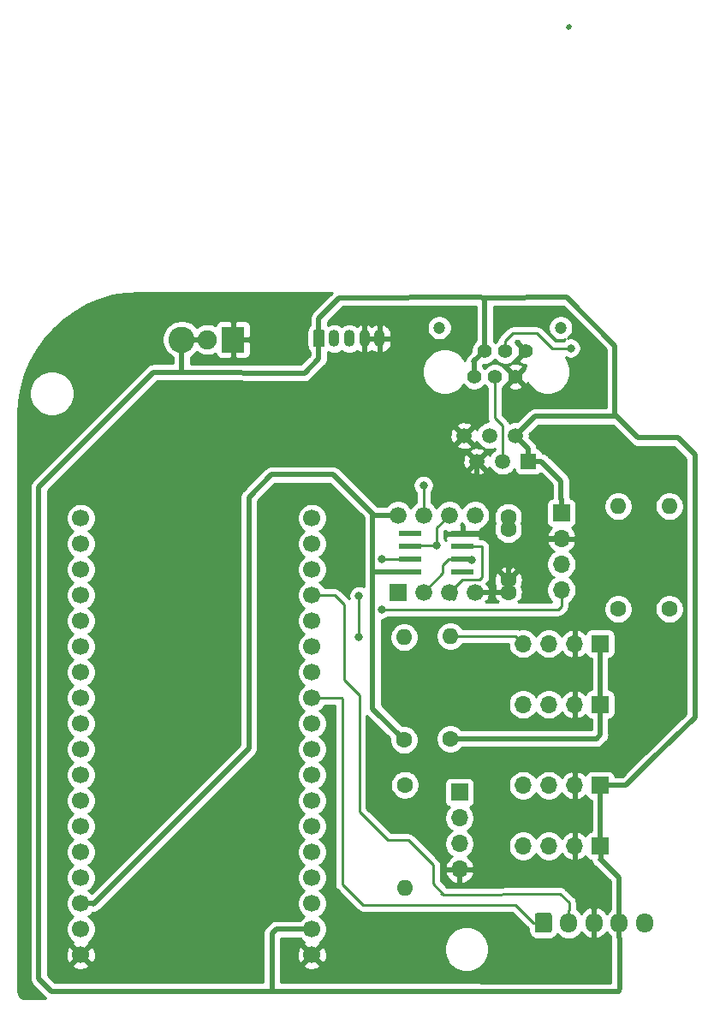
<source format=gbr>
G04 #@! TF.GenerationSoftware,KiCad,Pcbnew,5.1.5+dfsg1-2build2*
G04 #@! TF.CreationDate,2021-08-05T17:40:44+02:00*
G04 #@! TF.ProjectId,Airrohr_pcb,41697272-6f68-4725-9f70-63622e6b6963,rev?*
G04 #@! TF.SameCoordinates,Original*
G04 #@! TF.FileFunction,Copper,L1,Top*
G04 #@! TF.FilePolarity,Positive*
%FSLAX46Y46*%
G04 Gerber Fmt 4.6, Leading zero omitted, Abs format (unit mm)*
G04 Created by KiCad (PCBNEW 5.1.5+dfsg1-2build2) date 2021-08-05 17:40:44*
%MOMM*%
%LPD*%
G04 APERTURE LIST*
%ADD10C,1.700000*%
%ADD11C,1.400000*%
%ADD12C,1.200000*%
%ADD13R,1.520000X1.520000*%
%ADD14C,1.520000*%
%ADD15O,1.600000X1.600000*%
%ADD16C,1.600000*%
%ADD17R,1.000000X0.500000*%
%ADD18C,1.900000*%
%ADD19R,2.200000X2.600000*%
%ADD20C,2.600000*%
%ADD21O,1.700000X1.700000*%
%ADD22R,1.700000X1.700000*%
%ADD23R,1.676400X1.676400*%
%ADD24C,1.676400*%
%ADD25R,2.200000X0.600000*%
%ADD26O,1.700000X1.950000*%
%ADD27C,0.100000*%
%ADD28O,1.100000X1.700000*%
%ADD29C,0.800000*%
%ADD30C,0.500000*%
%ADD31C,0.250000*%
%ADD32C,0.254000*%
G04 APERTURE END LIST*
D10*
X146540220Y-48376840D03*
X146540220Y-45836840D03*
X146540220Y-43296840D03*
X146540220Y-40756840D03*
X169400220Y-40756840D03*
X169400220Y-43296840D03*
X146540220Y-81396840D03*
X146540220Y-76316840D03*
X146540220Y-78856840D03*
X146540220Y-58536840D03*
X146540220Y-61076840D03*
X146540220Y-66156840D03*
X146540220Y-63616840D03*
X169400220Y-45836840D03*
X146540220Y-68696840D03*
X146540220Y-73776840D03*
X146540220Y-71236840D03*
X146540220Y-55996840D03*
X146540220Y-50916840D03*
X146540220Y-53456840D03*
X146540220Y-83936840D03*
X169400220Y-48376840D03*
X169400220Y-50916840D03*
X169400220Y-53456840D03*
X169400220Y-55996840D03*
X169400220Y-58536840D03*
X169400220Y-61076840D03*
X169400220Y-63616840D03*
X169400220Y-66156840D03*
X169400220Y-68696840D03*
X169400220Y-71236840D03*
X169400220Y-73776840D03*
X169400220Y-76316840D03*
X169400220Y-78856840D03*
X169400220Y-81396840D03*
X169400220Y-83936840D03*
D11*
X185448100Y-26757760D03*
X186468100Y-24217760D03*
X187488100Y-26757760D03*
X188508100Y-24217760D03*
X189528100Y-26757760D03*
X190548100Y-24217760D03*
D12*
X193998100Y-21917760D03*
X181998100Y-21917760D03*
D13*
X190792100Y-35144720D03*
D14*
X189522100Y-32604720D03*
X188252100Y-35144720D03*
X186982100Y-32604720D03*
X185712100Y-35144720D03*
X184442100Y-32604720D03*
D15*
X204741020Y-39583360D03*
D16*
X204741020Y-49743360D03*
D17*
X157834800Y-23088600D03*
D18*
X159054800Y-23088600D03*
D19*
X161594800Y-23088600D03*
D20*
X156514800Y-23088600D03*
D21*
X194061080Y-47857260D03*
X194061080Y-45317260D03*
X194061080Y-42777260D03*
D22*
X194061080Y-40237260D03*
D23*
X177906680Y-48084740D03*
D24*
X180446680Y-48084740D03*
X182986680Y-48084740D03*
X185526680Y-48084740D03*
X185526680Y-40464740D03*
X182986680Y-40464740D03*
X180446680Y-40464740D03*
X177906680Y-40464740D03*
D21*
X190285000Y-59168400D03*
X192825000Y-59168400D03*
X195365000Y-59168400D03*
D22*
X197905000Y-59168400D03*
D21*
X190285000Y-53168400D03*
X192825000Y-53168400D03*
X195365000Y-53168400D03*
D22*
X197905000Y-53168400D03*
D25*
X179091280Y-42293540D03*
X179091280Y-43563540D03*
X179091280Y-46103540D03*
X184291280Y-42293540D03*
X184291280Y-43563540D03*
X184291280Y-46103540D03*
X179091280Y-44833540D03*
X184291280Y-44833540D03*
D16*
X188803280Y-46867140D03*
X188803280Y-41867140D03*
X188803280Y-40617140D03*
X188803280Y-48117140D03*
D26*
X202278000Y-80772000D03*
X199778000Y-80772000D03*
X197278000Y-80772000D03*
X194778000Y-80772000D03*
G04 #@! TA.AperFunction,ComponentPad*
D27*
G36*
X192902504Y-79798204D02*
G01*
X192926773Y-79801804D01*
X192950571Y-79807765D01*
X192973671Y-79816030D01*
X192995849Y-79826520D01*
X193016893Y-79839133D01*
X193036598Y-79853747D01*
X193054777Y-79870223D01*
X193071253Y-79888402D01*
X193085867Y-79908107D01*
X193098480Y-79929151D01*
X193108970Y-79951329D01*
X193117235Y-79974429D01*
X193123196Y-79998227D01*
X193126796Y-80022496D01*
X193128000Y-80047000D01*
X193128000Y-81497000D01*
X193126796Y-81521504D01*
X193123196Y-81545773D01*
X193117235Y-81569571D01*
X193108970Y-81592671D01*
X193098480Y-81614849D01*
X193085867Y-81635893D01*
X193071253Y-81655598D01*
X193054777Y-81673777D01*
X193036598Y-81690253D01*
X193016893Y-81704867D01*
X192995849Y-81717480D01*
X192973671Y-81727970D01*
X192950571Y-81736235D01*
X192926773Y-81742196D01*
X192902504Y-81745796D01*
X192878000Y-81747000D01*
X191678000Y-81747000D01*
X191653496Y-81745796D01*
X191629227Y-81742196D01*
X191605429Y-81736235D01*
X191582329Y-81727970D01*
X191560151Y-81717480D01*
X191539107Y-81704867D01*
X191519402Y-81690253D01*
X191501223Y-81673777D01*
X191484747Y-81655598D01*
X191470133Y-81635893D01*
X191457520Y-81614849D01*
X191447030Y-81592671D01*
X191438765Y-81569571D01*
X191432804Y-81545773D01*
X191429204Y-81521504D01*
X191428000Y-81497000D01*
X191428000Y-80047000D01*
X191429204Y-80022496D01*
X191432804Y-79998227D01*
X191438765Y-79974429D01*
X191447030Y-79951329D01*
X191457520Y-79929151D01*
X191470133Y-79908107D01*
X191484747Y-79888402D01*
X191501223Y-79870223D01*
X191519402Y-79853747D01*
X191539107Y-79839133D01*
X191560151Y-79826520D01*
X191582329Y-79816030D01*
X191605429Y-79807765D01*
X191629227Y-79801804D01*
X191653496Y-79798204D01*
X191678000Y-79797000D01*
X192878000Y-79797000D01*
X192902504Y-79798204D01*
G37*
G04 #@! TD.AperFunction*
D21*
X190285000Y-73168400D03*
X192825000Y-73168400D03*
X195365000Y-73168400D03*
D22*
X197905000Y-73168400D03*
D21*
X190285000Y-67168400D03*
X192825000Y-67168400D03*
X195365000Y-67168400D03*
D22*
X197905000Y-67168400D03*
D28*
X176085000Y-22987000D03*
X174585000Y-22987000D03*
X173085000Y-22987000D03*
X171585000Y-22987000D03*
G04 #@! TA.AperFunction,ComponentPad*
D27*
G36*
X170489149Y-22137779D02*
G01*
X170504846Y-22140107D01*
X170520239Y-22143963D01*
X170535180Y-22149309D01*
X170549525Y-22156093D01*
X170563136Y-22164251D01*
X170575881Y-22173704D01*
X170587639Y-22184361D01*
X170598296Y-22196119D01*
X170607749Y-22208864D01*
X170615907Y-22222475D01*
X170622691Y-22236820D01*
X170628037Y-22251761D01*
X170631893Y-22267154D01*
X170634221Y-22282851D01*
X170635000Y-22298700D01*
X170635000Y-23675300D01*
X170634221Y-23691149D01*
X170631893Y-23706846D01*
X170628037Y-23722239D01*
X170622691Y-23737180D01*
X170615907Y-23751525D01*
X170607749Y-23765136D01*
X170598296Y-23777881D01*
X170587639Y-23789639D01*
X170575881Y-23800296D01*
X170563136Y-23809749D01*
X170549525Y-23817907D01*
X170535180Y-23824691D01*
X170520239Y-23830037D01*
X170504846Y-23833893D01*
X170489149Y-23836221D01*
X170473300Y-23837000D01*
X169696700Y-23837000D01*
X169680851Y-23836221D01*
X169665154Y-23833893D01*
X169649761Y-23830037D01*
X169634820Y-23824691D01*
X169620475Y-23817907D01*
X169606864Y-23809749D01*
X169594119Y-23800296D01*
X169582361Y-23789639D01*
X169571704Y-23777881D01*
X169562251Y-23765136D01*
X169554093Y-23751525D01*
X169547309Y-23737180D01*
X169541963Y-23722239D01*
X169538107Y-23706846D01*
X169535779Y-23691149D01*
X169535000Y-23675300D01*
X169535000Y-22298700D01*
X169535779Y-22282851D01*
X169538107Y-22267154D01*
X169541963Y-22251761D01*
X169547309Y-22236820D01*
X169554093Y-22222475D01*
X169562251Y-22208864D01*
X169571704Y-22196119D01*
X169582361Y-22184361D01*
X169594119Y-22173704D01*
X169606864Y-22164251D01*
X169620475Y-22156093D01*
X169634820Y-22149309D01*
X169649761Y-22143963D01*
X169665154Y-22140107D01*
X169680851Y-22137779D01*
X169696700Y-22137000D01*
X170473300Y-22137000D01*
X170489149Y-22137779D01*
G37*
G04 #@! TD.AperFunction*
D15*
X199677020Y-39583360D03*
D16*
X199677020Y-49743360D03*
D15*
X178516280Y-52537360D03*
D16*
X178516280Y-62697360D03*
D15*
X183088280Y-52410360D03*
D16*
X183088280Y-62570360D03*
D15*
X178574700Y-77287120D03*
D16*
X178574700Y-67127120D03*
D21*
X183984900Y-75483720D03*
X183984900Y-72943720D03*
X183984900Y-70403720D03*
D22*
X183984900Y-67863720D03*
D29*
X181742080Y-43487340D03*
X174056040Y-48430180D03*
X174056040Y-52509420D03*
X176273460Y-44833540D03*
X176273460Y-49771300D03*
X180431440Y-37510720D03*
X194980560Y-23944580D03*
X185173620Y-44866560D03*
D30*
X194828160Y7861300D02*
X194726560Y7759700D01*
D31*
X185526680Y-48084740D02*
X186712073Y-48084740D01*
D30*
X188770880Y-48084740D02*
X188803280Y-48117140D01*
X185526680Y-48084740D02*
X188770880Y-48084740D01*
X188803280Y-46867140D02*
X188803280Y-48117140D01*
X192858999Y-42777260D02*
X194061080Y-42777260D01*
X191761790Y-42777260D02*
X192858999Y-42777260D01*
X188803280Y-45735770D02*
X191761790Y-42777260D01*
X188803280Y-46867140D02*
X188803280Y-45735770D01*
X185712100Y-35144720D02*
X185712100Y-37355780D01*
X185712100Y-37355780D02*
X187225940Y-38869620D01*
X187225940Y-45289800D02*
X188803280Y-46867140D01*
X184291280Y-42293540D02*
X185891280Y-42293540D01*
X185896360Y-42298620D02*
X187185300Y-42298620D01*
X185891280Y-42293540D02*
X185896360Y-42298620D01*
X187225940Y-38869620D02*
X187185300Y-42298620D01*
X187185300Y-42298620D02*
X187225940Y-45289800D01*
X197905000Y-54518400D02*
X197905000Y-59168400D01*
X197905000Y-53168400D02*
X197905000Y-54518400D01*
X188803280Y-40617140D02*
X188803280Y-41867140D01*
X175536860Y-40464740D02*
X177906680Y-40464740D01*
X175400599Y-40601001D02*
X175536860Y-40464740D01*
X175445420Y-46103540D02*
X175409860Y-46067980D01*
X179091280Y-46103540D02*
X175445420Y-46103540D01*
X175400599Y-40601001D02*
X175409860Y-46067980D01*
X175409860Y-46067980D02*
X175400599Y-54258581D01*
X197905000Y-62173760D02*
X197905000Y-59168400D01*
X197912980Y-62181740D02*
X197905000Y-62173760D01*
X183088280Y-62570360D02*
X197524360Y-62570360D01*
X197524360Y-62570360D02*
X197912980Y-62181740D01*
X175400599Y-59581679D02*
X178516280Y-62697360D01*
X175400599Y-54258581D02*
X175400599Y-59581679D01*
X147742301Y-78856840D02*
X147777861Y-78892400D01*
X146540220Y-78856840D02*
X147742301Y-78856840D01*
X147777861Y-78892400D02*
X163156900Y-63513361D01*
X163156900Y-63513361D02*
X163156900Y-38684200D01*
X163156900Y-38684200D02*
X165389560Y-36451540D01*
X171523660Y-36451540D02*
X175536860Y-40464740D01*
X165389560Y-36451540D02*
X171523660Y-36451540D01*
D31*
X191328000Y-80772000D02*
X192278000Y-80772000D01*
X190068160Y-79512160D02*
X190192660Y-79667100D01*
X190192660Y-79667100D02*
X191328000Y-80772000D01*
X172293280Y-58531760D02*
X171683680Y-58531760D01*
X172392340Y-58630820D02*
X172293280Y-58531760D01*
X172392340Y-76954380D02*
X172392340Y-58630820D01*
X190192660Y-79667100D02*
X189532260Y-79006700D01*
X171683680Y-58531760D02*
X169400220Y-58536840D01*
X172044360Y-58536840D02*
X171683680Y-58531760D01*
X189532260Y-79006700D02*
X174444660Y-79006700D01*
X174444660Y-79006700D02*
X172392340Y-76954380D01*
X194818000Y-79507000D02*
X194818000Y-78740000D01*
X194778000Y-80772000D02*
X194778000Y-79547000D01*
X194818000Y-78740000D02*
X193888360Y-77889100D01*
X194778000Y-79547000D02*
X194818000Y-79507000D01*
X169400220Y-48376840D02*
X171655740Y-48376840D01*
X171655740Y-48376840D02*
X172544740Y-49265840D01*
X172544740Y-49265840D02*
X172544740Y-56728360D01*
X172544740Y-56728360D02*
X174068740Y-58252360D01*
X174068740Y-58252360D02*
X174068740Y-69771260D01*
X174068740Y-69771260D02*
X176911000Y-72613520D01*
X176911000Y-72613520D02*
X178940460Y-72613520D01*
X178940460Y-72613520D02*
X181376320Y-75049380D01*
X181376320Y-76906120D02*
X182443120Y-77972920D01*
X181376320Y-75049380D02*
X181376320Y-76906120D01*
X193888360Y-77889100D02*
X182443120Y-77972920D01*
X182443120Y-77972920D02*
X182112920Y-77889100D01*
D30*
X197905000Y-71818400D02*
X197905000Y-67168400D01*
X197905000Y-73168400D02*
X197905000Y-71818400D01*
X170085000Y-23837000D02*
X170070780Y-23851220D01*
X170085000Y-22987000D02*
X170085000Y-23837000D01*
X170070780Y-25001220D02*
X168656000Y-26416000D01*
X170070780Y-23851220D02*
X170070780Y-25001220D01*
X192052100Y-35144720D02*
X192057260Y-35139560D01*
X199821800Y-82290800D02*
X199821800Y-87292180D01*
X199778000Y-80772000D02*
X199778000Y-82247000D01*
X199778000Y-82247000D02*
X199821800Y-82290800D01*
X199778000Y-79297000D02*
X199788780Y-79286220D01*
X199778000Y-80772000D02*
X199778000Y-79297000D01*
X199788780Y-76306680D02*
X197975220Y-74493120D01*
X199788780Y-79286220D02*
X199788780Y-76306680D01*
X197905000Y-73168400D02*
X197975220Y-74493120D01*
X197975220Y-74493120D02*
X197905000Y-74518400D01*
X191427180Y-30699640D02*
X189522100Y-32604720D01*
X199531040Y-30699640D02*
X191427180Y-30699640D01*
X194061080Y-38887260D02*
X194048380Y-38874560D01*
X194061080Y-40237260D02*
X194061080Y-38887260D01*
X194048380Y-37101780D02*
X192100200Y-35153600D01*
X194048380Y-38874560D02*
X194048380Y-37101780D01*
X190792100Y-35144720D02*
X192100200Y-35153600D01*
X192100200Y-35153600D02*
X192052100Y-35144720D01*
X190792100Y-33874720D02*
X189522100Y-32604720D01*
X190792100Y-35144720D02*
X190792100Y-33874720D01*
X201640580Y-32809180D02*
X199531040Y-30699640D01*
X205590140Y-32809180D02*
X201640580Y-32809180D01*
X202955800Y-64650000D02*
X207276700Y-60467240D01*
X207276700Y-34495740D02*
X205590140Y-32809180D01*
X207276700Y-60467240D02*
X207276700Y-34495740D01*
X199364600Y-30533200D02*
X199531040Y-30699640D01*
X170085000Y-20989800D02*
X172110400Y-18964400D01*
X172110400Y-18964400D02*
X185851800Y-18939000D01*
X199364600Y-23698200D02*
X199364600Y-30533200D01*
X170085000Y-22987000D02*
X170085000Y-20989800D01*
X194605400Y-18939000D02*
X199364600Y-23698200D01*
X200437400Y-67168400D02*
X197905000Y-67168400D01*
X202955800Y-64650000D02*
X200437400Y-67168400D01*
X186468100Y-24217760D02*
X185399680Y-25286180D01*
X185448100Y-25334600D02*
X185448100Y-26757760D01*
X185399680Y-25286180D02*
X185448100Y-25334600D01*
X186494420Y-23201491D02*
X186494420Y-18983960D01*
X186468100Y-23227811D02*
X186494420Y-23201491D01*
X186468100Y-24217760D02*
X186468100Y-23227811D01*
X185851800Y-18939000D02*
X186494420Y-18983960D01*
X186494420Y-18983960D02*
X194605400Y-18939000D01*
X156514800Y-23088600D02*
X156514800Y-26032460D01*
X156514800Y-24927077D02*
X156509720Y-24932157D01*
X156509720Y-24932157D02*
X156509720Y-26342340D01*
X156514800Y-23088600D02*
X156514800Y-24927077D01*
X156509720Y-26342340D02*
X168656000Y-26416000D01*
X156814520Y-22788880D02*
X156514800Y-23088600D01*
X156814520Y-22548878D02*
X156814520Y-22788880D01*
X167571420Y-87520780D02*
X185841640Y-87520780D01*
X185841640Y-87520780D02*
X185892440Y-87571580D01*
X185892440Y-87571580D02*
X199748140Y-87571580D01*
X199748140Y-87365840D02*
X199821800Y-87292180D01*
X199748140Y-87571580D02*
X199748140Y-87365840D01*
X156509720Y-26342340D02*
X153720800Y-26342340D01*
X153720800Y-26342340D02*
X142400020Y-37663120D01*
X142400020Y-37663120D02*
X142400020Y-86329520D01*
X142400020Y-86329520D02*
X143591280Y-87520780D01*
X165440360Y-87447120D02*
X165541960Y-87548720D01*
X165541960Y-87548720D02*
X167571420Y-87520780D01*
X165869620Y-81396840D02*
X165440360Y-81826100D01*
X143591280Y-87520780D02*
X165541960Y-87548720D01*
X169400220Y-81396840D02*
X165869620Y-81396840D01*
X165440360Y-81826100D02*
X165440360Y-87447120D01*
D31*
X181742080Y-41709340D02*
X182986680Y-40464740D01*
X181742080Y-43487340D02*
X181742080Y-43487340D01*
X183113680Y-52410360D02*
X183088280Y-52410360D01*
X189526960Y-52410360D02*
X190285000Y-53168400D01*
X183088280Y-52410360D02*
X189526960Y-52410360D01*
X181742080Y-43487340D02*
X181742080Y-41709340D01*
X179167480Y-43487340D02*
X179091280Y-43563540D01*
X181742080Y-43487340D02*
X179167480Y-43487340D01*
D30*
X183388000Y-48717200D02*
X182626000Y-47980600D01*
D31*
X192542400Y-66819119D02*
X192567800Y-66793719D01*
X186187080Y-43563540D02*
X186237880Y-43614340D01*
X184291280Y-43563540D02*
X186187080Y-43563540D01*
X186237880Y-43614340D02*
X186237880Y-46560740D01*
X185958480Y-46840140D02*
X184231280Y-46840140D01*
X184231280Y-46840140D02*
X182986680Y-48084740D01*
X186237880Y-46560740D02*
X185958480Y-46840140D01*
X174056040Y-48534320D02*
X174056040Y-48430180D01*
X174056040Y-52694840D02*
X174056040Y-52509420D01*
X174056040Y-48430180D02*
X174056040Y-52509420D01*
X174056040Y-52509420D02*
X174056040Y-52509420D01*
X194645280Y-47908060D02*
X193443199Y-47908060D01*
X204690220Y-39583360D02*
X204741020Y-39583360D01*
X179091280Y-44833540D02*
X176273460Y-44833540D01*
X176273460Y-44833540D02*
X176273460Y-44833540D01*
X176273460Y-49771300D02*
X193779140Y-49771300D01*
X194061080Y-49489360D02*
X194061080Y-47857260D01*
X193779140Y-49771300D02*
X194061080Y-49489360D01*
X180431440Y-40449500D02*
X180446680Y-40464740D01*
X180431440Y-37510720D02*
X180431440Y-40449500D01*
X188508100Y-23227811D02*
X189251831Y-22484080D01*
X188508100Y-24217760D02*
X188508100Y-23227811D01*
X189251831Y-22484080D02*
X190840360Y-22484080D01*
X190840360Y-22484080D02*
X191670940Y-22484080D01*
X191670940Y-22484080D02*
X192747900Y-23561040D01*
X192747900Y-23561040D02*
X193131440Y-23944580D01*
X193131440Y-23944580D02*
X194980560Y-23944580D01*
X194980560Y-23944580D02*
X194980560Y-23944580D01*
X182941280Y-44833540D02*
X184291280Y-44833540D01*
X182351680Y-46179740D02*
X182351680Y-45423140D01*
X182351680Y-45423140D02*
X182941280Y-44833540D01*
X180446680Y-48084740D02*
X182351680Y-46179740D01*
X187490100Y-30850840D02*
X188252100Y-31612840D01*
X187490100Y-27749709D02*
X187490100Y-30850840D01*
X188252100Y-31612840D02*
X188252100Y-35144720D01*
X187488100Y-26757760D02*
X187488100Y-27747709D01*
X187488100Y-27747709D02*
X187490100Y-27749709D01*
X202949200Y-80799400D02*
X202949200Y-80924400D01*
D32*
G36*
X169489951Y-20333271D02*
G01*
X169456184Y-20360983D01*
X169428471Y-20394751D01*
X169428468Y-20394754D01*
X169345590Y-20495741D01*
X169263412Y-20649487D01*
X169212805Y-20816310D01*
X169195719Y-20989800D01*
X169200001Y-21033279D01*
X169200001Y-21676693D01*
X169131176Y-21733176D01*
X169031714Y-21854370D01*
X168957807Y-21992641D01*
X168912295Y-22142672D01*
X168896928Y-22298700D01*
X168896928Y-23675300D01*
X168912295Y-23831328D01*
X168957807Y-23981359D01*
X169031714Y-24119630D01*
X169131176Y-24240824D01*
X169185780Y-24285637D01*
X169185781Y-24634641D01*
X168291648Y-25528774D01*
X157399800Y-25462722D01*
X157399800Y-24970544D01*
X157404081Y-24927078D01*
X157399800Y-24883612D01*
X157399800Y-24816450D01*
X157431366Y-24803375D01*
X157748291Y-24591613D01*
X158017813Y-24322091D01*
X158029408Y-24304737D01*
X158044421Y-24319750D01*
X158304021Y-24493209D01*
X158592473Y-24612689D01*
X158898691Y-24673600D01*
X159210909Y-24673600D01*
X159517127Y-24612689D01*
X159805579Y-24493209D01*
X159863236Y-24454684D01*
X159868988Y-24513082D01*
X159905298Y-24632780D01*
X159964263Y-24743094D01*
X160043615Y-24839785D01*
X160140306Y-24919137D01*
X160250620Y-24978102D01*
X160370318Y-25014412D01*
X160494800Y-25026672D01*
X161309050Y-25023600D01*
X161467800Y-24864850D01*
X161467800Y-23215600D01*
X161721800Y-23215600D01*
X161721800Y-24864850D01*
X161880550Y-25023600D01*
X162694800Y-25026672D01*
X162819282Y-25014412D01*
X162938980Y-24978102D01*
X163049294Y-24919137D01*
X163145985Y-24839785D01*
X163225337Y-24743094D01*
X163284302Y-24632780D01*
X163320612Y-24513082D01*
X163332872Y-24388600D01*
X163329800Y-23374350D01*
X163171050Y-23215600D01*
X161721800Y-23215600D01*
X161467800Y-23215600D01*
X161447800Y-23215600D01*
X161447800Y-22961600D01*
X161467800Y-22961600D01*
X161467800Y-21312350D01*
X161721800Y-21312350D01*
X161721800Y-22961600D01*
X163171050Y-22961600D01*
X163329800Y-22802850D01*
X163332872Y-21788600D01*
X163320612Y-21664118D01*
X163284302Y-21544420D01*
X163225337Y-21434106D01*
X163145985Y-21337415D01*
X163049294Y-21258063D01*
X162938980Y-21199098D01*
X162819282Y-21162788D01*
X162694800Y-21150528D01*
X161880550Y-21153600D01*
X161721800Y-21312350D01*
X161467800Y-21312350D01*
X161309050Y-21153600D01*
X160494800Y-21150528D01*
X160370318Y-21162788D01*
X160250620Y-21199098D01*
X160140306Y-21258063D01*
X160043615Y-21337415D01*
X159964263Y-21434106D01*
X159905298Y-21544420D01*
X159868988Y-21664118D01*
X159863236Y-21722516D01*
X159805579Y-21683991D01*
X159517127Y-21564511D01*
X159210909Y-21503600D01*
X158898691Y-21503600D01*
X158592473Y-21564511D01*
X158304021Y-21683991D01*
X158044421Y-21857450D01*
X158029408Y-21872463D01*
X158017813Y-21855109D01*
X157748291Y-21585587D01*
X157431366Y-21373825D01*
X157079219Y-21227961D01*
X156705381Y-21153600D01*
X156324219Y-21153600D01*
X155950381Y-21227961D01*
X155598234Y-21373825D01*
X155281309Y-21585587D01*
X155011787Y-21855109D01*
X154800025Y-22172034D01*
X154654161Y-22524181D01*
X154579800Y-22898019D01*
X154579800Y-23279181D01*
X154654161Y-23653019D01*
X154800025Y-24005166D01*
X155011787Y-24322091D01*
X155281309Y-24591613D01*
X155598234Y-24803375D01*
X155629801Y-24816450D01*
X155629801Y-24837096D01*
X155624720Y-24888681D01*
X155624720Y-24888688D01*
X155620439Y-24932157D01*
X155624720Y-24975627D01*
X155624720Y-25457340D01*
X153764269Y-25457340D01*
X153720800Y-25453059D01*
X153677331Y-25457340D01*
X153677323Y-25457340D01*
X153557829Y-25469109D01*
X153547310Y-25470145D01*
X153380486Y-25520751D01*
X153226741Y-25602929D01*
X153125753Y-25685808D01*
X153125751Y-25685810D01*
X153091983Y-25713523D01*
X153064270Y-25747291D01*
X141804976Y-37006586D01*
X141771203Y-37034303D01*
X141660609Y-37169062D01*
X141578431Y-37322808D01*
X141552351Y-37408781D01*
X141532753Y-37473387D01*
X141527825Y-37489631D01*
X141515020Y-37619644D01*
X141515020Y-37619651D01*
X141510739Y-37663120D01*
X141515020Y-37706589D01*
X141515021Y-86286041D01*
X141510739Y-86329520D01*
X141527825Y-86503010D01*
X141578432Y-86669833D01*
X141660610Y-86823579D01*
X141743488Y-86924566D01*
X141743491Y-86924569D01*
X141771204Y-86958337D01*
X141804971Y-86986049D01*
X142934356Y-88115435D01*
X142961664Y-88148796D01*
X142995826Y-88176905D01*
X142996233Y-88177312D01*
X143029979Y-88205006D01*
X143072508Y-88240000D01*
X141002279Y-88240000D01*
X140852131Y-88225278D01*
X140738754Y-88191047D01*
X140634183Y-88135446D01*
X140542405Y-88060594D01*
X140466909Y-87969335D01*
X140410581Y-87865160D01*
X140375560Y-87752024D01*
X140360000Y-87603979D01*
X140360000Y-30508169D01*
X140435088Y-29165108D01*
X140601728Y-28179872D01*
X141454400Y-28179872D01*
X141454400Y-28620128D01*
X141540290Y-29051925D01*
X141708769Y-29458669D01*
X141953362Y-29824729D01*
X142264671Y-30136038D01*
X142630731Y-30380631D01*
X143037475Y-30549110D01*
X143469272Y-30635000D01*
X143909528Y-30635000D01*
X144341325Y-30549110D01*
X144748069Y-30380631D01*
X145114129Y-30136038D01*
X145425438Y-29824729D01*
X145670031Y-29458669D01*
X145838510Y-29051925D01*
X145924400Y-28620128D01*
X145924400Y-28179872D01*
X145838510Y-27748075D01*
X145670031Y-27341331D01*
X145425438Y-26975271D01*
X145114129Y-26663962D01*
X144748069Y-26419369D01*
X144341325Y-26250890D01*
X143909528Y-26165000D01*
X143469272Y-26165000D01*
X143037475Y-26250890D01*
X142630731Y-26419369D01*
X142264671Y-26663962D01*
X141953362Y-26975271D01*
X141708769Y-27341331D01*
X141540290Y-27748075D01*
X141454400Y-28179872D01*
X140601728Y-28179872D01*
X140659803Y-27836519D01*
X141031219Y-26541236D01*
X141544698Y-25295442D01*
X142193848Y-24114645D01*
X142970571Y-23013570D01*
X143865191Y-22005934D01*
X144866562Y-21104297D01*
X145962187Y-20319906D01*
X147138422Y-19662531D01*
X148380609Y-19140363D01*
X149673251Y-18759918D01*
X151000246Y-18525933D01*
X152362342Y-18440238D01*
X152430476Y-18440000D01*
X171383221Y-18440000D01*
X169489951Y-20333271D01*
G37*
X169489951Y-20333271D02*
X169456184Y-20360983D01*
X169428471Y-20394751D01*
X169428468Y-20394754D01*
X169345590Y-20495741D01*
X169263412Y-20649487D01*
X169212805Y-20816310D01*
X169195719Y-20989800D01*
X169200001Y-21033279D01*
X169200001Y-21676693D01*
X169131176Y-21733176D01*
X169031714Y-21854370D01*
X168957807Y-21992641D01*
X168912295Y-22142672D01*
X168896928Y-22298700D01*
X168896928Y-23675300D01*
X168912295Y-23831328D01*
X168957807Y-23981359D01*
X169031714Y-24119630D01*
X169131176Y-24240824D01*
X169185780Y-24285637D01*
X169185781Y-24634641D01*
X168291648Y-25528774D01*
X157399800Y-25462722D01*
X157399800Y-24970544D01*
X157404081Y-24927078D01*
X157399800Y-24883612D01*
X157399800Y-24816450D01*
X157431366Y-24803375D01*
X157748291Y-24591613D01*
X158017813Y-24322091D01*
X158029408Y-24304737D01*
X158044421Y-24319750D01*
X158304021Y-24493209D01*
X158592473Y-24612689D01*
X158898691Y-24673600D01*
X159210909Y-24673600D01*
X159517127Y-24612689D01*
X159805579Y-24493209D01*
X159863236Y-24454684D01*
X159868988Y-24513082D01*
X159905298Y-24632780D01*
X159964263Y-24743094D01*
X160043615Y-24839785D01*
X160140306Y-24919137D01*
X160250620Y-24978102D01*
X160370318Y-25014412D01*
X160494800Y-25026672D01*
X161309050Y-25023600D01*
X161467800Y-24864850D01*
X161467800Y-23215600D01*
X161721800Y-23215600D01*
X161721800Y-24864850D01*
X161880550Y-25023600D01*
X162694800Y-25026672D01*
X162819282Y-25014412D01*
X162938980Y-24978102D01*
X163049294Y-24919137D01*
X163145985Y-24839785D01*
X163225337Y-24743094D01*
X163284302Y-24632780D01*
X163320612Y-24513082D01*
X163332872Y-24388600D01*
X163329800Y-23374350D01*
X163171050Y-23215600D01*
X161721800Y-23215600D01*
X161467800Y-23215600D01*
X161447800Y-23215600D01*
X161447800Y-22961600D01*
X161467800Y-22961600D01*
X161467800Y-21312350D01*
X161721800Y-21312350D01*
X161721800Y-22961600D01*
X163171050Y-22961600D01*
X163329800Y-22802850D01*
X163332872Y-21788600D01*
X163320612Y-21664118D01*
X163284302Y-21544420D01*
X163225337Y-21434106D01*
X163145985Y-21337415D01*
X163049294Y-21258063D01*
X162938980Y-21199098D01*
X162819282Y-21162788D01*
X162694800Y-21150528D01*
X161880550Y-21153600D01*
X161721800Y-21312350D01*
X161467800Y-21312350D01*
X161309050Y-21153600D01*
X160494800Y-21150528D01*
X160370318Y-21162788D01*
X160250620Y-21199098D01*
X160140306Y-21258063D01*
X160043615Y-21337415D01*
X159964263Y-21434106D01*
X159905298Y-21544420D01*
X159868988Y-21664118D01*
X159863236Y-21722516D01*
X159805579Y-21683991D01*
X159517127Y-21564511D01*
X159210909Y-21503600D01*
X158898691Y-21503600D01*
X158592473Y-21564511D01*
X158304021Y-21683991D01*
X158044421Y-21857450D01*
X158029408Y-21872463D01*
X158017813Y-21855109D01*
X157748291Y-21585587D01*
X157431366Y-21373825D01*
X157079219Y-21227961D01*
X156705381Y-21153600D01*
X156324219Y-21153600D01*
X155950381Y-21227961D01*
X155598234Y-21373825D01*
X155281309Y-21585587D01*
X155011787Y-21855109D01*
X154800025Y-22172034D01*
X154654161Y-22524181D01*
X154579800Y-22898019D01*
X154579800Y-23279181D01*
X154654161Y-23653019D01*
X154800025Y-24005166D01*
X155011787Y-24322091D01*
X155281309Y-24591613D01*
X155598234Y-24803375D01*
X155629801Y-24816450D01*
X155629801Y-24837096D01*
X155624720Y-24888681D01*
X155624720Y-24888688D01*
X155620439Y-24932157D01*
X155624720Y-24975627D01*
X155624720Y-25457340D01*
X153764269Y-25457340D01*
X153720800Y-25453059D01*
X153677331Y-25457340D01*
X153677323Y-25457340D01*
X153557829Y-25469109D01*
X153547310Y-25470145D01*
X153380486Y-25520751D01*
X153226741Y-25602929D01*
X153125753Y-25685808D01*
X153125751Y-25685810D01*
X153091983Y-25713523D01*
X153064270Y-25747291D01*
X141804976Y-37006586D01*
X141771203Y-37034303D01*
X141660609Y-37169062D01*
X141578431Y-37322808D01*
X141552351Y-37408781D01*
X141532753Y-37473387D01*
X141527825Y-37489631D01*
X141515020Y-37619644D01*
X141515020Y-37619651D01*
X141510739Y-37663120D01*
X141515020Y-37706589D01*
X141515021Y-86286041D01*
X141510739Y-86329520D01*
X141527825Y-86503010D01*
X141578432Y-86669833D01*
X141660610Y-86823579D01*
X141743488Y-86924566D01*
X141743491Y-86924569D01*
X141771204Y-86958337D01*
X141804971Y-86986049D01*
X142934356Y-88115435D01*
X142961664Y-88148796D01*
X142995826Y-88176905D01*
X142996233Y-88177312D01*
X143029979Y-88205006D01*
X143072508Y-88240000D01*
X141002279Y-88240000D01*
X140852131Y-88225278D01*
X140738754Y-88191047D01*
X140634183Y-88135446D01*
X140542405Y-88060594D01*
X140466909Y-87969335D01*
X140410581Y-87865160D01*
X140375560Y-87752024D01*
X140360000Y-87603979D01*
X140360000Y-30508169D01*
X140435088Y-29165108D01*
X140601728Y-28179872D01*
X141454400Y-28179872D01*
X141454400Y-28620128D01*
X141540290Y-29051925D01*
X141708769Y-29458669D01*
X141953362Y-29824729D01*
X142264671Y-30136038D01*
X142630731Y-30380631D01*
X143037475Y-30549110D01*
X143469272Y-30635000D01*
X143909528Y-30635000D01*
X144341325Y-30549110D01*
X144748069Y-30380631D01*
X145114129Y-30136038D01*
X145425438Y-29824729D01*
X145670031Y-29458669D01*
X145838510Y-29051925D01*
X145924400Y-28620128D01*
X145924400Y-28179872D01*
X145838510Y-27748075D01*
X145670031Y-27341331D01*
X145425438Y-26975271D01*
X145114129Y-26663962D01*
X144748069Y-26419369D01*
X144341325Y-26250890D01*
X143909528Y-26165000D01*
X143469272Y-26165000D01*
X143037475Y-26250890D01*
X142630731Y-26419369D01*
X142264671Y-26663962D01*
X141953362Y-26975271D01*
X141708769Y-27341331D01*
X141540290Y-27748075D01*
X141454400Y-28179872D01*
X140601728Y-28179872D01*
X140659803Y-27836519D01*
X141031219Y-26541236D01*
X141544698Y-25295442D01*
X142193848Y-24114645D01*
X142970571Y-23013570D01*
X143865191Y-22005934D01*
X144866562Y-21104297D01*
X145962187Y-20319906D01*
X147138422Y-19662531D01*
X148380609Y-19140363D01*
X149673251Y-18759918D01*
X151000246Y-18525933D01*
X152362342Y-18440238D01*
X152430476Y-18440000D01*
X171383221Y-18440000D01*
X169489951Y-20333271D01*
G36*
X185609420Y-23009769D02*
G01*
X185595905Y-23054321D01*
X185579774Y-23218111D01*
X185431138Y-23366747D01*
X185285039Y-23585401D01*
X185184404Y-23828355D01*
X185133100Y-24086274D01*
X185133100Y-24301182D01*
X184804634Y-24629647D01*
X184770863Y-24657363D01*
X184743148Y-24691134D01*
X184660270Y-24792121D01*
X184578092Y-24945867D01*
X184527485Y-25112690D01*
X184523582Y-25152325D01*
X184297556Y-24814054D01*
X183982766Y-24499264D01*
X183612611Y-24251934D01*
X183201318Y-24081571D01*
X182764691Y-23994720D01*
X182319509Y-23994720D01*
X181882882Y-24081571D01*
X181471589Y-24251934D01*
X181101434Y-24499264D01*
X180786644Y-24814054D01*
X180539314Y-25184209D01*
X180368951Y-25595502D01*
X180282100Y-26032129D01*
X180282100Y-26477311D01*
X180368951Y-26913938D01*
X180539314Y-27325231D01*
X180786644Y-27695386D01*
X181101434Y-28010176D01*
X181471589Y-28257506D01*
X181882882Y-28427869D01*
X182319509Y-28514720D01*
X182764691Y-28514720D01*
X183201318Y-28427869D01*
X183612611Y-28257506D01*
X183982766Y-28010176D01*
X184297556Y-27695386D01*
X184383284Y-27567086D01*
X184411138Y-27608773D01*
X184597087Y-27794722D01*
X184815741Y-27940821D01*
X185058695Y-28041456D01*
X185316614Y-28092760D01*
X185579586Y-28092760D01*
X185837505Y-28041456D01*
X186080459Y-27940821D01*
X186299113Y-27794722D01*
X186468100Y-27625735D01*
X186637087Y-27794722D01*
X186730100Y-27856871D01*
X186730101Y-30813508D01*
X186726424Y-30850840D01*
X186730101Y-30888173D01*
X186741098Y-30999826D01*
X186754280Y-31043282D01*
X186784554Y-31143086D01*
X186822529Y-31214131D01*
X186575193Y-31263329D01*
X186321320Y-31368487D01*
X186092839Y-31521153D01*
X185898533Y-31715459D01*
X185745867Y-31943940D01*
X185714270Y-32020221D01*
X185707844Y-32002394D01*
X185646125Y-31886926D01*
X185406237Y-31820189D01*
X184621705Y-32604720D01*
X185406237Y-33389251D01*
X185646125Y-33322514D01*
X185711700Y-33183013D01*
X185745867Y-33265500D01*
X185898533Y-33493981D01*
X186092839Y-33688287D01*
X186321320Y-33840953D01*
X186575193Y-33946111D01*
X186844704Y-33999720D01*
X187119496Y-33999720D01*
X187389007Y-33946111D01*
X187492101Y-33903408D01*
X187492101Y-33974783D01*
X187362839Y-34061153D01*
X187168533Y-34255459D01*
X187015867Y-34483940D01*
X186984270Y-34560221D01*
X186977844Y-34542394D01*
X186916125Y-34426926D01*
X186676237Y-34360189D01*
X185891705Y-35144720D01*
X186676237Y-35929251D01*
X186916125Y-35862514D01*
X186981700Y-35723013D01*
X187015867Y-35805500D01*
X187168533Y-36033981D01*
X187362839Y-36228287D01*
X187591320Y-36380953D01*
X187845193Y-36486111D01*
X188114704Y-36539720D01*
X188389496Y-36539720D01*
X188659007Y-36486111D01*
X188912880Y-36380953D01*
X189141361Y-36228287D01*
X189335667Y-36033981D01*
X189397626Y-35941253D01*
X189406288Y-36029202D01*
X189442598Y-36148900D01*
X189501563Y-36259214D01*
X189580915Y-36355905D01*
X189677606Y-36435257D01*
X189787920Y-36494222D01*
X189907618Y-36530532D01*
X190032100Y-36542792D01*
X191552100Y-36542792D01*
X191676582Y-36530532D01*
X191796280Y-36494222D01*
X191906594Y-36435257D01*
X192003285Y-36355905D01*
X192024760Y-36329738D01*
X193163381Y-37468360D01*
X193163380Y-38753886D01*
X193086598Y-38761448D01*
X192966900Y-38797758D01*
X192856586Y-38856723D01*
X192759895Y-38936075D01*
X192680543Y-39032766D01*
X192621578Y-39143080D01*
X192585268Y-39262778D01*
X192573008Y-39387260D01*
X192573008Y-41087260D01*
X192585268Y-41211742D01*
X192621578Y-41331440D01*
X192680543Y-41441754D01*
X192759895Y-41538445D01*
X192856586Y-41617797D01*
X192966900Y-41676762D01*
X193047546Y-41701226D01*
X192963492Y-41776991D01*
X192789439Y-42010340D01*
X192664255Y-42273161D01*
X192619604Y-42420370D01*
X192740925Y-42650260D01*
X193934080Y-42650260D01*
X193934080Y-42630260D01*
X194188080Y-42630260D01*
X194188080Y-42650260D01*
X195381235Y-42650260D01*
X195502556Y-42420370D01*
X195457905Y-42273161D01*
X195332721Y-42010340D01*
X195158668Y-41776991D01*
X195074614Y-41701226D01*
X195155260Y-41676762D01*
X195265574Y-41617797D01*
X195362265Y-41538445D01*
X195441617Y-41441754D01*
X195500582Y-41331440D01*
X195536892Y-41211742D01*
X195549152Y-41087260D01*
X195549152Y-39442025D01*
X198242020Y-39442025D01*
X198242020Y-39724695D01*
X198297167Y-40001934D01*
X198405340Y-40263087D01*
X198562383Y-40498119D01*
X198762261Y-40697997D01*
X198997293Y-40855040D01*
X199258446Y-40963213D01*
X199535685Y-41018360D01*
X199818355Y-41018360D01*
X200095594Y-40963213D01*
X200356747Y-40855040D01*
X200591779Y-40697997D01*
X200791657Y-40498119D01*
X200948700Y-40263087D01*
X201056873Y-40001934D01*
X201112020Y-39724695D01*
X201112020Y-39442025D01*
X203306020Y-39442025D01*
X203306020Y-39724695D01*
X203361167Y-40001934D01*
X203469340Y-40263087D01*
X203626383Y-40498119D01*
X203826261Y-40697997D01*
X204061293Y-40855040D01*
X204322446Y-40963213D01*
X204599685Y-41018360D01*
X204882355Y-41018360D01*
X205159594Y-40963213D01*
X205420747Y-40855040D01*
X205655779Y-40697997D01*
X205855657Y-40498119D01*
X206012700Y-40263087D01*
X206120873Y-40001934D01*
X206176020Y-39724695D01*
X206176020Y-39442025D01*
X206120873Y-39164786D01*
X206012700Y-38903633D01*
X205855657Y-38668601D01*
X205655779Y-38468723D01*
X205420747Y-38311680D01*
X205159594Y-38203507D01*
X204882355Y-38148360D01*
X204599685Y-38148360D01*
X204322446Y-38203507D01*
X204061293Y-38311680D01*
X203826261Y-38468723D01*
X203626383Y-38668601D01*
X203469340Y-38903633D01*
X203361167Y-39164786D01*
X203306020Y-39442025D01*
X201112020Y-39442025D01*
X201056873Y-39164786D01*
X200948700Y-38903633D01*
X200791657Y-38668601D01*
X200591779Y-38468723D01*
X200356747Y-38311680D01*
X200095594Y-38203507D01*
X199818355Y-38148360D01*
X199535685Y-38148360D01*
X199258446Y-38203507D01*
X198997293Y-38311680D01*
X198762261Y-38468723D01*
X198562383Y-38668601D01*
X198405340Y-38903633D01*
X198297167Y-39164786D01*
X198242020Y-39442025D01*
X195549152Y-39442025D01*
X195549152Y-39387260D01*
X195536892Y-39262778D01*
X195500582Y-39143080D01*
X195441617Y-39032766D01*
X195362265Y-38936075D01*
X195265574Y-38856723D01*
X195155260Y-38797758D01*
X195035562Y-38761448D01*
X194937015Y-38751742D01*
X194933380Y-38714836D01*
X194933380Y-37145249D01*
X194937661Y-37101780D01*
X194933380Y-37058311D01*
X194933380Y-37058303D01*
X194920575Y-36928290D01*
X194869969Y-36761467D01*
X194869969Y-36761466D01*
X194787791Y-36607721D01*
X194704912Y-36506733D01*
X194704910Y-36506731D01*
X194677197Y-36472963D01*
X194643429Y-36445250D01*
X192758855Y-34560677D01*
X192733270Y-34529067D01*
X192726217Y-34523198D01*
X192720287Y-34516172D01*
X192659256Y-34467479D01*
X192599266Y-34417560D01*
X192596602Y-34416113D01*
X192594259Y-34414190D01*
X192588824Y-34411285D01*
X192584015Y-34407448D01*
X192514673Y-34371604D01*
X192446082Y-34334341D01*
X192443187Y-34333441D01*
X192440513Y-34332012D01*
X192434626Y-34330226D01*
X192429151Y-34327396D01*
X192398867Y-34318663D01*
X192397573Y-34317972D01*
X192230749Y-34267366D01*
X192178103Y-34262181D01*
X192177912Y-34260238D01*
X192141602Y-34140540D01*
X192082637Y-34030226D01*
X192003285Y-33933535D01*
X191906594Y-33854183D01*
X191796280Y-33795218D01*
X191676582Y-33758908D01*
X191669911Y-33758251D01*
X191664295Y-33701230D01*
X191613689Y-33534407D01*
X191531511Y-33380661D01*
X191420917Y-33245903D01*
X191387149Y-33218190D01*
X190916100Y-32747142D01*
X190917100Y-32742116D01*
X190917100Y-32467324D01*
X190916100Y-32462298D01*
X191793759Y-31584640D01*
X199164462Y-31584640D01*
X200984050Y-33404229D01*
X201011763Y-33437997D01*
X201045531Y-33465710D01*
X201045533Y-33465712D01*
X201059184Y-33476915D01*
X201146521Y-33548591D01*
X201300267Y-33630769D01*
X201467090Y-33681375D01*
X201597103Y-33694180D01*
X201597113Y-33694180D01*
X201640579Y-33698461D01*
X201684046Y-33694180D01*
X205223562Y-33694180D01*
X206391701Y-34862320D01*
X206391700Y-60092212D01*
X202366331Y-63988890D01*
X202360753Y-63993468D01*
X202335045Y-64019176D01*
X202309020Y-64044369D01*
X202304370Y-64049851D01*
X200070822Y-66283400D01*
X199389625Y-66283400D01*
X199380812Y-66193918D01*
X199344502Y-66074220D01*
X199285537Y-65963906D01*
X199206185Y-65867215D01*
X199109494Y-65787863D01*
X198999180Y-65728898D01*
X198879482Y-65692588D01*
X198755000Y-65680328D01*
X197055000Y-65680328D01*
X196930518Y-65692588D01*
X196810820Y-65728898D01*
X196700506Y-65787863D01*
X196603815Y-65867215D01*
X196524463Y-65963906D01*
X196465498Y-66074220D01*
X196441034Y-66154866D01*
X196365269Y-66070812D01*
X196131920Y-65896759D01*
X195869099Y-65771575D01*
X195721890Y-65726924D01*
X195492000Y-65848245D01*
X195492000Y-67041400D01*
X195512000Y-67041400D01*
X195512000Y-67295400D01*
X195492000Y-67295400D01*
X195492000Y-68488555D01*
X195721890Y-68609876D01*
X195869099Y-68565225D01*
X196131920Y-68440041D01*
X196365269Y-68265988D01*
X196441034Y-68181934D01*
X196465498Y-68262580D01*
X196524463Y-68372894D01*
X196603815Y-68469585D01*
X196700506Y-68548937D01*
X196810820Y-68607902D01*
X196930518Y-68644212D01*
X197020001Y-68653025D01*
X197020000Y-71683775D01*
X196930518Y-71692588D01*
X196810820Y-71728898D01*
X196700506Y-71787863D01*
X196603815Y-71867215D01*
X196524463Y-71963906D01*
X196465498Y-72074220D01*
X196441034Y-72154866D01*
X196365269Y-72070812D01*
X196131920Y-71896759D01*
X195869099Y-71771575D01*
X195721890Y-71726924D01*
X195492000Y-71848245D01*
X195492000Y-73041400D01*
X195512000Y-73041400D01*
X195512000Y-73295400D01*
X195492000Y-73295400D01*
X195492000Y-74488555D01*
X195721890Y-74609876D01*
X195869099Y-74565225D01*
X196131920Y-74440041D01*
X196365269Y-74265988D01*
X196441034Y-74181934D01*
X196465498Y-74262580D01*
X196524463Y-74372894D01*
X196603815Y-74469585D01*
X196700506Y-74548937D01*
X196810820Y-74607902D01*
X196930518Y-74644212D01*
X197026370Y-74653652D01*
X197068289Y-74819625D01*
X197143132Y-74977071D01*
X197247254Y-75116891D01*
X197376653Y-75233712D01*
X197526355Y-75323042D01*
X197568579Y-75338057D01*
X198903781Y-76673260D01*
X198903780Y-79144071D01*
X198888719Y-79297000D01*
X198893001Y-79340479D01*
X198893001Y-79452240D01*
X198722866Y-79591866D01*
X198537294Y-79817987D01*
X198523538Y-79843722D01*
X198367049Y-79637571D01*
X198149193Y-79444504D01*
X197897858Y-79297648D01*
X197634890Y-79205524D01*
X197405000Y-79326845D01*
X197405000Y-80645000D01*
X197425000Y-80645000D01*
X197425000Y-80899000D01*
X197405000Y-80899000D01*
X197405000Y-82217155D01*
X197634890Y-82338476D01*
X197897858Y-82246352D01*
X198149193Y-82099496D01*
X198367049Y-81906429D01*
X198523538Y-81700278D01*
X198537294Y-81726014D01*
X198722866Y-81952134D01*
X198893001Y-82091760D01*
X198893001Y-82203521D01*
X198888719Y-82247000D01*
X198905805Y-82420490D01*
X198936800Y-82522663D01*
X198936801Y-86686580D01*
X186140381Y-86686580D01*
X186015130Y-86648585D01*
X185885117Y-86635780D01*
X185885109Y-86635780D01*
X185841640Y-86631499D01*
X185798171Y-86635780D01*
X167608784Y-86635780D01*
X167602709Y-86635266D01*
X167565374Y-86635780D01*
X167527943Y-86635780D01*
X167521861Y-86636379D01*
X166325360Y-86652852D01*
X166325360Y-84965237D01*
X168551428Y-84965237D01*
X168629063Y-85214312D01*
X168893103Y-85340211D01*
X169176631Y-85412179D01*
X169468751Y-85427451D01*
X169758239Y-85385439D01*
X170033967Y-85287759D01*
X170171377Y-85214312D01*
X170249012Y-84965237D01*
X169400220Y-84116445D01*
X168551428Y-84965237D01*
X166325360Y-84965237D01*
X166325360Y-84005371D01*
X167909609Y-84005371D01*
X167951621Y-84294859D01*
X168049301Y-84570587D01*
X168122748Y-84707997D01*
X168371823Y-84785632D01*
X169220615Y-83936840D01*
X169579825Y-83936840D01*
X170428617Y-84785632D01*
X170677692Y-84707997D01*
X170803591Y-84443957D01*
X170875559Y-84160429D01*
X170890831Y-83868309D01*
X170848819Y-83578821D01*
X170751139Y-83303093D01*
X170685277Y-83179872D01*
X182454400Y-83179872D01*
X182454400Y-83620128D01*
X182540290Y-84051925D01*
X182708769Y-84458669D01*
X182953362Y-84824729D01*
X183264671Y-85136038D01*
X183630731Y-85380631D01*
X184037475Y-85549110D01*
X184469272Y-85635000D01*
X184909528Y-85635000D01*
X185341325Y-85549110D01*
X185748069Y-85380631D01*
X186114129Y-85136038D01*
X186425438Y-84824729D01*
X186670031Y-84458669D01*
X186838510Y-84051925D01*
X186924400Y-83620128D01*
X186924400Y-83179872D01*
X186838510Y-82748075D01*
X186670031Y-82341331D01*
X186425438Y-81975271D01*
X186114129Y-81663962D01*
X185748069Y-81419369D01*
X185341325Y-81250890D01*
X184909528Y-81165000D01*
X184469272Y-81165000D01*
X184037475Y-81250890D01*
X183630731Y-81419369D01*
X183264671Y-81663962D01*
X182953362Y-81975271D01*
X182708769Y-82341331D01*
X182540290Y-82748075D01*
X182454400Y-83179872D01*
X170685277Y-83179872D01*
X170677692Y-83165683D01*
X170428617Y-83088048D01*
X169579825Y-83936840D01*
X169220615Y-83936840D01*
X168371823Y-83088048D01*
X168122748Y-83165683D01*
X167996849Y-83429723D01*
X167924881Y-83713251D01*
X167909609Y-84005371D01*
X166325360Y-84005371D01*
X166325360Y-82281840D01*
X168205564Y-82281840D01*
X168246745Y-82343472D01*
X168453588Y-82550315D01*
X168626949Y-82666151D01*
X168551428Y-82908443D01*
X169400220Y-83757235D01*
X170249012Y-82908443D01*
X170173491Y-82666151D01*
X170346852Y-82550315D01*
X170553695Y-82343472D01*
X170716210Y-82100251D01*
X170828152Y-81829998D01*
X170885220Y-81543100D01*
X170885220Y-81250580D01*
X170828152Y-80963682D01*
X170716210Y-80693429D01*
X170553695Y-80450208D01*
X170346852Y-80243365D01*
X170172460Y-80126840D01*
X170346852Y-80010315D01*
X170553695Y-79803472D01*
X170716210Y-79560251D01*
X170828152Y-79289998D01*
X170885220Y-79003100D01*
X170885220Y-78710580D01*
X170828152Y-78423682D01*
X170716210Y-78153429D01*
X170553695Y-77910208D01*
X170346852Y-77703365D01*
X170172460Y-77586840D01*
X170346852Y-77470315D01*
X170553695Y-77263472D01*
X170716210Y-77020251D01*
X170828152Y-76749998D01*
X170885220Y-76463100D01*
X170885220Y-76170580D01*
X170828152Y-75883682D01*
X170716210Y-75613429D01*
X170553695Y-75370208D01*
X170346852Y-75163365D01*
X170172460Y-75046840D01*
X170346852Y-74930315D01*
X170553695Y-74723472D01*
X170716210Y-74480251D01*
X170828152Y-74209998D01*
X170885220Y-73923100D01*
X170885220Y-73630580D01*
X170828152Y-73343682D01*
X170716210Y-73073429D01*
X170553695Y-72830208D01*
X170346852Y-72623365D01*
X170172460Y-72506840D01*
X170346852Y-72390315D01*
X170553695Y-72183472D01*
X170716210Y-71940251D01*
X170828152Y-71669998D01*
X170885220Y-71383100D01*
X170885220Y-71090580D01*
X170828152Y-70803682D01*
X170716210Y-70533429D01*
X170553695Y-70290208D01*
X170346852Y-70083365D01*
X170172460Y-69966840D01*
X170346852Y-69850315D01*
X170553695Y-69643472D01*
X170716210Y-69400251D01*
X170828152Y-69129998D01*
X170885220Y-68843100D01*
X170885220Y-68550580D01*
X170828152Y-68263682D01*
X170716210Y-67993429D01*
X170553695Y-67750208D01*
X170346852Y-67543365D01*
X170172460Y-67426840D01*
X170346852Y-67310315D01*
X170553695Y-67103472D01*
X170716210Y-66860251D01*
X170828152Y-66589998D01*
X170885220Y-66303100D01*
X170885220Y-66010580D01*
X170828152Y-65723682D01*
X170716210Y-65453429D01*
X170553695Y-65210208D01*
X170346852Y-65003365D01*
X170172460Y-64886840D01*
X170346852Y-64770315D01*
X170553695Y-64563472D01*
X170716210Y-64320251D01*
X170828152Y-64049998D01*
X170885220Y-63763100D01*
X170885220Y-63470580D01*
X170828152Y-63183682D01*
X170716210Y-62913429D01*
X170553695Y-62670208D01*
X170346852Y-62463365D01*
X170172460Y-62346840D01*
X170346852Y-62230315D01*
X170553695Y-62023472D01*
X170716210Y-61780251D01*
X170828152Y-61509998D01*
X170885220Y-61223100D01*
X170885220Y-60930580D01*
X170828152Y-60643682D01*
X170716210Y-60373429D01*
X170553695Y-60130208D01*
X170346852Y-59923365D01*
X170172460Y-59806840D01*
X170346852Y-59690315D01*
X170553695Y-59483472D01*
X170680300Y-59293994D01*
X171632341Y-59291876D01*
X171632340Y-76917058D01*
X171628664Y-76954380D01*
X171632340Y-76991702D01*
X171632340Y-76991712D01*
X171643337Y-77103365D01*
X171671787Y-77197154D01*
X171686794Y-77246626D01*
X171757366Y-77378656D01*
X171788935Y-77417122D01*
X171852339Y-77494381D01*
X171881343Y-77518184D01*
X173880860Y-79517702D01*
X173904659Y-79546701D01*
X174020384Y-79641674D01*
X174152413Y-79712246D01*
X174295674Y-79755703D01*
X174407327Y-79766700D01*
X174407335Y-79766700D01*
X174444660Y-79770376D01*
X174481985Y-79766700D01*
X189217459Y-79766700D01*
X189632525Y-80181767D01*
X189635856Y-80185715D01*
X189656099Y-80205415D01*
X189702117Y-80252394D01*
X189709685Y-80257565D01*
X190767487Y-81287007D01*
X190787999Y-81312001D01*
X190789928Y-81313584D01*
X190789928Y-81497000D01*
X190806992Y-81670254D01*
X190857528Y-81836850D01*
X190939595Y-81990386D01*
X191050038Y-82124962D01*
X191184614Y-82235405D01*
X191338150Y-82317472D01*
X191504746Y-82368008D01*
X191678000Y-82385072D01*
X192878000Y-82385072D01*
X193051254Y-82368008D01*
X193217850Y-82317472D01*
X193371386Y-82235405D01*
X193505962Y-82124962D01*
X193616405Y-81990386D01*
X193670777Y-81888663D01*
X193722866Y-81952134D01*
X193948987Y-82137706D01*
X194206967Y-82275599D01*
X194486890Y-82360513D01*
X194778000Y-82389185D01*
X195069111Y-82360513D01*
X195349034Y-82275599D01*
X195607014Y-82137706D01*
X195833134Y-81952134D01*
X196018706Y-81726014D01*
X196032462Y-81700278D01*
X196188951Y-81906429D01*
X196406807Y-82099496D01*
X196658142Y-82246352D01*
X196921110Y-82338476D01*
X197151000Y-82217155D01*
X197151000Y-80899000D01*
X197131000Y-80899000D01*
X197131000Y-80645000D01*
X197151000Y-80645000D01*
X197151000Y-79326845D01*
X196921110Y-79205524D01*
X196658142Y-79297648D01*
X196406807Y-79444504D01*
X196188951Y-79637571D01*
X196032462Y-79843722D01*
X196018706Y-79817986D01*
X195833134Y-79591866D01*
X195607013Y-79406294D01*
X195578000Y-79390786D01*
X195578000Y-78760488D01*
X195580930Y-78706260D01*
X195572695Y-78648806D01*
X195567003Y-78591014D01*
X195562090Y-78574817D01*
X195559689Y-78558068D01*
X195540402Y-78503321D01*
X195523546Y-78447753D01*
X195515567Y-78432826D01*
X195509945Y-78416867D01*
X195480344Y-78366929D01*
X195452974Y-78315724D01*
X195442237Y-78302641D01*
X195433609Y-78288085D01*
X195394829Y-78244874D01*
X195358001Y-78199999D01*
X195316013Y-78165540D01*
X194439403Y-77363180D01*
X194424391Y-77345159D01*
X194384307Y-77312751D01*
X194373955Y-77303276D01*
X194355289Y-77289290D01*
X194307974Y-77251036D01*
X194295471Y-77244470D01*
X194284169Y-77236002D01*
X194229305Y-77209724D01*
X194175432Y-77181433D01*
X194161886Y-77177432D01*
X194149150Y-77171332D01*
X194090199Y-77156259D01*
X194031856Y-77139027D01*
X194017794Y-77137746D01*
X194004110Y-77134247D01*
X193943368Y-77130965D01*
X193920126Y-77128847D01*
X193906083Y-77128950D01*
X193854622Y-77126169D01*
X193831406Y-77129497D01*
X182755613Y-77210611D01*
X182136320Y-76591319D01*
X182136320Y-75840610D01*
X182543424Y-75840610D01*
X182588075Y-75987819D01*
X182713259Y-76250640D01*
X182887312Y-76483989D01*
X183103545Y-76678898D01*
X183353648Y-76827877D01*
X183628009Y-76925201D01*
X183857900Y-76804534D01*
X183857900Y-75610720D01*
X184111900Y-75610720D01*
X184111900Y-76804534D01*
X184341791Y-76925201D01*
X184616152Y-76827877D01*
X184866255Y-76678898D01*
X185082488Y-76483989D01*
X185256541Y-76250640D01*
X185381725Y-75987819D01*
X185426376Y-75840610D01*
X185305055Y-75610720D01*
X184111900Y-75610720D01*
X183857900Y-75610720D01*
X182664745Y-75610720D01*
X182543424Y-75840610D01*
X182136320Y-75840610D01*
X182136320Y-75086702D01*
X182139996Y-75049379D01*
X182136320Y-75012056D01*
X182136320Y-75012047D01*
X182125323Y-74900394D01*
X182081866Y-74757133D01*
X182011294Y-74625104D01*
X181916321Y-74509379D01*
X181887324Y-74485582D01*
X179504264Y-72102523D01*
X179480461Y-72073519D01*
X179364736Y-71978546D01*
X179232707Y-71907974D01*
X179089446Y-71864517D01*
X178977793Y-71853520D01*
X178977782Y-71853520D01*
X178940460Y-71849844D01*
X178903138Y-71853520D01*
X177225802Y-71853520D01*
X174828740Y-69456459D01*
X174828740Y-66985785D01*
X177139700Y-66985785D01*
X177139700Y-67268455D01*
X177194847Y-67545694D01*
X177303020Y-67806847D01*
X177460063Y-68041879D01*
X177659941Y-68241757D01*
X177894973Y-68398800D01*
X178156126Y-68506973D01*
X178433365Y-68562120D01*
X178716035Y-68562120D01*
X178993274Y-68506973D01*
X179254427Y-68398800D01*
X179489459Y-68241757D01*
X179689337Y-68041879D01*
X179846380Y-67806847D01*
X179954553Y-67545694D01*
X180009700Y-67268455D01*
X180009700Y-67013720D01*
X182496828Y-67013720D01*
X182496828Y-68713720D01*
X182509088Y-68838202D01*
X182545398Y-68957900D01*
X182604363Y-69068214D01*
X182683715Y-69164905D01*
X182780406Y-69244257D01*
X182890720Y-69303222D01*
X182963280Y-69325233D01*
X182831425Y-69457088D01*
X182668910Y-69700309D01*
X182556968Y-69970562D01*
X182499900Y-70257460D01*
X182499900Y-70549980D01*
X182556968Y-70836878D01*
X182668910Y-71107131D01*
X182831425Y-71350352D01*
X183038268Y-71557195D01*
X183212660Y-71673720D01*
X183038268Y-71790245D01*
X182831425Y-71997088D01*
X182668910Y-72240309D01*
X182556968Y-72510562D01*
X182499900Y-72797460D01*
X182499900Y-73089980D01*
X182556968Y-73376878D01*
X182668910Y-73647131D01*
X182831425Y-73890352D01*
X183038268Y-74097195D01*
X183220434Y-74218915D01*
X183103545Y-74288542D01*
X182887312Y-74483451D01*
X182713259Y-74716800D01*
X182588075Y-74979621D01*
X182543424Y-75126830D01*
X182664745Y-75356720D01*
X183857900Y-75356720D01*
X183857900Y-75336720D01*
X184111900Y-75336720D01*
X184111900Y-75356720D01*
X185305055Y-75356720D01*
X185426376Y-75126830D01*
X185381725Y-74979621D01*
X185256541Y-74716800D01*
X185082488Y-74483451D01*
X184866255Y-74288542D01*
X184749366Y-74218915D01*
X184931532Y-74097195D01*
X185138375Y-73890352D01*
X185300890Y-73647131D01*
X185412832Y-73376878D01*
X185469900Y-73089980D01*
X185469900Y-73022140D01*
X188800000Y-73022140D01*
X188800000Y-73314660D01*
X188857068Y-73601558D01*
X188969010Y-73871811D01*
X189131525Y-74115032D01*
X189338368Y-74321875D01*
X189581589Y-74484390D01*
X189851842Y-74596332D01*
X190138740Y-74653400D01*
X190431260Y-74653400D01*
X190718158Y-74596332D01*
X190988411Y-74484390D01*
X191231632Y-74321875D01*
X191438475Y-74115032D01*
X191555000Y-73940640D01*
X191671525Y-74115032D01*
X191878368Y-74321875D01*
X192121589Y-74484390D01*
X192391842Y-74596332D01*
X192678740Y-74653400D01*
X192971260Y-74653400D01*
X193258158Y-74596332D01*
X193528411Y-74484390D01*
X193771632Y-74321875D01*
X193978475Y-74115032D01*
X194100195Y-73932866D01*
X194169822Y-74049755D01*
X194364731Y-74265988D01*
X194598080Y-74440041D01*
X194860901Y-74565225D01*
X195008110Y-74609876D01*
X195238000Y-74488555D01*
X195238000Y-73295400D01*
X195218000Y-73295400D01*
X195218000Y-73041400D01*
X195238000Y-73041400D01*
X195238000Y-71848245D01*
X195008110Y-71726924D01*
X194860901Y-71771575D01*
X194598080Y-71896759D01*
X194364731Y-72070812D01*
X194169822Y-72287045D01*
X194100195Y-72403934D01*
X193978475Y-72221768D01*
X193771632Y-72014925D01*
X193528411Y-71852410D01*
X193258158Y-71740468D01*
X192971260Y-71683400D01*
X192678740Y-71683400D01*
X192391842Y-71740468D01*
X192121589Y-71852410D01*
X191878368Y-72014925D01*
X191671525Y-72221768D01*
X191555000Y-72396160D01*
X191438475Y-72221768D01*
X191231632Y-72014925D01*
X190988411Y-71852410D01*
X190718158Y-71740468D01*
X190431260Y-71683400D01*
X190138740Y-71683400D01*
X189851842Y-71740468D01*
X189581589Y-71852410D01*
X189338368Y-72014925D01*
X189131525Y-72221768D01*
X188969010Y-72464989D01*
X188857068Y-72735242D01*
X188800000Y-73022140D01*
X185469900Y-73022140D01*
X185469900Y-72797460D01*
X185412832Y-72510562D01*
X185300890Y-72240309D01*
X185138375Y-71997088D01*
X184931532Y-71790245D01*
X184757140Y-71673720D01*
X184931532Y-71557195D01*
X185138375Y-71350352D01*
X185300890Y-71107131D01*
X185412832Y-70836878D01*
X185469900Y-70549980D01*
X185469900Y-70257460D01*
X185412832Y-69970562D01*
X185300890Y-69700309D01*
X185138375Y-69457088D01*
X185006520Y-69325233D01*
X185079080Y-69303222D01*
X185189394Y-69244257D01*
X185286085Y-69164905D01*
X185365437Y-69068214D01*
X185424402Y-68957900D01*
X185460712Y-68838202D01*
X185472972Y-68713720D01*
X185472972Y-67022140D01*
X188800000Y-67022140D01*
X188800000Y-67314660D01*
X188857068Y-67601558D01*
X188969010Y-67871811D01*
X189131525Y-68115032D01*
X189338368Y-68321875D01*
X189581589Y-68484390D01*
X189851842Y-68596332D01*
X190138740Y-68653400D01*
X190431260Y-68653400D01*
X190718158Y-68596332D01*
X190988411Y-68484390D01*
X191231632Y-68321875D01*
X191438475Y-68115032D01*
X191555000Y-67940640D01*
X191671525Y-68115032D01*
X191878368Y-68321875D01*
X192121589Y-68484390D01*
X192391842Y-68596332D01*
X192678740Y-68653400D01*
X192971260Y-68653400D01*
X193258158Y-68596332D01*
X193528411Y-68484390D01*
X193771632Y-68321875D01*
X193978475Y-68115032D01*
X194100195Y-67932866D01*
X194169822Y-68049755D01*
X194364731Y-68265988D01*
X194598080Y-68440041D01*
X194860901Y-68565225D01*
X195008110Y-68609876D01*
X195238000Y-68488555D01*
X195238000Y-67295400D01*
X195218000Y-67295400D01*
X195218000Y-67041400D01*
X195238000Y-67041400D01*
X195238000Y-65848245D01*
X195008110Y-65726924D01*
X194860901Y-65771575D01*
X194598080Y-65896759D01*
X194364731Y-66070812D01*
X194169822Y-66287045D01*
X194100195Y-66403934D01*
X193978475Y-66221768D01*
X193771632Y-66014925D01*
X193528411Y-65852410D01*
X193258158Y-65740468D01*
X192971260Y-65683400D01*
X192678740Y-65683400D01*
X192391842Y-65740468D01*
X192121589Y-65852410D01*
X191878368Y-66014925D01*
X191671525Y-66221768D01*
X191555000Y-66396160D01*
X191438475Y-66221768D01*
X191231632Y-66014925D01*
X190988411Y-65852410D01*
X190718158Y-65740468D01*
X190431260Y-65683400D01*
X190138740Y-65683400D01*
X189851842Y-65740468D01*
X189581589Y-65852410D01*
X189338368Y-66014925D01*
X189131525Y-66221768D01*
X188969010Y-66464989D01*
X188857068Y-66735242D01*
X188800000Y-67022140D01*
X185472972Y-67022140D01*
X185472972Y-67013720D01*
X185460712Y-66889238D01*
X185424402Y-66769540D01*
X185365437Y-66659226D01*
X185286085Y-66562535D01*
X185189394Y-66483183D01*
X185079080Y-66424218D01*
X184959382Y-66387908D01*
X184834900Y-66375648D01*
X183134900Y-66375648D01*
X183010418Y-66387908D01*
X182890720Y-66424218D01*
X182780406Y-66483183D01*
X182683715Y-66562535D01*
X182604363Y-66659226D01*
X182545398Y-66769540D01*
X182509088Y-66889238D01*
X182496828Y-67013720D01*
X180009700Y-67013720D01*
X180009700Y-66985785D01*
X179954553Y-66708546D01*
X179846380Y-66447393D01*
X179689337Y-66212361D01*
X179489459Y-66012483D01*
X179254427Y-65855440D01*
X178993274Y-65747267D01*
X178716035Y-65692120D01*
X178433365Y-65692120D01*
X178156126Y-65747267D01*
X177894973Y-65855440D01*
X177659941Y-66012483D01*
X177460063Y-66212361D01*
X177303020Y-66447393D01*
X177194847Y-66708546D01*
X177139700Y-66985785D01*
X174828740Y-66985785D01*
X174828740Y-60261398D01*
X177088263Y-62520921D01*
X177081280Y-62556025D01*
X177081280Y-62838695D01*
X177136427Y-63115934D01*
X177244600Y-63377087D01*
X177401643Y-63612119D01*
X177601521Y-63811997D01*
X177836553Y-63969040D01*
X178097706Y-64077213D01*
X178374945Y-64132360D01*
X178657615Y-64132360D01*
X178934854Y-64077213D01*
X179196007Y-63969040D01*
X179431039Y-63811997D01*
X179630917Y-63612119D01*
X179787960Y-63377087D01*
X179896133Y-63115934D01*
X179951280Y-62838695D01*
X179951280Y-62556025D01*
X179926018Y-62429025D01*
X181653280Y-62429025D01*
X181653280Y-62711695D01*
X181708427Y-62988934D01*
X181816600Y-63250087D01*
X181973643Y-63485119D01*
X182173521Y-63684997D01*
X182408553Y-63842040D01*
X182669706Y-63950213D01*
X182946945Y-64005360D01*
X183229615Y-64005360D01*
X183506854Y-63950213D01*
X183768007Y-63842040D01*
X184003039Y-63684997D01*
X184202917Y-63485119D01*
X184222801Y-63455360D01*
X197480891Y-63455360D01*
X197524360Y-63459641D01*
X197567829Y-63455360D01*
X197567837Y-63455360D01*
X197697850Y-63442555D01*
X197864673Y-63391949D01*
X198018419Y-63309771D01*
X198153177Y-63199177D01*
X198180894Y-63165404D01*
X198508026Y-62838272D01*
X198541797Y-62810557D01*
X198596542Y-62743850D01*
X198652391Y-62675798D01*
X198734569Y-62522054D01*
X198785175Y-62355230D01*
X198802261Y-62181740D01*
X198790000Y-62057243D01*
X198790000Y-60653025D01*
X198879482Y-60644212D01*
X198999180Y-60607902D01*
X199109494Y-60548937D01*
X199206185Y-60469585D01*
X199285537Y-60372894D01*
X199344502Y-60262580D01*
X199380812Y-60142882D01*
X199393072Y-60018400D01*
X199393072Y-58318400D01*
X199380812Y-58193918D01*
X199344502Y-58074220D01*
X199285537Y-57963906D01*
X199206185Y-57867215D01*
X199109494Y-57787863D01*
X198999180Y-57728898D01*
X198879482Y-57692588D01*
X198790000Y-57683775D01*
X198790000Y-54653025D01*
X198879482Y-54644212D01*
X198999180Y-54607902D01*
X199109494Y-54548937D01*
X199206185Y-54469585D01*
X199285537Y-54372894D01*
X199344502Y-54262580D01*
X199380812Y-54142882D01*
X199393072Y-54018400D01*
X199393072Y-52318400D01*
X199380812Y-52193918D01*
X199344502Y-52074220D01*
X199285537Y-51963906D01*
X199206185Y-51867215D01*
X199109494Y-51787863D01*
X198999180Y-51728898D01*
X198879482Y-51692588D01*
X198755000Y-51680328D01*
X197055000Y-51680328D01*
X196930518Y-51692588D01*
X196810820Y-51728898D01*
X196700506Y-51787863D01*
X196603815Y-51867215D01*
X196524463Y-51963906D01*
X196465498Y-52074220D01*
X196441034Y-52154866D01*
X196365269Y-52070812D01*
X196131920Y-51896759D01*
X195869099Y-51771575D01*
X195721890Y-51726924D01*
X195492000Y-51848245D01*
X195492000Y-53041400D01*
X195512000Y-53041400D01*
X195512000Y-53295400D01*
X195492000Y-53295400D01*
X195492000Y-54488555D01*
X195721890Y-54609876D01*
X195869099Y-54565225D01*
X196131920Y-54440041D01*
X196365269Y-54265988D01*
X196441034Y-54181934D01*
X196465498Y-54262580D01*
X196524463Y-54372894D01*
X196603815Y-54469585D01*
X196700506Y-54548937D01*
X196810820Y-54607902D01*
X196930518Y-54644212D01*
X197020000Y-54653025D01*
X197020001Y-57683775D01*
X196930518Y-57692588D01*
X196810820Y-57728898D01*
X196700506Y-57787863D01*
X196603815Y-57867215D01*
X196524463Y-57963906D01*
X196465498Y-58074220D01*
X196441034Y-58154866D01*
X196365269Y-58070812D01*
X196131920Y-57896759D01*
X195869099Y-57771575D01*
X195721890Y-57726924D01*
X195492000Y-57848245D01*
X195492000Y-59041400D01*
X195512000Y-59041400D01*
X195512000Y-59295400D01*
X195492000Y-59295400D01*
X195492000Y-60488555D01*
X195721890Y-60609876D01*
X195869099Y-60565225D01*
X196131920Y-60440041D01*
X196365269Y-60265988D01*
X196441034Y-60181934D01*
X196465498Y-60262580D01*
X196524463Y-60372894D01*
X196603815Y-60469585D01*
X196700506Y-60548937D01*
X196810820Y-60607902D01*
X196930518Y-60644212D01*
X197020001Y-60653025D01*
X197020000Y-61685360D01*
X184222801Y-61685360D01*
X184202917Y-61655601D01*
X184003039Y-61455723D01*
X183768007Y-61298680D01*
X183506854Y-61190507D01*
X183229615Y-61135360D01*
X182946945Y-61135360D01*
X182669706Y-61190507D01*
X182408553Y-61298680D01*
X182173521Y-61455723D01*
X181973643Y-61655601D01*
X181816600Y-61890633D01*
X181708427Y-62151786D01*
X181653280Y-62429025D01*
X179926018Y-62429025D01*
X179896133Y-62278786D01*
X179787960Y-62017633D01*
X179630917Y-61782601D01*
X179431039Y-61582723D01*
X179196007Y-61425680D01*
X178934854Y-61317507D01*
X178657615Y-61262360D01*
X178374945Y-61262360D01*
X178339841Y-61269343D01*
X176285599Y-59215101D01*
X176285599Y-59022140D01*
X188800000Y-59022140D01*
X188800000Y-59314660D01*
X188857068Y-59601558D01*
X188969010Y-59871811D01*
X189131525Y-60115032D01*
X189338368Y-60321875D01*
X189581589Y-60484390D01*
X189851842Y-60596332D01*
X190138740Y-60653400D01*
X190431260Y-60653400D01*
X190718158Y-60596332D01*
X190988411Y-60484390D01*
X191231632Y-60321875D01*
X191438475Y-60115032D01*
X191555000Y-59940640D01*
X191671525Y-60115032D01*
X191878368Y-60321875D01*
X192121589Y-60484390D01*
X192391842Y-60596332D01*
X192678740Y-60653400D01*
X192971260Y-60653400D01*
X193258158Y-60596332D01*
X193528411Y-60484390D01*
X193771632Y-60321875D01*
X193978475Y-60115032D01*
X194100195Y-59932866D01*
X194169822Y-60049755D01*
X194364731Y-60265988D01*
X194598080Y-60440041D01*
X194860901Y-60565225D01*
X195008110Y-60609876D01*
X195238000Y-60488555D01*
X195238000Y-59295400D01*
X195218000Y-59295400D01*
X195218000Y-59041400D01*
X195238000Y-59041400D01*
X195238000Y-57848245D01*
X195008110Y-57726924D01*
X194860901Y-57771575D01*
X194598080Y-57896759D01*
X194364731Y-58070812D01*
X194169822Y-58287045D01*
X194100195Y-58403934D01*
X193978475Y-58221768D01*
X193771632Y-58014925D01*
X193528411Y-57852410D01*
X193258158Y-57740468D01*
X192971260Y-57683400D01*
X192678740Y-57683400D01*
X192391842Y-57740468D01*
X192121589Y-57852410D01*
X191878368Y-58014925D01*
X191671525Y-58221768D01*
X191555000Y-58396160D01*
X191438475Y-58221768D01*
X191231632Y-58014925D01*
X190988411Y-57852410D01*
X190718158Y-57740468D01*
X190431260Y-57683400D01*
X190138740Y-57683400D01*
X189851842Y-57740468D01*
X189581589Y-57852410D01*
X189338368Y-58014925D01*
X189131525Y-58221768D01*
X188969010Y-58464989D01*
X188857068Y-58735242D01*
X188800000Y-59022140D01*
X176285599Y-59022140D01*
X176285599Y-54258836D01*
X176287705Y-52396025D01*
X177081280Y-52396025D01*
X177081280Y-52678695D01*
X177136427Y-52955934D01*
X177244600Y-53217087D01*
X177401643Y-53452119D01*
X177601521Y-53651997D01*
X177836553Y-53809040D01*
X178097706Y-53917213D01*
X178374945Y-53972360D01*
X178657615Y-53972360D01*
X178934854Y-53917213D01*
X179196007Y-53809040D01*
X179431039Y-53651997D01*
X179630917Y-53452119D01*
X179787960Y-53217087D01*
X179896133Y-52955934D01*
X179951280Y-52678695D01*
X179951280Y-52396025D01*
X179926018Y-52269025D01*
X181653280Y-52269025D01*
X181653280Y-52551695D01*
X181708427Y-52828934D01*
X181816600Y-53090087D01*
X181973643Y-53325119D01*
X182173521Y-53524997D01*
X182408553Y-53682040D01*
X182669706Y-53790213D01*
X182946945Y-53845360D01*
X183229615Y-53845360D01*
X183506854Y-53790213D01*
X183768007Y-53682040D01*
X184003039Y-53524997D01*
X184202917Y-53325119D01*
X184306323Y-53170360D01*
X188800000Y-53170360D01*
X188800000Y-53314660D01*
X188857068Y-53601558D01*
X188969010Y-53871811D01*
X189131525Y-54115032D01*
X189338368Y-54321875D01*
X189581589Y-54484390D01*
X189851842Y-54596332D01*
X190138740Y-54653400D01*
X190431260Y-54653400D01*
X190718158Y-54596332D01*
X190988411Y-54484390D01*
X191231632Y-54321875D01*
X191438475Y-54115032D01*
X191555000Y-53940640D01*
X191671525Y-54115032D01*
X191878368Y-54321875D01*
X192121589Y-54484390D01*
X192391842Y-54596332D01*
X192678740Y-54653400D01*
X192971260Y-54653400D01*
X193258158Y-54596332D01*
X193528411Y-54484390D01*
X193771632Y-54321875D01*
X193978475Y-54115032D01*
X194100195Y-53932866D01*
X194169822Y-54049755D01*
X194364731Y-54265988D01*
X194598080Y-54440041D01*
X194860901Y-54565225D01*
X195008110Y-54609876D01*
X195238000Y-54488555D01*
X195238000Y-53295400D01*
X195218000Y-53295400D01*
X195218000Y-53041400D01*
X195238000Y-53041400D01*
X195238000Y-51848245D01*
X195008110Y-51726924D01*
X194860901Y-51771575D01*
X194598080Y-51896759D01*
X194364731Y-52070812D01*
X194169822Y-52287045D01*
X194100195Y-52403934D01*
X193978475Y-52221768D01*
X193771632Y-52014925D01*
X193528411Y-51852410D01*
X193258158Y-51740468D01*
X192971260Y-51683400D01*
X192678740Y-51683400D01*
X192391842Y-51740468D01*
X192121589Y-51852410D01*
X191878368Y-52014925D01*
X191671525Y-52221768D01*
X191555000Y-52396160D01*
X191438475Y-52221768D01*
X191231632Y-52014925D01*
X190988411Y-51852410D01*
X190718158Y-51740468D01*
X190431260Y-51683400D01*
X190138740Y-51683400D01*
X189876670Y-51735529D01*
X189819207Y-51704814D01*
X189675946Y-51661357D01*
X189564293Y-51650360D01*
X189564282Y-51650360D01*
X189526960Y-51646684D01*
X189489638Y-51650360D01*
X184306323Y-51650360D01*
X184202917Y-51495601D01*
X184003039Y-51295723D01*
X183768007Y-51138680D01*
X183506854Y-51030507D01*
X183229615Y-50975360D01*
X182946945Y-50975360D01*
X182669706Y-51030507D01*
X182408553Y-51138680D01*
X182173521Y-51295723D01*
X181973643Y-51495601D01*
X181816600Y-51730633D01*
X181708427Y-51991786D01*
X181653280Y-52269025D01*
X179926018Y-52269025D01*
X179896133Y-52118786D01*
X179787960Y-51857633D01*
X179630917Y-51622601D01*
X179431039Y-51422723D01*
X179196007Y-51265680D01*
X178934854Y-51157507D01*
X178657615Y-51102360D01*
X178374945Y-51102360D01*
X178097706Y-51157507D01*
X177836553Y-51265680D01*
X177601521Y-51422723D01*
X177401643Y-51622601D01*
X177244600Y-51857633D01*
X177136427Y-52118786D01*
X177081280Y-52396025D01*
X176287705Y-52396025D01*
X176289503Y-50806300D01*
X176375399Y-50806300D01*
X176575358Y-50766526D01*
X176763716Y-50688505D01*
X176933234Y-50575237D01*
X176977171Y-50531300D01*
X193741818Y-50531300D01*
X193779140Y-50534976D01*
X193816462Y-50531300D01*
X193816473Y-50531300D01*
X193928126Y-50520303D01*
X194071387Y-50476846D01*
X194203416Y-50406274D01*
X194319141Y-50311301D01*
X194342944Y-50282297D01*
X194572078Y-50053163D01*
X194601081Y-50029361D01*
X194696054Y-49913636D01*
X194766626Y-49781607D01*
X194810083Y-49638346D01*
X194813660Y-49602025D01*
X198242020Y-49602025D01*
X198242020Y-49884695D01*
X198297167Y-50161934D01*
X198405340Y-50423087D01*
X198562383Y-50658119D01*
X198762261Y-50857997D01*
X198997293Y-51015040D01*
X199258446Y-51123213D01*
X199535685Y-51178360D01*
X199818355Y-51178360D01*
X200095594Y-51123213D01*
X200356747Y-51015040D01*
X200591779Y-50857997D01*
X200791657Y-50658119D01*
X200948700Y-50423087D01*
X201056873Y-50161934D01*
X201112020Y-49884695D01*
X201112020Y-49602025D01*
X203306020Y-49602025D01*
X203306020Y-49884695D01*
X203361167Y-50161934D01*
X203469340Y-50423087D01*
X203626383Y-50658119D01*
X203826261Y-50857997D01*
X204061293Y-51015040D01*
X204322446Y-51123213D01*
X204599685Y-51178360D01*
X204882355Y-51178360D01*
X205159594Y-51123213D01*
X205420747Y-51015040D01*
X205655779Y-50857997D01*
X205855657Y-50658119D01*
X206012700Y-50423087D01*
X206120873Y-50161934D01*
X206176020Y-49884695D01*
X206176020Y-49602025D01*
X206120873Y-49324786D01*
X206012700Y-49063633D01*
X205855657Y-48828601D01*
X205655779Y-48628723D01*
X205420747Y-48471680D01*
X205159594Y-48363507D01*
X204882355Y-48308360D01*
X204599685Y-48308360D01*
X204322446Y-48363507D01*
X204061293Y-48471680D01*
X203826261Y-48628723D01*
X203626383Y-48828601D01*
X203469340Y-49063633D01*
X203361167Y-49324786D01*
X203306020Y-49602025D01*
X201112020Y-49602025D01*
X201056873Y-49324786D01*
X200948700Y-49063633D01*
X200791657Y-48828601D01*
X200591779Y-48628723D01*
X200356747Y-48471680D01*
X200095594Y-48363507D01*
X199818355Y-48308360D01*
X199535685Y-48308360D01*
X199258446Y-48363507D01*
X198997293Y-48471680D01*
X198762261Y-48628723D01*
X198562383Y-48828601D01*
X198405340Y-49063633D01*
X198297167Y-49324786D01*
X198242020Y-49602025D01*
X194813660Y-49602025D01*
X194821080Y-49526693D01*
X194821080Y-49526684D01*
X194824756Y-49489361D01*
X194821080Y-49452038D01*
X194821080Y-49135438D01*
X195007712Y-49010735D01*
X195214555Y-48803892D01*
X195377070Y-48560671D01*
X195489012Y-48290418D01*
X195546080Y-48003520D01*
X195546080Y-47711000D01*
X195489012Y-47424102D01*
X195377070Y-47153849D01*
X195214555Y-46910628D01*
X195007712Y-46703785D01*
X194833320Y-46587260D01*
X195007712Y-46470735D01*
X195214555Y-46263892D01*
X195377070Y-46020671D01*
X195489012Y-45750418D01*
X195546080Y-45463520D01*
X195546080Y-45171000D01*
X195489012Y-44884102D01*
X195377070Y-44613849D01*
X195214555Y-44370628D01*
X195007712Y-44163785D01*
X194825546Y-44042065D01*
X194942435Y-43972438D01*
X195158668Y-43777529D01*
X195332721Y-43544180D01*
X195457905Y-43281359D01*
X195502556Y-43134150D01*
X195381235Y-42904260D01*
X194188080Y-42904260D01*
X194188080Y-42924260D01*
X193934080Y-42924260D01*
X193934080Y-42904260D01*
X192740925Y-42904260D01*
X192619604Y-43134150D01*
X192664255Y-43281359D01*
X192789439Y-43544180D01*
X192963492Y-43777529D01*
X193179725Y-43972438D01*
X193296614Y-44042065D01*
X193114448Y-44163785D01*
X192907605Y-44370628D01*
X192745090Y-44613849D01*
X192633148Y-44884102D01*
X192576080Y-45171000D01*
X192576080Y-45463520D01*
X192633148Y-45750418D01*
X192745090Y-46020671D01*
X192907605Y-46263892D01*
X193114448Y-46470735D01*
X193288840Y-46587260D01*
X193114448Y-46703785D01*
X192907605Y-46910628D01*
X192745090Y-47153849D01*
X192633148Y-47424102D01*
X192576080Y-47711000D01*
X192576080Y-48003520D01*
X192633148Y-48290418D01*
X192745090Y-48560671D01*
X192907605Y-48803892D01*
X193114448Y-49010735D01*
X193115294Y-49011300D01*
X189877047Y-49011300D01*
X189795984Y-48930237D01*
X190039951Y-48858654D01*
X190160851Y-48603144D01*
X190229580Y-48328956D01*
X190243497Y-48046628D01*
X190202067Y-47767010D01*
X190106883Y-47500848D01*
X190098438Y-47485048D01*
X190160851Y-47353144D01*
X190229580Y-47078956D01*
X190243497Y-46796628D01*
X190202067Y-46517010D01*
X190106883Y-46250848D01*
X190039951Y-46125626D01*
X189795982Y-46054043D01*
X189130306Y-46719719D01*
X189015096Y-46690840D01*
X188810081Y-46680734D01*
X189616377Y-45874438D01*
X189544794Y-45630469D01*
X189289284Y-45509569D01*
X189015096Y-45440840D01*
X188732768Y-45426923D01*
X188453150Y-45468353D01*
X188186988Y-45563537D01*
X188061766Y-45630469D01*
X187990183Y-45874438D01*
X188795774Y-46680029D01*
X188732768Y-46676923D01*
X188472083Y-46715548D01*
X187810578Y-46054043D01*
X187566609Y-46125626D01*
X187445709Y-46381136D01*
X187376980Y-46655324D01*
X187363063Y-46937652D01*
X187404493Y-47217270D01*
X187499677Y-47483432D01*
X187508122Y-47499232D01*
X187445709Y-47631136D01*
X187376980Y-47905324D01*
X187363063Y-48187652D01*
X187404493Y-48467270D01*
X187499677Y-48733432D01*
X187566609Y-48858654D01*
X187810576Y-48930237D01*
X187729513Y-49011300D01*
X186632848Y-49011300D01*
X186546657Y-48925109D01*
X186794524Y-48848902D01*
X186919243Y-48586875D01*
X186990448Y-48305551D01*
X187005399Y-48015741D01*
X186963525Y-47728583D01*
X186866434Y-47455112D01*
X186794524Y-47320578D01*
X186609675Y-47263746D01*
X186748877Y-47124544D01*
X186777881Y-47100741D01*
X186872854Y-46985016D01*
X186943426Y-46852987D01*
X186986883Y-46709726D01*
X186997880Y-46598073D01*
X186997880Y-46598064D01*
X187001556Y-46560741D01*
X186997880Y-46523418D01*
X186997880Y-43651662D01*
X187001556Y-43614339D01*
X186997880Y-43577017D01*
X186997880Y-43577007D01*
X186986883Y-43465354D01*
X186943426Y-43322093D01*
X186872854Y-43190064D01*
X186777881Y-43074339D01*
X186749980Y-43051441D01*
X186727081Y-43023539D01*
X186611356Y-42928566D01*
X186479327Y-42857994D01*
X186336066Y-42814537D01*
X186224413Y-42803540D01*
X186224402Y-42803540D01*
X186187080Y-42799864D01*
X186149758Y-42803540D01*
X185991150Y-42803540D01*
X186017092Y-42718022D01*
X186029352Y-42593540D01*
X186026280Y-42579290D01*
X185867530Y-42420540D01*
X184418280Y-42420540D01*
X184418280Y-42440540D01*
X184164280Y-42440540D01*
X184164280Y-42420540D01*
X182715030Y-42420540D01*
X182556280Y-42579290D01*
X182553208Y-42593540D01*
X182565468Y-42718022D01*
X182601778Y-42837720D01*
X182650323Y-42928540D01*
X182633951Y-42959169D01*
X182546017Y-42827566D01*
X182502080Y-42783629D01*
X182502080Y-42024141D01*
X182555451Y-41970771D01*
X182553208Y-41993540D01*
X182556280Y-42007790D01*
X182715030Y-42166540D01*
X184164280Y-42166540D01*
X184164280Y-41517290D01*
X184090915Y-41443925D01*
X184130989Y-41403850D01*
X184256680Y-41215741D01*
X184382371Y-41403850D01*
X184457046Y-41478525D01*
X184418280Y-41517290D01*
X184418280Y-42166540D01*
X185867530Y-42166540D01*
X186026280Y-42007790D01*
X186029352Y-41993540D01*
X186017092Y-41869058D01*
X186013623Y-41857622D01*
X186224502Y-41770273D01*
X186465790Y-41609049D01*
X186670989Y-41403850D01*
X186832213Y-41162562D01*
X186943266Y-40894457D01*
X186999880Y-40609838D01*
X186999880Y-40475805D01*
X187368280Y-40475805D01*
X187368280Y-40758475D01*
X187423427Y-41035714D01*
X187508931Y-41242140D01*
X187423427Y-41448566D01*
X187368280Y-41725805D01*
X187368280Y-42008475D01*
X187423427Y-42285714D01*
X187531600Y-42546867D01*
X187688643Y-42781899D01*
X187888521Y-42981777D01*
X188123553Y-43138820D01*
X188384706Y-43246993D01*
X188661945Y-43302140D01*
X188944615Y-43302140D01*
X189221854Y-43246993D01*
X189483007Y-43138820D01*
X189718039Y-42981777D01*
X189917917Y-42781899D01*
X190074960Y-42546867D01*
X190183133Y-42285714D01*
X190238280Y-42008475D01*
X190238280Y-41725805D01*
X190183133Y-41448566D01*
X190097629Y-41242140D01*
X190183133Y-41035714D01*
X190238280Y-40758475D01*
X190238280Y-40475805D01*
X190183133Y-40198566D01*
X190074960Y-39937413D01*
X189917917Y-39702381D01*
X189718039Y-39502503D01*
X189483007Y-39345460D01*
X189221854Y-39237287D01*
X188944615Y-39182140D01*
X188661945Y-39182140D01*
X188384706Y-39237287D01*
X188123553Y-39345460D01*
X187888521Y-39502503D01*
X187688643Y-39702381D01*
X187531600Y-39937413D01*
X187423427Y-40198566D01*
X187368280Y-40475805D01*
X186999880Y-40475805D01*
X186999880Y-40319642D01*
X186943266Y-40035023D01*
X186832213Y-39766918D01*
X186670989Y-39525630D01*
X186465790Y-39320431D01*
X186224502Y-39159207D01*
X185956397Y-39048154D01*
X185671778Y-38991540D01*
X185381582Y-38991540D01*
X185096963Y-39048154D01*
X184828858Y-39159207D01*
X184587570Y-39320431D01*
X184382371Y-39525630D01*
X184256680Y-39713739D01*
X184130989Y-39525630D01*
X183925790Y-39320431D01*
X183684502Y-39159207D01*
X183416397Y-39048154D01*
X183131778Y-38991540D01*
X182841582Y-38991540D01*
X182556963Y-39048154D01*
X182288858Y-39159207D01*
X182047570Y-39320431D01*
X181842371Y-39525630D01*
X181716680Y-39713739D01*
X181590989Y-39525630D01*
X181385790Y-39320431D01*
X181191440Y-39190570D01*
X181191440Y-38214431D01*
X181235377Y-38170494D01*
X181348645Y-38000976D01*
X181426666Y-37812618D01*
X181466440Y-37612659D01*
X181466440Y-37408781D01*
X181426666Y-37208822D01*
X181348645Y-37020464D01*
X181235377Y-36850946D01*
X181091214Y-36706783D01*
X180921696Y-36593515D01*
X180733338Y-36515494D01*
X180533379Y-36475720D01*
X180329501Y-36475720D01*
X180129542Y-36515494D01*
X179941184Y-36593515D01*
X179771666Y-36706783D01*
X179627503Y-36850946D01*
X179514235Y-37020464D01*
X179436214Y-37208822D01*
X179396440Y-37408781D01*
X179396440Y-37612659D01*
X179436214Y-37812618D01*
X179514235Y-38000976D01*
X179627503Y-38170494D01*
X179671440Y-38214431D01*
X179671441Y-39210936D01*
X179507570Y-39320431D01*
X179302371Y-39525630D01*
X179176680Y-39713739D01*
X179050989Y-39525630D01*
X178845790Y-39320431D01*
X178604502Y-39159207D01*
X178336397Y-39048154D01*
X178051778Y-38991540D01*
X177761582Y-38991540D01*
X177476963Y-39048154D01*
X177208858Y-39159207D01*
X176967570Y-39320431D01*
X176762371Y-39525630D01*
X176726216Y-39579740D01*
X175903439Y-39579740D01*
X172432556Y-36108857D01*
X184927569Y-36108857D01*
X184994306Y-36348745D01*
X185242992Y-36465644D01*
X185509706Y-36531781D01*
X185784197Y-36544615D01*
X186055917Y-36503651D01*
X186314426Y-36410464D01*
X186429894Y-36348745D01*
X186496631Y-36108857D01*
X185712100Y-35324325D01*
X184927569Y-36108857D01*
X172432556Y-36108857D01*
X172180194Y-35856496D01*
X172152477Y-35822723D01*
X172017719Y-35712129D01*
X171863973Y-35629951D01*
X171697150Y-35579345D01*
X171567137Y-35566540D01*
X171567129Y-35566540D01*
X171523660Y-35562259D01*
X171480191Y-35566540D01*
X165433026Y-35566540D01*
X165389559Y-35562259D01*
X165346093Y-35566540D01*
X165346083Y-35566540D01*
X165216070Y-35579345D01*
X165049247Y-35629951D01*
X164895501Y-35712129D01*
X164895499Y-35712130D01*
X164895500Y-35712130D01*
X164794513Y-35795008D01*
X164794511Y-35795010D01*
X164760743Y-35822723D01*
X164733030Y-35856491D01*
X162561851Y-38027671D01*
X162528084Y-38055383D01*
X162500371Y-38089151D01*
X162500368Y-38089154D01*
X162417490Y-38190141D01*
X162335312Y-38343887D01*
X162284705Y-38510710D01*
X162267619Y-38684200D01*
X162271901Y-38727679D01*
X162271900Y-63146782D01*
X147601085Y-77817598D01*
X147486852Y-77703365D01*
X147312460Y-77586840D01*
X147486852Y-77470315D01*
X147693695Y-77263472D01*
X147856210Y-77020251D01*
X147968152Y-76749998D01*
X148025220Y-76463100D01*
X148025220Y-76170580D01*
X147968152Y-75883682D01*
X147856210Y-75613429D01*
X147693695Y-75370208D01*
X147486852Y-75163365D01*
X147312460Y-75046840D01*
X147486852Y-74930315D01*
X147693695Y-74723472D01*
X147856210Y-74480251D01*
X147968152Y-74209998D01*
X148025220Y-73923100D01*
X148025220Y-73630580D01*
X147968152Y-73343682D01*
X147856210Y-73073429D01*
X147693695Y-72830208D01*
X147486852Y-72623365D01*
X147312460Y-72506840D01*
X147486852Y-72390315D01*
X147693695Y-72183472D01*
X147856210Y-71940251D01*
X147968152Y-71669998D01*
X148025220Y-71383100D01*
X148025220Y-71090580D01*
X147968152Y-70803682D01*
X147856210Y-70533429D01*
X147693695Y-70290208D01*
X147486852Y-70083365D01*
X147312460Y-69966840D01*
X147486852Y-69850315D01*
X147693695Y-69643472D01*
X147856210Y-69400251D01*
X147968152Y-69129998D01*
X148025220Y-68843100D01*
X148025220Y-68550580D01*
X147968152Y-68263682D01*
X147856210Y-67993429D01*
X147693695Y-67750208D01*
X147486852Y-67543365D01*
X147312460Y-67426840D01*
X147486852Y-67310315D01*
X147693695Y-67103472D01*
X147856210Y-66860251D01*
X147968152Y-66589998D01*
X148025220Y-66303100D01*
X148025220Y-66010580D01*
X147968152Y-65723682D01*
X147856210Y-65453429D01*
X147693695Y-65210208D01*
X147486852Y-65003365D01*
X147312460Y-64886840D01*
X147486852Y-64770315D01*
X147693695Y-64563472D01*
X147856210Y-64320251D01*
X147968152Y-64049998D01*
X148025220Y-63763100D01*
X148025220Y-63470580D01*
X147968152Y-63183682D01*
X147856210Y-62913429D01*
X147693695Y-62670208D01*
X147486852Y-62463365D01*
X147312460Y-62346840D01*
X147486852Y-62230315D01*
X147693695Y-62023472D01*
X147856210Y-61780251D01*
X147968152Y-61509998D01*
X148025220Y-61223100D01*
X148025220Y-60930580D01*
X147968152Y-60643682D01*
X147856210Y-60373429D01*
X147693695Y-60130208D01*
X147486852Y-59923365D01*
X147312460Y-59806840D01*
X147486852Y-59690315D01*
X147693695Y-59483472D01*
X147856210Y-59240251D01*
X147968152Y-58969998D01*
X148025220Y-58683100D01*
X148025220Y-58390580D01*
X147968152Y-58103682D01*
X147856210Y-57833429D01*
X147693695Y-57590208D01*
X147486852Y-57383365D01*
X147312460Y-57266840D01*
X147486852Y-57150315D01*
X147693695Y-56943472D01*
X147856210Y-56700251D01*
X147968152Y-56429998D01*
X148025220Y-56143100D01*
X148025220Y-55850580D01*
X147968152Y-55563682D01*
X147856210Y-55293429D01*
X147693695Y-55050208D01*
X147486852Y-54843365D01*
X147312460Y-54726840D01*
X147486852Y-54610315D01*
X147693695Y-54403472D01*
X147856210Y-54160251D01*
X147968152Y-53889998D01*
X148025220Y-53603100D01*
X148025220Y-53310580D01*
X147968152Y-53023682D01*
X147856210Y-52753429D01*
X147693695Y-52510208D01*
X147486852Y-52303365D01*
X147312460Y-52186840D01*
X147486852Y-52070315D01*
X147693695Y-51863472D01*
X147856210Y-51620251D01*
X147968152Y-51349998D01*
X148025220Y-51063100D01*
X148025220Y-50770580D01*
X147968152Y-50483682D01*
X147856210Y-50213429D01*
X147693695Y-49970208D01*
X147486852Y-49763365D01*
X147312460Y-49646840D01*
X147486852Y-49530315D01*
X147693695Y-49323472D01*
X147856210Y-49080251D01*
X147968152Y-48809998D01*
X148025220Y-48523100D01*
X148025220Y-48230580D01*
X147968152Y-47943682D01*
X147856210Y-47673429D01*
X147693695Y-47430208D01*
X147486852Y-47223365D01*
X147312460Y-47106840D01*
X147486852Y-46990315D01*
X147693695Y-46783472D01*
X147856210Y-46540251D01*
X147968152Y-46269998D01*
X148025220Y-45983100D01*
X148025220Y-45690580D01*
X147968152Y-45403682D01*
X147856210Y-45133429D01*
X147693695Y-44890208D01*
X147486852Y-44683365D01*
X147312460Y-44566840D01*
X147486852Y-44450315D01*
X147693695Y-44243472D01*
X147856210Y-44000251D01*
X147968152Y-43729998D01*
X148025220Y-43443100D01*
X148025220Y-43150580D01*
X147968152Y-42863682D01*
X147856210Y-42593429D01*
X147693695Y-42350208D01*
X147486852Y-42143365D01*
X147312460Y-42026840D01*
X147486852Y-41910315D01*
X147693695Y-41703472D01*
X147856210Y-41460251D01*
X147968152Y-41189998D01*
X148025220Y-40903100D01*
X148025220Y-40610580D01*
X147968152Y-40323682D01*
X147856210Y-40053429D01*
X147693695Y-39810208D01*
X147486852Y-39603365D01*
X147243631Y-39440850D01*
X146973378Y-39328908D01*
X146686480Y-39271840D01*
X146393960Y-39271840D01*
X146107062Y-39328908D01*
X145836809Y-39440850D01*
X145593588Y-39603365D01*
X145386745Y-39810208D01*
X145224230Y-40053429D01*
X145112288Y-40323682D01*
X145055220Y-40610580D01*
X145055220Y-40903100D01*
X145112288Y-41189998D01*
X145224230Y-41460251D01*
X145386745Y-41703472D01*
X145593588Y-41910315D01*
X145767980Y-42026840D01*
X145593588Y-42143365D01*
X145386745Y-42350208D01*
X145224230Y-42593429D01*
X145112288Y-42863682D01*
X145055220Y-43150580D01*
X145055220Y-43443100D01*
X145112288Y-43729998D01*
X145224230Y-44000251D01*
X145386745Y-44243472D01*
X145593588Y-44450315D01*
X145767980Y-44566840D01*
X145593588Y-44683365D01*
X145386745Y-44890208D01*
X145224230Y-45133429D01*
X145112288Y-45403682D01*
X145055220Y-45690580D01*
X145055220Y-45983100D01*
X145112288Y-46269998D01*
X145224230Y-46540251D01*
X145386745Y-46783472D01*
X145593588Y-46990315D01*
X145767980Y-47106840D01*
X145593588Y-47223365D01*
X145386745Y-47430208D01*
X145224230Y-47673429D01*
X145112288Y-47943682D01*
X145055220Y-48230580D01*
X145055220Y-48523100D01*
X145112288Y-48809998D01*
X145224230Y-49080251D01*
X145386745Y-49323472D01*
X145593588Y-49530315D01*
X145767980Y-49646840D01*
X145593588Y-49763365D01*
X145386745Y-49970208D01*
X145224230Y-50213429D01*
X145112288Y-50483682D01*
X145055220Y-50770580D01*
X145055220Y-51063100D01*
X145112288Y-51349998D01*
X145224230Y-51620251D01*
X145386745Y-51863472D01*
X145593588Y-52070315D01*
X145767980Y-52186840D01*
X145593588Y-52303365D01*
X145386745Y-52510208D01*
X145224230Y-52753429D01*
X145112288Y-53023682D01*
X145055220Y-53310580D01*
X145055220Y-53603100D01*
X145112288Y-53889998D01*
X145224230Y-54160251D01*
X145386745Y-54403472D01*
X145593588Y-54610315D01*
X145767980Y-54726840D01*
X145593588Y-54843365D01*
X145386745Y-55050208D01*
X145224230Y-55293429D01*
X145112288Y-55563682D01*
X145055220Y-55850580D01*
X145055220Y-56143100D01*
X145112288Y-56429998D01*
X145224230Y-56700251D01*
X145386745Y-56943472D01*
X145593588Y-57150315D01*
X145767980Y-57266840D01*
X145593588Y-57383365D01*
X145386745Y-57590208D01*
X145224230Y-57833429D01*
X145112288Y-58103682D01*
X145055220Y-58390580D01*
X145055220Y-58683100D01*
X145112288Y-58969998D01*
X145224230Y-59240251D01*
X145386745Y-59483472D01*
X145593588Y-59690315D01*
X145767980Y-59806840D01*
X145593588Y-59923365D01*
X145386745Y-60130208D01*
X145224230Y-60373429D01*
X145112288Y-60643682D01*
X145055220Y-60930580D01*
X145055220Y-61223100D01*
X145112288Y-61509998D01*
X145224230Y-61780251D01*
X145386745Y-62023472D01*
X145593588Y-62230315D01*
X145767980Y-62346840D01*
X145593588Y-62463365D01*
X145386745Y-62670208D01*
X145224230Y-62913429D01*
X145112288Y-63183682D01*
X145055220Y-63470580D01*
X145055220Y-63763100D01*
X145112288Y-64049998D01*
X145224230Y-64320251D01*
X145386745Y-64563472D01*
X145593588Y-64770315D01*
X145767980Y-64886840D01*
X145593588Y-65003365D01*
X145386745Y-65210208D01*
X145224230Y-65453429D01*
X145112288Y-65723682D01*
X145055220Y-66010580D01*
X145055220Y-66303100D01*
X145112288Y-66589998D01*
X145224230Y-66860251D01*
X145386745Y-67103472D01*
X145593588Y-67310315D01*
X145767980Y-67426840D01*
X145593588Y-67543365D01*
X145386745Y-67750208D01*
X145224230Y-67993429D01*
X145112288Y-68263682D01*
X145055220Y-68550580D01*
X145055220Y-68843100D01*
X145112288Y-69129998D01*
X145224230Y-69400251D01*
X145386745Y-69643472D01*
X145593588Y-69850315D01*
X145767980Y-69966840D01*
X145593588Y-70083365D01*
X145386745Y-70290208D01*
X145224230Y-70533429D01*
X145112288Y-70803682D01*
X145055220Y-71090580D01*
X145055220Y-71383100D01*
X145112288Y-71669998D01*
X145224230Y-71940251D01*
X145386745Y-72183472D01*
X145593588Y-72390315D01*
X145767980Y-72506840D01*
X145593588Y-72623365D01*
X145386745Y-72830208D01*
X145224230Y-73073429D01*
X145112288Y-73343682D01*
X145055220Y-73630580D01*
X145055220Y-73923100D01*
X145112288Y-74209998D01*
X145224230Y-74480251D01*
X145386745Y-74723472D01*
X145593588Y-74930315D01*
X145767980Y-75046840D01*
X145593588Y-75163365D01*
X145386745Y-75370208D01*
X145224230Y-75613429D01*
X145112288Y-75883682D01*
X145055220Y-76170580D01*
X145055220Y-76463100D01*
X145112288Y-76749998D01*
X145224230Y-77020251D01*
X145386745Y-77263472D01*
X145593588Y-77470315D01*
X145767980Y-77586840D01*
X145593588Y-77703365D01*
X145386745Y-77910208D01*
X145224230Y-78153429D01*
X145112288Y-78423682D01*
X145055220Y-78710580D01*
X145055220Y-79003100D01*
X145112288Y-79289998D01*
X145224230Y-79560251D01*
X145386745Y-79803472D01*
X145593588Y-80010315D01*
X145767980Y-80126840D01*
X145593588Y-80243365D01*
X145386745Y-80450208D01*
X145224230Y-80693429D01*
X145112288Y-80963682D01*
X145055220Y-81250580D01*
X145055220Y-81543100D01*
X145112288Y-81829998D01*
X145224230Y-82100251D01*
X145386745Y-82343472D01*
X145593588Y-82550315D01*
X145766949Y-82666151D01*
X145691428Y-82908443D01*
X146540220Y-83757235D01*
X147389012Y-82908443D01*
X147313491Y-82666151D01*
X147486852Y-82550315D01*
X147693695Y-82343472D01*
X147856210Y-82100251D01*
X147968152Y-81829998D01*
X148025220Y-81543100D01*
X148025220Y-81250580D01*
X147968152Y-80963682D01*
X147856210Y-80693429D01*
X147693695Y-80450208D01*
X147486852Y-80243365D01*
X147312460Y-80126840D01*
X147486852Y-80010315D01*
X147693695Y-79803472D01*
X147712553Y-79775249D01*
X147762306Y-79780149D01*
X147777860Y-79781681D01*
X147777861Y-79781681D01*
X147951351Y-79764595D01*
X148118174Y-79713988D01*
X148271920Y-79631810D01*
X148372907Y-79548932D01*
X148406678Y-79521217D01*
X148434393Y-79487446D01*
X163751951Y-64169889D01*
X163785717Y-64142178D01*
X163865988Y-64044369D01*
X163896311Y-64007420D01*
X163978489Y-63853675D01*
X164029095Y-63686851D01*
X164036455Y-63612119D01*
X164041900Y-63556838D01*
X164041900Y-63556830D01*
X164046181Y-63513361D01*
X164041900Y-63469892D01*
X164041900Y-39050778D01*
X165756139Y-37336540D01*
X171157082Y-37336540D01*
X174515758Y-40695217D01*
X174524786Y-46025258D01*
X174520579Y-46067980D01*
X174524811Y-46110953D01*
X174523237Y-47503423D01*
X174357938Y-47434954D01*
X174157979Y-47395180D01*
X173954101Y-47395180D01*
X173754142Y-47434954D01*
X173565784Y-47512975D01*
X173396266Y-47626243D01*
X173252103Y-47770406D01*
X173138835Y-47939924D01*
X173060814Y-48128282D01*
X173021040Y-48328241D01*
X173021040Y-48532119D01*
X173054615Y-48700913D01*
X172219543Y-47865842D01*
X172195741Y-47836839D01*
X172080016Y-47741866D01*
X171947987Y-47671294D01*
X171804726Y-47627837D01*
X171693073Y-47616840D01*
X171693062Y-47616840D01*
X171655740Y-47613164D01*
X171618418Y-47616840D01*
X170678398Y-47616840D01*
X170553695Y-47430208D01*
X170346852Y-47223365D01*
X170172460Y-47106840D01*
X170346852Y-46990315D01*
X170553695Y-46783472D01*
X170716210Y-46540251D01*
X170828152Y-46269998D01*
X170885220Y-45983100D01*
X170885220Y-45690580D01*
X170828152Y-45403682D01*
X170716210Y-45133429D01*
X170553695Y-44890208D01*
X170346852Y-44683365D01*
X170172460Y-44566840D01*
X170346852Y-44450315D01*
X170553695Y-44243472D01*
X170716210Y-44000251D01*
X170828152Y-43729998D01*
X170885220Y-43443100D01*
X170885220Y-43150580D01*
X170828152Y-42863682D01*
X170716210Y-42593429D01*
X170553695Y-42350208D01*
X170346852Y-42143365D01*
X170172460Y-42026840D01*
X170346852Y-41910315D01*
X170553695Y-41703472D01*
X170716210Y-41460251D01*
X170828152Y-41189998D01*
X170885220Y-40903100D01*
X170885220Y-40610580D01*
X170828152Y-40323682D01*
X170716210Y-40053429D01*
X170553695Y-39810208D01*
X170346852Y-39603365D01*
X170103631Y-39440850D01*
X169833378Y-39328908D01*
X169546480Y-39271840D01*
X169253960Y-39271840D01*
X168967062Y-39328908D01*
X168696809Y-39440850D01*
X168453588Y-39603365D01*
X168246745Y-39810208D01*
X168084230Y-40053429D01*
X167972288Y-40323682D01*
X167915220Y-40610580D01*
X167915220Y-40903100D01*
X167972288Y-41189998D01*
X168084230Y-41460251D01*
X168246745Y-41703472D01*
X168453588Y-41910315D01*
X168627980Y-42026840D01*
X168453588Y-42143365D01*
X168246745Y-42350208D01*
X168084230Y-42593429D01*
X167972288Y-42863682D01*
X167915220Y-43150580D01*
X167915220Y-43443100D01*
X167972288Y-43729998D01*
X168084230Y-44000251D01*
X168246745Y-44243472D01*
X168453588Y-44450315D01*
X168627980Y-44566840D01*
X168453588Y-44683365D01*
X168246745Y-44890208D01*
X168084230Y-45133429D01*
X167972288Y-45403682D01*
X167915220Y-45690580D01*
X167915220Y-45983100D01*
X167972288Y-46269998D01*
X168084230Y-46540251D01*
X168246745Y-46783472D01*
X168453588Y-46990315D01*
X168627980Y-47106840D01*
X168453588Y-47223365D01*
X168246745Y-47430208D01*
X168084230Y-47673429D01*
X167972288Y-47943682D01*
X167915220Y-48230580D01*
X167915220Y-48523100D01*
X167972288Y-48809998D01*
X168084230Y-49080251D01*
X168246745Y-49323472D01*
X168453588Y-49530315D01*
X168627980Y-49646840D01*
X168453588Y-49763365D01*
X168246745Y-49970208D01*
X168084230Y-50213429D01*
X167972288Y-50483682D01*
X167915220Y-50770580D01*
X167915220Y-51063100D01*
X167972288Y-51349998D01*
X168084230Y-51620251D01*
X168246745Y-51863472D01*
X168453588Y-52070315D01*
X168627980Y-52186840D01*
X168453588Y-52303365D01*
X168246745Y-52510208D01*
X168084230Y-52753429D01*
X167972288Y-53023682D01*
X167915220Y-53310580D01*
X167915220Y-53603100D01*
X167972288Y-53889998D01*
X168084230Y-54160251D01*
X168246745Y-54403472D01*
X168453588Y-54610315D01*
X168627980Y-54726840D01*
X168453588Y-54843365D01*
X168246745Y-55050208D01*
X168084230Y-55293429D01*
X167972288Y-55563682D01*
X167915220Y-55850580D01*
X167915220Y-56143100D01*
X167972288Y-56429998D01*
X168084230Y-56700251D01*
X168246745Y-56943472D01*
X168453588Y-57150315D01*
X168627980Y-57266840D01*
X168453588Y-57383365D01*
X168246745Y-57590208D01*
X168084230Y-57833429D01*
X167972288Y-58103682D01*
X167915220Y-58390580D01*
X167915220Y-58683100D01*
X167972288Y-58969998D01*
X168084230Y-59240251D01*
X168246745Y-59483472D01*
X168453588Y-59690315D01*
X168627980Y-59806840D01*
X168453588Y-59923365D01*
X168246745Y-60130208D01*
X168084230Y-60373429D01*
X167972288Y-60643682D01*
X167915220Y-60930580D01*
X167915220Y-61223100D01*
X167972288Y-61509998D01*
X168084230Y-61780251D01*
X168246745Y-62023472D01*
X168453588Y-62230315D01*
X168627980Y-62346840D01*
X168453588Y-62463365D01*
X168246745Y-62670208D01*
X168084230Y-62913429D01*
X167972288Y-63183682D01*
X167915220Y-63470580D01*
X167915220Y-63763100D01*
X167972288Y-64049998D01*
X168084230Y-64320251D01*
X168246745Y-64563472D01*
X168453588Y-64770315D01*
X168627980Y-64886840D01*
X168453588Y-65003365D01*
X168246745Y-65210208D01*
X168084230Y-65453429D01*
X167972288Y-65723682D01*
X167915220Y-66010580D01*
X167915220Y-66303100D01*
X167972288Y-66589998D01*
X168084230Y-66860251D01*
X168246745Y-67103472D01*
X168453588Y-67310315D01*
X168627980Y-67426840D01*
X168453588Y-67543365D01*
X168246745Y-67750208D01*
X168084230Y-67993429D01*
X167972288Y-68263682D01*
X167915220Y-68550580D01*
X167915220Y-68843100D01*
X167972288Y-69129998D01*
X168084230Y-69400251D01*
X168246745Y-69643472D01*
X168453588Y-69850315D01*
X168627980Y-69966840D01*
X168453588Y-70083365D01*
X168246745Y-70290208D01*
X168084230Y-70533429D01*
X167972288Y-70803682D01*
X167915220Y-71090580D01*
X167915220Y-71383100D01*
X167972288Y-71669998D01*
X168084230Y-71940251D01*
X168246745Y-72183472D01*
X168453588Y-72390315D01*
X168627980Y-72506840D01*
X168453588Y-72623365D01*
X168246745Y-72830208D01*
X168084230Y-73073429D01*
X167972288Y-73343682D01*
X167915220Y-73630580D01*
X167915220Y-73923100D01*
X167972288Y-74209998D01*
X168084230Y-74480251D01*
X168246745Y-74723472D01*
X168453588Y-74930315D01*
X168627980Y-75046840D01*
X168453588Y-75163365D01*
X168246745Y-75370208D01*
X168084230Y-75613429D01*
X167972288Y-75883682D01*
X167915220Y-76170580D01*
X167915220Y-76463100D01*
X167972288Y-76749998D01*
X168084230Y-77020251D01*
X168246745Y-77263472D01*
X168453588Y-77470315D01*
X168627980Y-77586840D01*
X168453588Y-77703365D01*
X168246745Y-77910208D01*
X168084230Y-78153429D01*
X167972288Y-78423682D01*
X167915220Y-78710580D01*
X167915220Y-79003100D01*
X167972288Y-79289998D01*
X168084230Y-79560251D01*
X168246745Y-79803472D01*
X168453588Y-80010315D01*
X168627980Y-80126840D01*
X168453588Y-80243365D01*
X168246745Y-80450208D01*
X168205564Y-80511840D01*
X165913085Y-80511840D01*
X165869619Y-80507559D01*
X165826153Y-80511840D01*
X165826143Y-80511840D01*
X165696130Y-80524645D01*
X165529307Y-80575251D01*
X165375561Y-80657429D01*
X165240803Y-80768023D01*
X165213086Y-80801796D01*
X164845316Y-81169566D01*
X164811543Y-81197283D01*
X164700949Y-81332042D01*
X164618771Y-81485788D01*
X164568165Y-81652611D01*
X164555360Y-81782624D01*
X164555360Y-81782631D01*
X164551079Y-81826100D01*
X164555360Y-81869569D01*
X164555361Y-86662464D01*
X143958326Y-86636247D01*
X143285020Y-85962942D01*
X143285020Y-84965237D01*
X145691428Y-84965237D01*
X145769063Y-85214312D01*
X146033103Y-85340211D01*
X146316631Y-85412179D01*
X146608751Y-85427451D01*
X146898239Y-85385439D01*
X147173967Y-85287759D01*
X147311377Y-85214312D01*
X147389012Y-84965237D01*
X146540220Y-84116445D01*
X145691428Y-84965237D01*
X143285020Y-84965237D01*
X143285020Y-84005371D01*
X145049609Y-84005371D01*
X145091621Y-84294859D01*
X145189301Y-84570587D01*
X145262748Y-84707997D01*
X145511823Y-84785632D01*
X146360615Y-83936840D01*
X146719825Y-83936840D01*
X147568617Y-84785632D01*
X147817692Y-84707997D01*
X147943591Y-84443957D01*
X148015559Y-84160429D01*
X148030831Y-83868309D01*
X147988819Y-83578821D01*
X147891139Y-83303093D01*
X147817692Y-83165683D01*
X147568617Y-83088048D01*
X146719825Y-83936840D01*
X146360615Y-83936840D01*
X145511823Y-83088048D01*
X145262748Y-83165683D01*
X145136849Y-83429723D01*
X145064881Y-83713251D01*
X145049609Y-84005371D01*
X143285020Y-84005371D01*
X143285020Y-38029698D01*
X146097901Y-35216817D01*
X184312205Y-35216817D01*
X184353169Y-35488537D01*
X184446356Y-35747046D01*
X184508075Y-35862514D01*
X184747963Y-35929251D01*
X185532495Y-35144720D01*
X184747963Y-34360189D01*
X184508075Y-34426926D01*
X184391176Y-34675612D01*
X184325039Y-34942326D01*
X184312205Y-35216817D01*
X146097901Y-35216817D01*
X147134135Y-34180583D01*
X184927569Y-34180583D01*
X185712100Y-34965115D01*
X186496631Y-34180583D01*
X186429894Y-33940695D01*
X186181208Y-33823796D01*
X185914494Y-33757659D01*
X185640003Y-33744825D01*
X185368283Y-33785789D01*
X185109774Y-33878976D01*
X184994306Y-33940695D01*
X184927569Y-34180583D01*
X147134135Y-34180583D01*
X147745861Y-33568857D01*
X183657569Y-33568857D01*
X183724306Y-33808745D01*
X183972992Y-33925644D01*
X184239706Y-33991781D01*
X184514197Y-34004615D01*
X184785917Y-33963651D01*
X185044426Y-33870464D01*
X185159894Y-33808745D01*
X185226631Y-33568857D01*
X184442100Y-32784325D01*
X183657569Y-33568857D01*
X147745861Y-33568857D01*
X148637901Y-32676817D01*
X183042205Y-32676817D01*
X183083169Y-32948537D01*
X183176356Y-33207046D01*
X183238075Y-33322514D01*
X183477963Y-33389251D01*
X184262495Y-32604720D01*
X183477963Y-31820189D01*
X183238075Y-31886926D01*
X183121176Y-32135612D01*
X183055039Y-32402326D01*
X183042205Y-32676817D01*
X148637901Y-32676817D01*
X149674135Y-31640583D01*
X183657569Y-31640583D01*
X184442100Y-32425115D01*
X185226631Y-31640583D01*
X185159894Y-31400695D01*
X184911208Y-31283796D01*
X184644494Y-31217659D01*
X184370003Y-31204825D01*
X184098283Y-31245789D01*
X183839774Y-31338976D01*
X183724306Y-31400695D01*
X183657569Y-31640583D01*
X149674135Y-31640583D01*
X154087379Y-27227340D01*
X156466244Y-27227340D01*
X156509720Y-27231622D01*
X156550520Y-27227604D01*
X168609851Y-27300736D01*
X168656000Y-27305281D01*
X168740044Y-27297004D01*
X168824197Y-27289231D01*
X168826793Y-27288461D01*
X168829490Y-27288195D01*
X168910340Y-27263668D01*
X168991324Y-27239637D01*
X168993722Y-27238374D01*
X168996313Y-27237588D01*
X169070807Y-27197771D01*
X169145565Y-27158393D01*
X169147669Y-27156687D01*
X169150059Y-27155410D01*
X169215452Y-27101743D01*
X169280991Y-27048618D01*
X169310622Y-27012956D01*
X170665829Y-25657750D01*
X170699597Y-25630037D01*
X170727940Y-25595502D01*
X170785990Y-25524768D01*
X170810191Y-25495279D01*
X170892369Y-25341533D01*
X170942975Y-25174710D01*
X170955780Y-25044697D01*
X170955780Y-25044687D01*
X170960061Y-25001221D01*
X170955780Y-24957754D01*
X170955780Y-24308977D01*
X170966587Y-24300107D01*
X171129327Y-24387094D01*
X171352701Y-24454853D01*
X171585000Y-24477733D01*
X171817300Y-24454853D01*
X172040674Y-24387094D01*
X172246536Y-24277058D01*
X172335001Y-24204457D01*
X172423465Y-24277058D01*
X172629327Y-24387094D01*
X172852701Y-24454853D01*
X173085000Y-24477733D01*
X173317300Y-24454853D01*
X173540674Y-24387094D01*
X173746536Y-24277058D01*
X173830332Y-24208288D01*
X173836881Y-24214725D01*
X174032246Y-24342850D01*
X174248853Y-24430399D01*
X174275256Y-24430803D01*
X174458000Y-24305361D01*
X174458000Y-23114000D01*
X174712000Y-23114000D01*
X174712000Y-24305361D01*
X174894744Y-24430803D01*
X174921147Y-24430399D01*
X175137754Y-24342850D01*
X175333119Y-24214725D01*
X175335000Y-24212876D01*
X175336881Y-24214725D01*
X175532246Y-24342850D01*
X175748853Y-24430399D01*
X175775256Y-24430803D01*
X175958000Y-24305361D01*
X175958000Y-23114000D01*
X176212000Y-23114000D01*
X176212000Y-24305361D01*
X176394744Y-24430803D01*
X176421147Y-24430399D01*
X176637754Y-24342850D01*
X176833119Y-24214725D01*
X176999734Y-24050948D01*
X177131196Y-23857813D01*
X177222454Y-23642742D01*
X177270000Y-23414000D01*
X177270000Y-23114000D01*
X176212000Y-23114000D01*
X175958000Y-23114000D01*
X174712000Y-23114000D01*
X174458000Y-23114000D01*
X174438000Y-23114000D01*
X174438000Y-22860000D01*
X174458000Y-22860000D01*
X174458000Y-21668639D01*
X174712000Y-21668639D01*
X174712000Y-22860000D01*
X175958000Y-22860000D01*
X175958000Y-21668639D01*
X176212000Y-21668639D01*
X176212000Y-22860000D01*
X177270000Y-22860000D01*
X177270000Y-22560000D01*
X177222454Y-22331258D01*
X177131196Y-22116187D01*
X176999734Y-21923052D01*
X176870606Y-21796123D01*
X180763100Y-21796123D01*
X180763100Y-22039397D01*
X180810560Y-22277996D01*
X180903657Y-22502752D01*
X181038813Y-22705027D01*
X181210833Y-22877047D01*
X181413108Y-23012203D01*
X181637864Y-23105300D01*
X181876463Y-23152760D01*
X182119737Y-23152760D01*
X182358336Y-23105300D01*
X182583092Y-23012203D01*
X182785367Y-22877047D01*
X182957387Y-22705027D01*
X183092543Y-22502752D01*
X183185640Y-22277996D01*
X183233100Y-22039397D01*
X183233100Y-21796123D01*
X183185640Y-21557524D01*
X183092543Y-21332768D01*
X182957387Y-21130493D01*
X182785367Y-20958473D01*
X182583092Y-20823317D01*
X182358336Y-20730220D01*
X182119737Y-20682760D01*
X181876463Y-20682760D01*
X181637864Y-20730220D01*
X181413108Y-20823317D01*
X181210833Y-20958473D01*
X181038813Y-21130493D01*
X180903657Y-21332768D01*
X180810560Y-21557524D01*
X180763100Y-21796123D01*
X176870606Y-21796123D01*
X176833119Y-21759275D01*
X176637754Y-21631150D01*
X176421147Y-21543601D01*
X176394744Y-21543197D01*
X176212000Y-21668639D01*
X175958000Y-21668639D01*
X175775256Y-21543197D01*
X175748853Y-21543601D01*
X175532246Y-21631150D01*
X175336881Y-21759275D01*
X175335000Y-21761124D01*
X175333119Y-21759275D01*
X175137754Y-21631150D01*
X174921147Y-21543601D01*
X174894744Y-21543197D01*
X174712000Y-21668639D01*
X174458000Y-21668639D01*
X174275256Y-21543197D01*
X174248853Y-21543601D01*
X174032246Y-21631150D01*
X173836881Y-21759275D01*
X173830332Y-21765712D01*
X173746535Y-21696942D01*
X173540673Y-21586906D01*
X173317299Y-21519147D01*
X173085000Y-21496267D01*
X172852700Y-21519147D01*
X172629326Y-21586906D01*
X172423464Y-21696942D01*
X172335000Y-21769543D01*
X172246535Y-21696942D01*
X172040673Y-21586906D01*
X171817299Y-21519147D01*
X171585000Y-21496267D01*
X171352700Y-21519147D01*
X171129326Y-21586906D01*
X170970000Y-21672068D01*
X170970000Y-21356378D01*
X172477657Y-19848722D01*
X185609421Y-19824449D01*
X185609420Y-23009769D01*
G37*
X185609420Y-23009769D02*
X185595905Y-23054321D01*
X185579774Y-23218111D01*
X185431138Y-23366747D01*
X185285039Y-23585401D01*
X185184404Y-23828355D01*
X185133100Y-24086274D01*
X185133100Y-24301182D01*
X184804634Y-24629647D01*
X184770863Y-24657363D01*
X184743148Y-24691134D01*
X184660270Y-24792121D01*
X184578092Y-24945867D01*
X184527485Y-25112690D01*
X184523582Y-25152325D01*
X184297556Y-24814054D01*
X183982766Y-24499264D01*
X183612611Y-24251934D01*
X183201318Y-24081571D01*
X182764691Y-23994720D01*
X182319509Y-23994720D01*
X181882882Y-24081571D01*
X181471589Y-24251934D01*
X181101434Y-24499264D01*
X180786644Y-24814054D01*
X180539314Y-25184209D01*
X180368951Y-25595502D01*
X180282100Y-26032129D01*
X180282100Y-26477311D01*
X180368951Y-26913938D01*
X180539314Y-27325231D01*
X180786644Y-27695386D01*
X181101434Y-28010176D01*
X181471589Y-28257506D01*
X181882882Y-28427869D01*
X182319509Y-28514720D01*
X182764691Y-28514720D01*
X183201318Y-28427869D01*
X183612611Y-28257506D01*
X183982766Y-28010176D01*
X184297556Y-27695386D01*
X184383284Y-27567086D01*
X184411138Y-27608773D01*
X184597087Y-27794722D01*
X184815741Y-27940821D01*
X185058695Y-28041456D01*
X185316614Y-28092760D01*
X185579586Y-28092760D01*
X185837505Y-28041456D01*
X186080459Y-27940821D01*
X186299113Y-27794722D01*
X186468100Y-27625735D01*
X186637087Y-27794722D01*
X186730100Y-27856871D01*
X186730101Y-30813508D01*
X186726424Y-30850840D01*
X186730101Y-30888173D01*
X186741098Y-30999826D01*
X186754280Y-31043282D01*
X186784554Y-31143086D01*
X186822529Y-31214131D01*
X186575193Y-31263329D01*
X186321320Y-31368487D01*
X186092839Y-31521153D01*
X185898533Y-31715459D01*
X185745867Y-31943940D01*
X185714270Y-32020221D01*
X185707844Y-32002394D01*
X185646125Y-31886926D01*
X185406237Y-31820189D01*
X184621705Y-32604720D01*
X185406237Y-33389251D01*
X185646125Y-33322514D01*
X185711700Y-33183013D01*
X185745867Y-33265500D01*
X185898533Y-33493981D01*
X186092839Y-33688287D01*
X186321320Y-33840953D01*
X186575193Y-33946111D01*
X186844704Y-33999720D01*
X187119496Y-33999720D01*
X187389007Y-33946111D01*
X187492101Y-33903408D01*
X187492101Y-33974783D01*
X187362839Y-34061153D01*
X187168533Y-34255459D01*
X187015867Y-34483940D01*
X186984270Y-34560221D01*
X186977844Y-34542394D01*
X186916125Y-34426926D01*
X186676237Y-34360189D01*
X185891705Y-35144720D01*
X186676237Y-35929251D01*
X186916125Y-35862514D01*
X186981700Y-35723013D01*
X187015867Y-35805500D01*
X187168533Y-36033981D01*
X187362839Y-36228287D01*
X187591320Y-36380953D01*
X187845193Y-36486111D01*
X188114704Y-36539720D01*
X188389496Y-36539720D01*
X188659007Y-36486111D01*
X188912880Y-36380953D01*
X189141361Y-36228287D01*
X189335667Y-36033981D01*
X189397626Y-35941253D01*
X189406288Y-36029202D01*
X189442598Y-36148900D01*
X189501563Y-36259214D01*
X189580915Y-36355905D01*
X189677606Y-36435257D01*
X189787920Y-36494222D01*
X189907618Y-36530532D01*
X190032100Y-36542792D01*
X191552100Y-36542792D01*
X191676582Y-36530532D01*
X191796280Y-36494222D01*
X191906594Y-36435257D01*
X192003285Y-36355905D01*
X192024760Y-36329738D01*
X193163381Y-37468360D01*
X193163380Y-38753886D01*
X193086598Y-38761448D01*
X192966900Y-38797758D01*
X192856586Y-38856723D01*
X192759895Y-38936075D01*
X192680543Y-39032766D01*
X192621578Y-39143080D01*
X192585268Y-39262778D01*
X192573008Y-39387260D01*
X192573008Y-41087260D01*
X192585268Y-41211742D01*
X192621578Y-41331440D01*
X192680543Y-41441754D01*
X192759895Y-41538445D01*
X192856586Y-41617797D01*
X192966900Y-41676762D01*
X193047546Y-41701226D01*
X192963492Y-41776991D01*
X192789439Y-42010340D01*
X192664255Y-42273161D01*
X192619604Y-42420370D01*
X192740925Y-42650260D01*
X193934080Y-42650260D01*
X193934080Y-42630260D01*
X194188080Y-42630260D01*
X194188080Y-42650260D01*
X195381235Y-42650260D01*
X195502556Y-42420370D01*
X195457905Y-42273161D01*
X195332721Y-42010340D01*
X195158668Y-41776991D01*
X195074614Y-41701226D01*
X195155260Y-41676762D01*
X195265574Y-41617797D01*
X195362265Y-41538445D01*
X195441617Y-41441754D01*
X195500582Y-41331440D01*
X195536892Y-41211742D01*
X195549152Y-41087260D01*
X195549152Y-39442025D01*
X198242020Y-39442025D01*
X198242020Y-39724695D01*
X198297167Y-40001934D01*
X198405340Y-40263087D01*
X198562383Y-40498119D01*
X198762261Y-40697997D01*
X198997293Y-40855040D01*
X199258446Y-40963213D01*
X199535685Y-41018360D01*
X199818355Y-41018360D01*
X200095594Y-40963213D01*
X200356747Y-40855040D01*
X200591779Y-40697997D01*
X200791657Y-40498119D01*
X200948700Y-40263087D01*
X201056873Y-40001934D01*
X201112020Y-39724695D01*
X201112020Y-39442025D01*
X203306020Y-39442025D01*
X203306020Y-39724695D01*
X203361167Y-40001934D01*
X203469340Y-40263087D01*
X203626383Y-40498119D01*
X203826261Y-40697997D01*
X204061293Y-40855040D01*
X204322446Y-40963213D01*
X204599685Y-41018360D01*
X204882355Y-41018360D01*
X205159594Y-40963213D01*
X205420747Y-40855040D01*
X205655779Y-40697997D01*
X205855657Y-40498119D01*
X206012700Y-40263087D01*
X206120873Y-40001934D01*
X206176020Y-39724695D01*
X206176020Y-39442025D01*
X206120873Y-39164786D01*
X206012700Y-38903633D01*
X205855657Y-38668601D01*
X205655779Y-38468723D01*
X205420747Y-38311680D01*
X205159594Y-38203507D01*
X204882355Y-38148360D01*
X204599685Y-38148360D01*
X204322446Y-38203507D01*
X204061293Y-38311680D01*
X203826261Y-38468723D01*
X203626383Y-38668601D01*
X203469340Y-38903633D01*
X203361167Y-39164786D01*
X203306020Y-39442025D01*
X201112020Y-39442025D01*
X201056873Y-39164786D01*
X200948700Y-38903633D01*
X200791657Y-38668601D01*
X200591779Y-38468723D01*
X200356747Y-38311680D01*
X200095594Y-38203507D01*
X199818355Y-38148360D01*
X199535685Y-38148360D01*
X199258446Y-38203507D01*
X198997293Y-38311680D01*
X198762261Y-38468723D01*
X198562383Y-38668601D01*
X198405340Y-38903633D01*
X198297167Y-39164786D01*
X198242020Y-39442025D01*
X195549152Y-39442025D01*
X195549152Y-39387260D01*
X195536892Y-39262778D01*
X195500582Y-39143080D01*
X195441617Y-39032766D01*
X195362265Y-38936075D01*
X195265574Y-38856723D01*
X195155260Y-38797758D01*
X195035562Y-38761448D01*
X194937015Y-38751742D01*
X194933380Y-38714836D01*
X194933380Y-37145249D01*
X194937661Y-37101780D01*
X194933380Y-37058311D01*
X194933380Y-37058303D01*
X194920575Y-36928290D01*
X194869969Y-36761467D01*
X194869969Y-36761466D01*
X194787791Y-36607721D01*
X194704912Y-36506733D01*
X194704910Y-36506731D01*
X194677197Y-36472963D01*
X194643429Y-36445250D01*
X192758855Y-34560677D01*
X192733270Y-34529067D01*
X192726217Y-34523198D01*
X192720287Y-34516172D01*
X192659256Y-34467479D01*
X192599266Y-34417560D01*
X192596602Y-34416113D01*
X192594259Y-34414190D01*
X192588824Y-34411285D01*
X192584015Y-34407448D01*
X192514673Y-34371604D01*
X192446082Y-34334341D01*
X192443187Y-34333441D01*
X192440513Y-34332012D01*
X192434626Y-34330226D01*
X192429151Y-34327396D01*
X192398867Y-34318663D01*
X192397573Y-34317972D01*
X192230749Y-34267366D01*
X192178103Y-34262181D01*
X192177912Y-34260238D01*
X192141602Y-34140540D01*
X192082637Y-34030226D01*
X192003285Y-33933535D01*
X191906594Y-33854183D01*
X191796280Y-33795218D01*
X191676582Y-33758908D01*
X191669911Y-33758251D01*
X191664295Y-33701230D01*
X191613689Y-33534407D01*
X191531511Y-33380661D01*
X191420917Y-33245903D01*
X191387149Y-33218190D01*
X190916100Y-32747142D01*
X190917100Y-32742116D01*
X190917100Y-32467324D01*
X190916100Y-32462298D01*
X191793759Y-31584640D01*
X199164462Y-31584640D01*
X200984050Y-33404229D01*
X201011763Y-33437997D01*
X201045531Y-33465710D01*
X201045533Y-33465712D01*
X201059184Y-33476915D01*
X201146521Y-33548591D01*
X201300267Y-33630769D01*
X201467090Y-33681375D01*
X201597103Y-33694180D01*
X201597113Y-33694180D01*
X201640579Y-33698461D01*
X201684046Y-33694180D01*
X205223562Y-33694180D01*
X206391701Y-34862320D01*
X206391700Y-60092212D01*
X202366331Y-63988890D01*
X202360753Y-63993468D01*
X202335045Y-64019176D01*
X202309020Y-64044369D01*
X202304370Y-64049851D01*
X200070822Y-66283400D01*
X199389625Y-66283400D01*
X199380812Y-66193918D01*
X199344502Y-66074220D01*
X199285537Y-65963906D01*
X199206185Y-65867215D01*
X199109494Y-65787863D01*
X198999180Y-65728898D01*
X198879482Y-65692588D01*
X198755000Y-65680328D01*
X197055000Y-65680328D01*
X196930518Y-65692588D01*
X196810820Y-65728898D01*
X196700506Y-65787863D01*
X196603815Y-65867215D01*
X196524463Y-65963906D01*
X196465498Y-66074220D01*
X196441034Y-66154866D01*
X196365269Y-66070812D01*
X196131920Y-65896759D01*
X195869099Y-65771575D01*
X195721890Y-65726924D01*
X195492000Y-65848245D01*
X195492000Y-67041400D01*
X195512000Y-67041400D01*
X195512000Y-67295400D01*
X195492000Y-67295400D01*
X195492000Y-68488555D01*
X195721890Y-68609876D01*
X195869099Y-68565225D01*
X196131920Y-68440041D01*
X196365269Y-68265988D01*
X196441034Y-68181934D01*
X196465498Y-68262580D01*
X196524463Y-68372894D01*
X196603815Y-68469585D01*
X196700506Y-68548937D01*
X196810820Y-68607902D01*
X196930518Y-68644212D01*
X197020001Y-68653025D01*
X197020000Y-71683775D01*
X196930518Y-71692588D01*
X196810820Y-71728898D01*
X196700506Y-71787863D01*
X196603815Y-71867215D01*
X196524463Y-71963906D01*
X196465498Y-72074220D01*
X196441034Y-72154866D01*
X196365269Y-72070812D01*
X196131920Y-71896759D01*
X195869099Y-71771575D01*
X195721890Y-71726924D01*
X195492000Y-71848245D01*
X195492000Y-73041400D01*
X195512000Y-73041400D01*
X195512000Y-73295400D01*
X195492000Y-73295400D01*
X195492000Y-74488555D01*
X195721890Y-74609876D01*
X195869099Y-74565225D01*
X196131920Y-74440041D01*
X196365269Y-74265988D01*
X196441034Y-74181934D01*
X196465498Y-74262580D01*
X196524463Y-74372894D01*
X196603815Y-74469585D01*
X196700506Y-74548937D01*
X196810820Y-74607902D01*
X196930518Y-74644212D01*
X197026370Y-74653652D01*
X197068289Y-74819625D01*
X197143132Y-74977071D01*
X197247254Y-75116891D01*
X197376653Y-75233712D01*
X197526355Y-75323042D01*
X197568579Y-75338057D01*
X198903781Y-76673260D01*
X198903780Y-79144071D01*
X198888719Y-79297000D01*
X198893001Y-79340479D01*
X198893001Y-79452240D01*
X198722866Y-79591866D01*
X198537294Y-79817987D01*
X198523538Y-79843722D01*
X198367049Y-79637571D01*
X198149193Y-79444504D01*
X197897858Y-79297648D01*
X197634890Y-79205524D01*
X197405000Y-79326845D01*
X197405000Y-80645000D01*
X197425000Y-80645000D01*
X197425000Y-80899000D01*
X197405000Y-80899000D01*
X197405000Y-82217155D01*
X197634890Y-82338476D01*
X197897858Y-82246352D01*
X198149193Y-82099496D01*
X198367049Y-81906429D01*
X198523538Y-81700278D01*
X198537294Y-81726014D01*
X198722866Y-81952134D01*
X198893001Y-82091760D01*
X198893001Y-82203521D01*
X198888719Y-82247000D01*
X198905805Y-82420490D01*
X198936800Y-82522663D01*
X198936801Y-86686580D01*
X186140381Y-86686580D01*
X186015130Y-86648585D01*
X185885117Y-86635780D01*
X185885109Y-86635780D01*
X185841640Y-86631499D01*
X185798171Y-86635780D01*
X167608784Y-86635780D01*
X167602709Y-86635266D01*
X167565374Y-86635780D01*
X167527943Y-86635780D01*
X167521861Y-86636379D01*
X166325360Y-86652852D01*
X166325360Y-84965237D01*
X168551428Y-84965237D01*
X168629063Y-85214312D01*
X168893103Y-85340211D01*
X169176631Y-85412179D01*
X169468751Y-85427451D01*
X169758239Y-85385439D01*
X170033967Y-85287759D01*
X170171377Y-85214312D01*
X170249012Y-84965237D01*
X169400220Y-84116445D01*
X168551428Y-84965237D01*
X166325360Y-84965237D01*
X166325360Y-84005371D01*
X167909609Y-84005371D01*
X167951621Y-84294859D01*
X168049301Y-84570587D01*
X168122748Y-84707997D01*
X168371823Y-84785632D01*
X169220615Y-83936840D01*
X169579825Y-83936840D01*
X170428617Y-84785632D01*
X170677692Y-84707997D01*
X170803591Y-84443957D01*
X170875559Y-84160429D01*
X170890831Y-83868309D01*
X170848819Y-83578821D01*
X170751139Y-83303093D01*
X170685277Y-83179872D01*
X182454400Y-83179872D01*
X182454400Y-83620128D01*
X182540290Y-84051925D01*
X182708769Y-84458669D01*
X182953362Y-84824729D01*
X183264671Y-85136038D01*
X183630731Y-85380631D01*
X184037475Y-85549110D01*
X184469272Y-85635000D01*
X184909528Y-85635000D01*
X185341325Y-85549110D01*
X185748069Y-85380631D01*
X186114129Y-85136038D01*
X186425438Y-84824729D01*
X186670031Y-84458669D01*
X186838510Y-84051925D01*
X186924400Y-83620128D01*
X186924400Y-83179872D01*
X186838510Y-82748075D01*
X186670031Y-82341331D01*
X186425438Y-81975271D01*
X186114129Y-81663962D01*
X185748069Y-81419369D01*
X185341325Y-81250890D01*
X184909528Y-81165000D01*
X184469272Y-81165000D01*
X184037475Y-81250890D01*
X183630731Y-81419369D01*
X183264671Y-81663962D01*
X182953362Y-81975271D01*
X182708769Y-82341331D01*
X182540290Y-82748075D01*
X182454400Y-83179872D01*
X170685277Y-83179872D01*
X170677692Y-83165683D01*
X170428617Y-83088048D01*
X169579825Y-83936840D01*
X169220615Y-83936840D01*
X168371823Y-83088048D01*
X168122748Y-83165683D01*
X167996849Y-83429723D01*
X167924881Y-83713251D01*
X167909609Y-84005371D01*
X166325360Y-84005371D01*
X166325360Y-82281840D01*
X168205564Y-82281840D01*
X168246745Y-82343472D01*
X168453588Y-82550315D01*
X168626949Y-82666151D01*
X168551428Y-82908443D01*
X169400220Y-83757235D01*
X170249012Y-82908443D01*
X170173491Y-82666151D01*
X170346852Y-82550315D01*
X170553695Y-82343472D01*
X170716210Y-82100251D01*
X170828152Y-81829998D01*
X170885220Y-81543100D01*
X170885220Y-81250580D01*
X170828152Y-80963682D01*
X170716210Y-80693429D01*
X170553695Y-80450208D01*
X170346852Y-80243365D01*
X170172460Y-80126840D01*
X170346852Y-80010315D01*
X170553695Y-79803472D01*
X170716210Y-79560251D01*
X170828152Y-79289998D01*
X170885220Y-79003100D01*
X170885220Y-78710580D01*
X170828152Y-78423682D01*
X170716210Y-78153429D01*
X170553695Y-77910208D01*
X170346852Y-77703365D01*
X170172460Y-77586840D01*
X170346852Y-77470315D01*
X170553695Y-77263472D01*
X170716210Y-77020251D01*
X170828152Y-76749998D01*
X170885220Y-76463100D01*
X170885220Y-76170580D01*
X170828152Y-75883682D01*
X170716210Y-75613429D01*
X170553695Y-75370208D01*
X170346852Y-75163365D01*
X170172460Y-75046840D01*
X170346852Y-74930315D01*
X170553695Y-74723472D01*
X170716210Y-74480251D01*
X170828152Y-74209998D01*
X170885220Y-73923100D01*
X170885220Y-73630580D01*
X170828152Y-73343682D01*
X170716210Y-73073429D01*
X170553695Y-72830208D01*
X170346852Y-72623365D01*
X170172460Y-72506840D01*
X170346852Y-72390315D01*
X170553695Y-72183472D01*
X170716210Y-71940251D01*
X170828152Y-71669998D01*
X170885220Y-71383100D01*
X170885220Y-71090580D01*
X170828152Y-70803682D01*
X170716210Y-70533429D01*
X170553695Y-70290208D01*
X170346852Y-70083365D01*
X170172460Y-69966840D01*
X170346852Y-69850315D01*
X170553695Y-69643472D01*
X170716210Y-69400251D01*
X170828152Y-69129998D01*
X170885220Y-68843100D01*
X170885220Y-68550580D01*
X170828152Y-68263682D01*
X170716210Y-67993429D01*
X170553695Y-67750208D01*
X170346852Y-67543365D01*
X170172460Y-67426840D01*
X170346852Y-67310315D01*
X170553695Y-67103472D01*
X170716210Y-66860251D01*
X170828152Y-66589998D01*
X170885220Y-66303100D01*
X170885220Y-66010580D01*
X170828152Y-65723682D01*
X170716210Y-65453429D01*
X170553695Y-65210208D01*
X170346852Y-65003365D01*
X170172460Y-64886840D01*
X170346852Y-64770315D01*
X170553695Y-64563472D01*
X170716210Y-64320251D01*
X170828152Y-64049998D01*
X170885220Y-63763100D01*
X170885220Y-63470580D01*
X170828152Y-63183682D01*
X170716210Y-62913429D01*
X170553695Y-62670208D01*
X170346852Y-62463365D01*
X170172460Y-62346840D01*
X170346852Y-62230315D01*
X170553695Y-62023472D01*
X170716210Y-61780251D01*
X170828152Y-61509998D01*
X170885220Y-61223100D01*
X170885220Y-60930580D01*
X170828152Y-60643682D01*
X170716210Y-60373429D01*
X170553695Y-60130208D01*
X170346852Y-59923365D01*
X170172460Y-59806840D01*
X170346852Y-59690315D01*
X170553695Y-59483472D01*
X170680300Y-59293994D01*
X171632341Y-59291876D01*
X171632340Y-76917058D01*
X171628664Y-76954380D01*
X171632340Y-76991702D01*
X171632340Y-76991712D01*
X171643337Y-77103365D01*
X171671787Y-77197154D01*
X171686794Y-77246626D01*
X171757366Y-77378656D01*
X171788935Y-77417122D01*
X171852339Y-77494381D01*
X171881343Y-77518184D01*
X173880860Y-79517702D01*
X173904659Y-79546701D01*
X174020384Y-79641674D01*
X174152413Y-79712246D01*
X174295674Y-79755703D01*
X174407327Y-79766700D01*
X174407335Y-79766700D01*
X174444660Y-79770376D01*
X174481985Y-79766700D01*
X189217459Y-79766700D01*
X189632525Y-80181767D01*
X189635856Y-80185715D01*
X189656099Y-80205415D01*
X189702117Y-80252394D01*
X189709685Y-80257565D01*
X190767487Y-81287007D01*
X190787999Y-81312001D01*
X190789928Y-81313584D01*
X190789928Y-81497000D01*
X190806992Y-81670254D01*
X190857528Y-81836850D01*
X190939595Y-81990386D01*
X191050038Y-82124962D01*
X191184614Y-82235405D01*
X191338150Y-82317472D01*
X191504746Y-82368008D01*
X191678000Y-82385072D01*
X192878000Y-82385072D01*
X193051254Y-82368008D01*
X193217850Y-82317472D01*
X193371386Y-82235405D01*
X193505962Y-82124962D01*
X193616405Y-81990386D01*
X193670777Y-81888663D01*
X193722866Y-81952134D01*
X193948987Y-82137706D01*
X194206967Y-82275599D01*
X194486890Y-82360513D01*
X194778000Y-82389185D01*
X195069111Y-82360513D01*
X195349034Y-82275599D01*
X195607014Y-82137706D01*
X195833134Y-81952134D01*
X196018706Y-81726014D01*
X196032462Y-81700278D01*
X196188951Y-81906429D01*
X196406807Y-82099496D01*
X196658142Y-82246352D01*
X196921110Y-82338476D01*
X197151000Y-82217155D01*
X197151000Y-80899000D01*
X197131000Y-80899000D01*
X197131000Y-80645000D01*
X197151000Y-80645000D01*
X197151000Y-79326845D01*
X196921110Y-79205524D01*
X196658142Y-79297648D01*
X196406807Y-79444504D01*
X196188951Y-79637571D01*
X196032462Y-79843722D01*
X196018706Y-79817986D01*
X195833134Y-79591866D01*
X195607013Y-79406294D01*
X195578000Y-79390786D01*
X195578000Y-78760488D01*
X195580930Y-78706260D01*
X195572695Y-78648806D01*
X195567003Y-78591014D01*
X195562090Y-78574817D01*
X195559689Y-78558068D01*
X195540402Y-78503321D01*
X195523546Y-78447753D01*
X195515567Y-78432826D01*
X195509945Y-78416867D01*
X195480344Y-78366929D01*
X195452974Y-78315724D01*
X195442237Y-78302641D01*
X195433609Y-78288085D01*
X195394829Y-78244874D01*
X195358001Y-78199999D01*
X195316013Y-78165540D01*
X194439403Y-77363180D01*
X194424391Y-77345159D01*
X194384307Y-77312751D01*
X194373955Y-77303276D01*
X194355289Y-77289290D01*
X194307974Y-77251036D01*
X194295471Y-77244470D01*
X194284169Y-77236002D01*
X194229305Y-77209724D01*
X194175432Y-77181433D01*
X194161886Y-77177432D01*
X194149150Y-77171332D01*
X194090199Y-77156259D01*
X194031856Y-77139027D01*
X194017794Y-77137746D01*
X194004110Y-77134247D01*
X193943368Y-77130965D01*
X193920126Y-77128847D01*
X193906083Y-77128950D01*
X193854622Y-77126169D01*
X193831406Y-77129497D01*
X182755613Y-77210611D01*
X182136320Y-76591319D01*
X182136320Y-75840610D01*
X182543424Y-75840610D01*
X182588075Y-75987819D01*
X182713259Y-76250640D01*
X182887312Y-76483989D01*
X183103545Y-76678898D01*
X183353648Y-76827877D01*
X183628009Y-76925201D01*
X183857900Y-76804534D01*
X183857900Y-75610720D01*
X184111900Y-75610720D01*
X184111900Y-76804534D01*
X184341791Y-76925201D01*
X184616152Y-76827877D01*
X184866255Y-76678898D01*
X185082488Y-76483989D01*
X185256541Y-76250640D01*
X185381725Y-75987819D01*
X185426376Y-75840610D01*
X185305055Y-75610720D01*
X184111900Y-75610720D01*
X183857900Y-75610720D01*
X182664745Y-75610720D01*
X182543424Y-75840610D01*
X182136320Y-75840610D01*
X182136320Y-75086702D01*
X182139996Y-75049379D01*
X182136320Y-75012056D01*
X182136320Y-75012047D01*
X182125323Y-74900394D01*
X182081866Y-74757133D01*
X182011294Y-74625104D01*
X181916321Y-74509379D01*
X181887324Y-74485582D01*
X179504264Y-72102523D01*
X179480461Y-72073519D01*
X179364736Y-71978546D01*
X179232707Y-71907974D01*
X179089446Y-71864517D01*
X178977793Y-71853520D01*
X178977782Y-71853520D01*
X178940460Y-71849844D01*
X178903138Y-71853520D01*
X177225802Y-71853520D01*
X174828740Y-69456459D01*
X174828740Y-66985785D01*
X177139700Y-66985785D01*
X177139700Y-67268455D01*
X177194847Y-67545694D01*
X177303020Y-67806847D01*
X177460063Y-68041879D01*
X177659941Y-68241757D01*
X177894973Y-68398800D01*
X178156126Y-68506973D01*
X178433365Y-68562120D01*
X178716035Y-68562120D01*
X178993274Y-68506973D01*
X179254427Y-68398800D01*
X179489459Y-68241757D01*
X179689337Y-68041879D01*
X179846380Y-67806847D01*
X179954553Y-67545694D01*
X180009700Y-67268455D01*
X180009700Y-67013720D01*
X182496828Y-67013720D01*
X182496828Y-68713720D01*
X182509088Y-68838202D01*
X182545398Y-68957900D01*
X182604363Y-69068214D01*
X182683715Y-69164905D01*
X182780406Y-69244257D01*
X182890720Y-69303222D01*
X182963280Y-69325233D01*
X182831425Y-69457088D01*
X182668910Y-69700309D01*
X182556968Y-69970562D01*
X182499900Y-70257460D01*
X182499900Y-70549980D01*
X182556968Y-70836878D01*
X182668910Y-71107131D01*
X182831425Y-71350352D01*
X183038268Y-71557195D01*
X183212660Y-71673720D01*
X183038268Y-71790245D01*
X182831425Y-71997088D01*
X182668910Y-72240309D01*
X182556968Y-72510562D01*
X182499900Y-72797460D01*
X182499900Y-73089980D01*
X182556968Y-73376878D01*
X182668910Y-73647131D01*
X182831425Y-73890352D01*
X183038268Y-74097195D01*
X183220434Y-74218915D01*
X183103545Y-74288542D01*
X182887312Y-74483451D01*
X182713259Y-74716800D01*
X182588075Y-74979621D01*
X182543424Y-75126830D01*
X182664745Y-75356720D01*
X183857900Y-75356720D01*
X183857900Y-75336720D01*
X184111900Y-75336720D01*
X184111900Y-75356720D01*
X185305055Y-75356720D01*
X185426376Y-75126830D01*
X185381725Y-74979621D01*
X185256541Y-74716800D01*
X185082488Y-74483451D01*
X184866255Y-74288542D01*
X184749366Y-74218915D01*
X184931532Y-74097195D01*
X185138375Y-73890352D01*
X185300890Y-73647131D01*
X185412832Y-73376878D01*
X185469900Y-73089980D01*
X185469900Y-73022140D01*
X188800000Y-73022140D01*
X188800000Y-73314660D01*
X188857068Y-73601558D01*
X188969010Y-73871811D01*
X189131525Y-74115032D01*
X189338368Y-74321875D01*
X189581589Y-74484390D01*
X189851842Y-74596332D01*
X190138740Y-74653400D01*
X190431260Y-74653400D01*
X190718158Y-74596332D01*
X190988411Y-74484390D01*
X191231632Y-74321875D01*
X191438475Y-74115032D01*
X191555000Y-73940640D01*
X191671525Y-74115032D01*
X191878368Y-74321875D01*
X192121589Y-74484390D01*
X192391842Y-74596332D01*
X192678740Y-74653400D01*
X192971260Y-74653400D01*
X193258158Y-74596332D01*
X193528411Y-74484390D01*
X193771632Y-74321875D01*
X193978475Y-74115032D01*
X194100195Y-73932866D01*
X194169822Y-74049755D01*
X194364731Y-74265988D01*
X194598080Y-74440041D01*
X194860901Y-74565225D01*
X195008110Y-74609876D01*
X195238000Y-74488555D01*
X195238000Y-73295400D01*
X195218000Y-73295400D01*
X195218000Y-73041400D01*
X195238000Y-73041400D01*
X195238000Y-71848245D01*
X195008110Y-71726924D01*
X194860901Y-71771575D01*
X194598080Y-71896759D01*
X194364731Y-72070812D01*
X194169822Y-72287045D01*
X194100195Y-72403934D01*
X193978475Y-72221768D01*
X193771632Y-72014925D01*
X193528411Y-71852410D01*
X193258158Y-71740468D01*
X192971260Y-71683400D01*
X192678740Y-71683400D01*
X192391842Y-71740468D01*
X192121589Y-71852410D01*
X191878368Y-72014925D01*
X191671525Y-72221768D01*
X191555000Y-72396160D01*
X191438475Y-72221768D01*
X191231632Y-72014925D01*
X190988411Y-71852410D01*
X190718158Y-71740468D01*
X190431260Y-71683400D01*
X190138740Y-71683400D01*
X189851842Y-71740468D01*
X189581589Y-71852410D01*
X189338368Y-72014925D01*
X189131525Y-72221768D01*
X188969010Y-72464989D01*
X188857068Y-72735242D01*
X188800000Y-73022140D01*
X185469900Y-73022140D01*
X185469900Y-72797460D01*
X185412832Y-72510562D01*
X185300890Y-72240309D01*
X185138375Y-71997088D01*
X184931532Y-71790245D01*
X184757140Y-71673720D01*
X184931532Y-71557195D01*
X185138375Y-71350352D01*
X185300890Y-71107131D01*
X185412832Y-70836878D01*
X185469900Y-70549980D01*
X185469900Y-70257460D01*
X185412832Y-69970562D01*
X185300890Y-69700309D01*
X185138375Y-69457088D01*
X185006520Y-69325233D01*
X185079080Y-69303222D01*
X185189394Y-69244257D01*
X185286085Y-69164905D01*
X185365437Y-69068214D01*
X185424402Y-68957900D01*
X185460712Y-68838202D01*
X185472972Y-68713720D01*
X185472972Y-67022140D01*
X188800000Y-67022140D01*
X188800000Y-67314660D01*
X188857068Y-67601558D01*
X188969010Y-67871811D01*
X189131525Y-68115032D01*
X189338368Y-68321875D01*
X189581589Y-68484390D01*
X189851842Y-68596332D01*
X190138740Y-68653400D01*
X190431260Y-68653400D01*
X190718158Y-68596332D01*
X190988411Y-68484390D01*
X191231632Y-68321875D01*
X191438475Y-68115032D01*
X191555000Y-67940640D01*
X191671525Y-68115032D01*
X191878368Y-68321875D01*
X192121589Y-68484390D01*
X192391842Y-68596332D01*
X192678740Y-68653400D01*
X192971260Y-68653400D01*
X193258158Y-68596332D01*
X193528411Y-68484390D01*
X193771632Y-68321875D01*
X193978475Y-68115032D01*
X194100195Y-67932866D01*
X194169822Y-68049755D01*
X194364731Y-68265988D01*
X194598080Y-68440041D01*
X194860901Y-68565225D01*
X195008110Y-68609876D01*
X195238000Y-68488555D01*
X195238000Y-67295400D01*
X195218000Y-67295400D01*
X195218000Y-67041400D01*
X195238000Y-67041400D01*
X195238000Y-65848245D01*
X195008110Y-65726924D01*
X194860901Y-65771575D01*
X194598080Y-65896759D01*
X194364731Y-66070812D01*
X194169822Y-66287045D01*
X194100195Y-66403934D01*
X193978475Y-66221768D01*
X193771632Y-66014925D01*
X193528411Y-65852410D01*
X193258158Y-65740468D01*
X192971260Y-65683400D01*
X192678740Y-65683400D01*
X192391842Y-65740468D01*
X192121589Y-65852410D01*
X191878368Y-66014925D01*
X191671525Y-66221768D01*
X191555000Y-66396160D01*
X191438475Y-66221768D01*
X191231632Y-66014925D01*
X190988411Y-65852410D01*
X190718158Y-65740468D01*
X190431260Y-65683400D01*
X190138740Y-65683400D01*
X189851842Y-65740468D01*
X189581589Y-65852410D01*
X189338368Y-66014925D01*
X189131525Y-66221768D01*
X188969010Y-66464989D01*
X188857068Y-66735242D01*
X188800000Y-67022140D01*
X185472972Y-67022140D01*
X185472972Y-67013720D01*
X185460712Y-66889238D01*
X185424402Y-66769540D01*
X185365437Y-66659226D01*
X185286085Y-66562535D01*
X185189394Y-66483183D01*
X185079080Y-66424218D01*
X184959382Y-66387908D01*
X184834900Y-66375648D01*
X183134900Y-66375648D01*
X183010418Y-66387908D01*
X182890720Y-66424218D01*
X182780406Y-66483183D01*
X182683715Y-66562535D01*
X182604363Y-66659226D01*
X182545398Y-66769540D01*
X182509088Y-66889238D01*
X182496828Y-67013720D01*
X180009700Y-67013720D01*
X180009700Y-66985785D01*
X179954553Y-66708546D01*
X179846380Y-66447393D01*
X179689337Y-66212361D01*
X179489459Y-66012483D01*
X179254427Y-65855440D01*
X178993274Y-65747267D01*
X178716035Y-65692120D01*
X178433365Y-65692120D01*
X178156126Y-65747267D01*
X177894973Y-65855440D01*
X177659941Y-66012483D01*
X177460063Y-66212361D01*
X177303020Y-66447393D01*
X177194847Y-66708546D01*
X177139700Y-66985785D01*
X174828740Y-66985785D01*
X174828740Y-60261398D01*
X177088263Y-62520921D01*
X177081280Y-62556025D01*
X177081280Y-62838695D01*
X177136427Y-63115934D01*
X177244600Y-63377087D01*
X177401643Y-63612119D01*
X177601521Y-63811997D01*
X177836553Y-63969040D01*
X178097706Y-64077213D01*
X178374945Y-64132360D01*
X178657615Y-64132360D01*
X178934854Y-64077213D01*
X179196007Y-63969040D01*
X179431039Y-63811997D01*
X179630917Y-63612119D01*
X179787960Y-63377087D01*
X179896133Y-63115934D01*
X179951280Y-62838695D01*
X179951280Y-62556025D01*
X179926018Y-62429025D01*
X181653280Y-62429025D01*
X181653280Y-62711695D01*
X181708427Y-62988934D01*
X181816600Y-63250087D01*
X181973643Y-63485119D01*
X182173521Y-63684997D01*
X182408553Y-63842040D01*
X182669706Y-63950213D01*
X182946945Y-64005360D01*
X183229615Y-64005360D01*
X183506854Y-63950213D01*
X183768007Y-63842040D01*
X184003039Y-63684997D01*
X184202917Y-63485119D01*
X184222801Y-63455360D01*
X197480891Y-63455360D01*
X197524360Y-63459641D01*
X197567829Y-63455360D01*
X197567837Y-63455360D01*
X197697850Y-63442555D01*
X197864673Y-63391949D01*
X198018419Y-63309771D01*
X198153177Y-63199177D01*
X198180894Y-63165404D01*
X198508026Y-62838272D01*
X198541797Y-62810557D01*
X198596542Y-62743850D01*
X198652391Y-62675798D01*
X198734569Y-62522054D01*
X198785175Y-62355230D01*
X198802261Y-62181740D01*
X198790000Y-62057243D01*
X198790000Y-60653025D01*
X198879482Y-60644212D01*
X198999180Y-60607902D01*
X199109494Y-60548937D01*
X199206185Y-60469585D01*
X199285537Y-60372894D01*
X199344502Y-60262580D01*
X199380812Y-60142882D01*
X199393072Y-60018400D01*
X199393072Y-58318400D01*
X199380812Y-58193918D01*
X199344502Y-58074220D01*
X199285537Y-57963906D01*
X199206185Y-57867215D01*
X199109494Y-57787863D01*
X198999180Y-57728898D01*
X198879482Y-57692588D01*
X198790000Y-57683775D01*
X198790000Y-54653025D01*
X198879482Y-54644212D01*
X198999180Y-54607902D01*
X199109494Y-54548937D01*
X199206185Y-54469585D01*
X199285537Y-54372894D01*
X199344502Y-54262580D01*
X199380812Y-54142882D01*
X199393072Y-54018400D01*
X199393072Y-52318400D01*
X199380812Y-52193918D01*
X199344502Y-52074220D01*
X199285537Y-51963906D01*
X199206185Y-51867215D01*
X199109494Y-51787863D01*
X198999180Y-51728898D01*
X198879482Y-51692588D01*
X198755000Y-51680328D01*
X197055000Y-51680328D01*
X196930518Y-51692588D01*
X196810820Y-51728898D01*
X196700506Y-51787863D01*
X196603815Y-51867215D01*
X196524463Y-51963906D01*
X196465498Y-52074220D01*
X196441034Y-52154866D01*
X196365269Y-52070812D01*
X196131920Y-51896759D01*
X195869099Y-51771575D01*
X195721890Y-51726924D01*
X195492000Y-51848245D01*
X195492000Y-53041400D01*
X195512000Y-53041400D01*
X195512000Y-53295400D01*
X195492000Y-53295400D01*
X195492000Y-54488555D01*
X195721890Y-54609876D01*
X195869099Y-54565225D01*
X196131920Y-54440041D01*
X196365269Y-54265988D01*
X196441034Y-54181934D01*
X196465498Y-54262580D01*
X196524463Y-54372894D01*
X196603815Y-54469585D01*
X196700506Y-54548937D01*
X196810820Y-54607902D01*
X196930518Y-54644212D01*
X197020000Y-54653025D01*
X197020001Y-57683775D01*
X196930518Y-57692588D01*
X196810820Y-57728898D01*
X196700506Y-57787863D01*
X196603815Y-57867215D01*
X196524463Y-57963906D01*
X196465498Y-58074220D01*
X196441034Y-58154866D01*
X196365269Y-58070812D01*
X196131920Y-57896759D01*
X195869099Y-57771575D01*
X195721890Y-57726924D01*
X195492000Y-57848245D01*
X195492000Y-59041400D01*
X195512000Y-59041400D01*
X195512000Y-59295400D01*
X195492000Y-59295400D01*
X195492000Y-60488555D01*
X195721890Y-60609876D01*
X195869099Y-60565225D01*
X196131920Y-60440041D01*
X196365269Y-60265988D01*
X196441034Y-60181934D01*
X196465498Y-60262580D01*
X196524463Y-60372894D01*
X196603815Y-60469585D01*
X196700506Y-60548937D01*
X196810820Y-60607902D01*
X196930518Y-60644212D01*
X197020001Y-60653025D01*
X197020000Y-61685360D01*
X184222801Y-61685360D01*
X184202917Y-61655601D01*
X184003039Y-61455723D01*
X183768007Y-61298680D01*
X183506854Y-61190507D01*
X183229615Y-61135360D01*
X182946945Y-61135360D01*
X182669706Y-61190507D01*
X182408553Y-61298680D01*
X182173521Y-61455723D01*
X181973643Y-61655601D01*
X181816600Y-61890633D01*
X181708427Y-62151786D01*
X181653280Y-62429025D01*
X179926018Y-62429025D01*
X179896133Y-62278786D01*
X179787960Y-62017633D01*
X179630917Y-61782601D01*
X179431039Y-61582723D01*
X179196007Y-61425680D01*
X178934854Y-61317507D01*
X178657615Y-61262360D01*
X178374945Y-61262360D01*
X178339841Y-61269343D01*
X176285599Y-59215101D01*
X176285599Y-59022140D01*
X188800000Y-59022140D01*
X188800000Y-59314660D01*
X188857068Y-59601558D01*
X188969010Y-59871811D01*
X189131525Y-60115032D01*
X189338368Y-60321875D01*
X189581589Y-60484390D01*
X189851842Y-60596332D01*
X190138740Y-60653400D01*
X190431260Y-60653400D01*
X190718158Y-60596332D01*
X190988411Y-60484390D01*
X191231632Y-60321875D01*
X191438475Y-60115032D01*
X191555000Y-59940640D01*
X191671525Y-60115032D01*
X191878368Y-60321875D01*
X192121589Y-60484390D01*
X192391842Y-60596332D01*
X192678740Y-60653400D01*
X192971260Y-60653400D01*
X193258158Y-60596332D01*
X193528411Y-60484390D01*
X193771632Y-60321875D01*
X193978475Y-60115032D01*
X194100195Y-59932866D01*
X194169822Y-60049755D01*
X194364731Y-60265988D01*
X194598080Y-60440041D01*
X194860901Y-60565225D01*
X195008110Y-60609876D01*
X195238000Y-60488555D01*
X195238000Y-59295400D01*
X195218000Y-59295400D01*
X195218000Y-59041400D01*
X195238000Y-59041400D01*
X195238000Y-57848245D01*
X195008110Y-57726924D01*
X194860901Y-57771575D01*
X194598080Y-57896759D01*
X194364731Y-58070812D01*
X194169822Y-58287045D01*
X194100195Y-58403934D01*
X193978475Y-58221768D01*
X193771632Y-58014925D01*
X193528411Y-57852410D01*
X193258158Y-57740468D01*
X192971260Y-57683400D01*
X192678740Y-57683400D01*
X192391842Y-57740468D01*
X192121589Y-57852410D01*
X191878368Y-58014925D01*
X191671525Y-58221768D01*
X191555000Y-58396160D01*
X191438475Y-58221768D01*
X191231632Y-58014925D01*
X190988411Y-57852410D01*
X190718158Y-57740468D01*
X190431260Y-57683400D01*
X190138740Y-57683400D01*
X189851842Y-57740468D01*
X189581589Y-57852410D01*
X189338368Y-58014925D01*
X189131525Y-58221768D01*
X188969010Y-58464989D01*
X188857068Y-58735242D01*
X188800000Y-59022140D01*
X176285599Y-59022140D01*
X176285599Y-54258836D01*
X176287705Y-52396025D01*
X177081280Y-52396025D01*
X177081280Y-52678695D01*
X177136427Y-52955934D01*
X177244600Y-53217087D01*
X177401643Y-53452119D01*
X177601521Y-53651997D01*
X177836553Y-53809040D01*
X178097706Y-53917213D01*
X178374945Y-53972360D01*
X178657615Y-53972360D01*
X178934854Y-53917213D01*
X179196007Y-53809040D01*
X179431039Y-53651997D01*
X179630917Y-53452119D01*
X179787960Y-53217087D01*
X179896133Y-52955934D01*
X179951280Y-52678695D01*
X179951280Y-52396025D01*
X179926018Y-52269025D01*
X181653280Y-52269025D01*
X181653280Y-52551695D01*
X181708427Y-52828934D01*
X181816600Y-53090087D01*
X181973643Y-53325119D01*
X182173521Y-53524997D01*
X182408553Y-53682040D01*
X182669706Y-53790213D01*
X182946945Y-53845360D01*
X183229615Y-53845360D01*
X183506854Y-53790213D01*
X183768007Y-53682040D01*
X184003039Y-53524997D01*
X184202917Y-53325119D01*
X184306323Y-53170360D01*
X188800000Y-53170360D01*
X188800000Y-53314660D01*
X188857068Y-53601558D01*
X188969010Y-53871811D01*
X189131525Y-54115032D01*
X189338368Y-54321875D01*
X189581589Y-54484390D01*
X189851842Y-54596332D01*
X190138740Y-54653400D01*
X190431260Y-54653400D01*
X190718158Y-54596332D01*
X190988411Y-54484390D01*
X191231632Y-54321875D01*
X191438475Y-54115032D01*
X191555000Y-53940640D01*
X191671525Y-54115032D01*
X191878368Y-54321875D01*
X192121589Y-54484390D01*
X192391842Y-54596332D01*
X192678740Y-54653400D01*
X192971260Y-54653400D01*
X193258158Y-54596332D01*
X193528411Y-54484390D01*
X193771632Y-54321875D01*
X193978475Y-54115032D01*
X194100195Y-53932866D01*
X194169822Y-54049755D01*
X194364731Y-54265988D01*
X194598080Y-54440041D01*
X194860901Y-54565225D01*
X195008110Y-54609876D01*
X195238000Y-54488555D01*
X195238000Y-53295400D01*
X195218000Y-53295400D01*
X195218000Y-53041400D01*
X195238000Y-53041400D01*
X195238000Y-51848245D01*
X195008110Y-51726924D01*
X194860901Y-51771575D01*
X194598080Y-51896759D01*
X194364731Y-52070812D01*
X194169822Y-52287045D01*
X194100195Y-52403934D01*
X193978475Y-52221768D01*
X193771632Y-52014925D01*
X193528411Y-51852410D01*
X193258158Y-51740468D01*
X192971260Y-51683400D01*
X192678740Y-51683400D01*
X192391842Y-51740468D01*
X192121589Y-51852410D01*
X191878368Y-52014925D01*
X191671525Y-52221768D01*
X191555000Y-52396160D01*
X191438475Y-52221768D01*
X191231632Y-52014925D01*
X190988411Y-51852410D01*
X190718158Y-51740468D01*
X190431260Y-51683400D01*
X190138740Y-51683400D01*
X189876670Y-51735529D01*
X189819207Y-51704814D01*
X189675946Y-51661357D01*
X189564293Y-51650360D01*
X189564282Y-51650360D01*
X189526960Y-51646684D01*
X189489638Y-51650360D01*
X184306323Y-51650360D01*
X184202917Y-51495601D01*
X184003039Y-51295723D01*
X183768007Y-51138680D01*
X183506854Y-51030507D01*
X183229615Y-50975360D01*
X182946945Y-50975360D01*
X182669706Y-51030507D01*
X182408553Y-51138680D01*
X182173521Y-51295723D01*
X181973643Y-51495601D01*
X181816600Y-51730633D01*
X181708427Y-51991786D01*
X181653280Y-52269025D01*
X179926018Y-52269025D01*
X179896133Y-52118786D01*
X179787960Y-51857633D01*
X179630917Y-51622601D01*
X179431039Y-51422723D01*
X179196007Y-51265680D01*
X178934854Y-51157507D01*
X178657615Y-51102360D01*
X178374945Y-51102360D01*
X178097706Y-51157507D01*
X177836553Y-51265680D01*
X177601521Y-51422723D01*
X177401643Y-51622601D01*
X177244600Y-51857633D01*
X177136427Y-52118786D01*
X177081280Y-52396025D01*
X176287705Y-52396025D01*
X176289503Y-50806300D01*
X176375399Y-50806300D01*
X176575358Y-50766526D01*
X176763716Y-50688505D01*
X176933234Y-50575237D01*
X176977171Y-50531300D01*
X193741818Y-50531300D01*
X193779140Y-50534976D01*
X193816462Y-50531300D01*
X193816473Y-50531300D01*
X193928126Y-50520303D01*
X194071387Y-50476846D01*
X194203416Y-50406274D01*
X194319141Y-50311301D01*
X194342944Y-50282297D01*
X194572078Y-50053163D01*
X194601081Y-50029361D01*
X194696054Y-49913636D01*
X194766626Y-49781607D01*
X194810083Y-49638346D01*
X194813660Y-49602025D01*
X198242020Y-49602025D01*
X198242020Y-49884695D01*
X198297167Y-50161934D01*
X198405340Y-50423087D01*
X198562383Y-50658119D01*
X198762261Y-50857997D01*
X198997293Y-51015040D01*
X199258446Y-51123213D01*
X199535685Y-51178360D01*
X199818355Y-51178360D01*
X200095594Y-51123213D01*
X200356747Y-51015040D01*
X200591779Y-50857997D01*
X200791657Y-50658119D01*
X200948700Y-50423087D01*
X201056873Y-50161934D01*
X201112020Y-49884695D01*
X201112020Y-49602025D01*
X203306020Y-49602025D01*
X203306020Y-49884695D01*
X203361167Y-50161934D01*
X203469340Y-50423087D01*
X203626383Y-50658119D01*
X203826261Y-50857997D01*
X204061293Y-51015040D01*
X204322446Y-51123213D01*
X204599685Y-51178360D01*
X204882355Y-51178360D01*
X205159594Y-51123213D01*
X205420747Y-51015040D01*
X205655779Y-50857997D01*
X205855657Y-50658119D01*
X206012700Y-50423087D01*
X206120873Y-50161934D01*
X206176020Y-49884695D01*
X206176020Y-49602025D01*
X206120873Y-49324786D01*
X206012700Y-49063633D01*
X205855657Y-48828601D01*
X205655779Y-48628723D01*
X205420747Y-48471680D01*
X205159594Y-48363507D01*
X204882355Y-48308360D01*
X204599685Y-48308360D01*
X204322446Y-48363507D01*
X204061293Y-48471680D01*
X203826261Y-48628723D01*
X203626383Y-48828601D01*
X203469340Y-49063633D01*
X203361167Y-49324786D01*
X203306020Y-49602025D01*
X201112020Y-49602025D01*
X201056873Y-49324786D01*
X200948700Y-49063633D01*
X200791657Y-48828601D01*
X200591779Y-48628723D01*
X200356747Y-48471680D01*
X200095594Y-48363507D01*
X199818355Y-48308360D01*
X199535685Y-48308360D01*
X199258446Y-48363507D01*
X198997293Y-48471680D01*
X198762261Y-48628723D01*
X198562383Y-48828601D01*
X198405340Y-49063633D01*
X198297167Y-49324786D01*
X198242020Y-49602025D01*
X194813660Y-49602025D01*
X194821080Y-49526693D01*
X194821080Y-49526684D01*
X194824756Y-49489361D01*
X194821080Y-49452038D01*
X194821080Y-49135438D01*
X195007712Y-49010735D01*
X195214555Y-48803892D01*
X195377070Y-48560671D01*
X195489012Y-48290418D01*
X195546080Y-48003520D01*
X195546080Y-47711000D01*
X195489012Y-47424102D01*
X195377070Y-47153849D01*
X195214555Y-46910628D01*
X195007712Y-46703785D01*
X194833320Y-46587260D01*
X195007712Y-46470735D01*
X195214555Y-46263892D01*
X195377070Y-46020671D01*
X195489012Y-45750418D01*
X195546080Y-45463520D01*
X195546080Y-45171000D01*
X195489012Y-44884102D01*
X195377070Y-44613849D01*
X195214555Y-44370628D01*
X195007712Y-44163785D01*
X194825546Y-44042065D01*
X194942435Y-43972438D01*
X195158668Y-43777529D01*
X195332721Y-43544180D01*
X195457905Y-43281359D01*
X195502556Y-43134150D01*
X195381235Y-42904260D01*
X194188080Y-42904260D01*
X194188080Y-42924260D01*
X193934080Y-42924260D01*
X193934080Y-42904260D01*
X192740925Y-42904260D01*
X192619604Y-43134150D01*
X192664255Y-43281359D01*
X192789439Y-43544180D01*
X192963492Y-43777529D01*
X193179725Y-43972438D01*
X193296614Y-44042065D01*
X193114448Y-44163785D01*
X192907605Y-44370628D01*
X192745090Y-44613849D01*
X192633148Y-44884102D01*
X192576080Y-45171000D01*
X192576080Y-45463520D01*
X192633148Y-45750418D01*
X192745090Y-46020671D01*
X192907605Y-46263892D01*
X193114448Y-46470735D01*
X193288840Y-46587260D01*
X193114448Y-46703785D01*
X192907605Y-46910628D01*
X192745090Y-47153849D01*
X192633148Y-47424102D01*
X192576080Y-47711000D01*
X192576080Y-48003520D01*
X192633148Y-48290418D01*
X192745090Y-48560671D01*
X192907605Y-48803892D01*
X193114448Y-49010735D01*
X193115294Y-49011300D01*
X189877047Y-49011300D01*
X189795984Y-48930237D01*
X190039951Y-48858654D01*
X190160851Y-48603144D01*
X190229580Y-48328956D01*
X190243497Y-48046628D01*
X190202067Y-47767010D01*
X190106883Y-47500848D01*
X190098438Y-47485048D01*
X190160851Y-47353144D01*
X190229580Y-47078956D01*
X190243497Y-46796628D01*
X190202067Y-46517010D01*
X190106883Y-46250848D01*
X190039951Y-46125626D01*
X189795982Y-46054043D01*
X189130306Y-46719719D01*
X189015096Y-46690840D01*
X188810081Y-46680734D01*
X189616377Y-45874438D01*
X189544794Y-45630469D01*
X189289284Y-45509569D01*
X189015096Y-45440840D01*
X188732768Y-45426923D01*
X188453150Y-45468353D01*
X188186988Y-45563537D01*
X188061766Y-45630469D01*
X187990183Y-45874438D01*
X188795774Y-46680029D01*
X188732768Y-46676923D01*
X188472083Y-46715548D01*
X187810578Y-46054043D01*
X187566609Y-46125626D01*
X187445709Y-46381136D01*
X187376980Y-46655324D01*
X187363063Y-46937652D01*
X187404493Y-47217270D01*
X187499677Y-47483432D01*
X187508122Y-47499232D01*
X187445709Y-47631136D01*
X187376980Y-47905324D01*
X187363063Y-48187652D01*
X187404493Y-48467270D01*
X187499677Y-48733432D01*
X187566609Y-48858654D01*
X187810576Y-48930237D01*
X187729513Y-49011300D01*
X186632848Y-49011300D01*
X186546657Y-48925109D01*
X186794524Y-48848902D01*
X186919243Y-48586875D01*
X186990448Y-48305551D01*
X187005399Y-48015741D01*
X186963525Y-47728583D01*
X186866434Y-47455112D01*
X186794524Y-47320578D01*
X186609675Y-47263746D01*
X186748877Y-47124544D01*
X186777881Y-47100741D01*
X186872854Y-46985016D01*
X186943426Y-46852987D01*
X186986883Y-46709726D01*
X186997880Y-46598073D01*
X186997880Y-46598064D01*
X187001556Y-46560741D01*
X186997880Y-46523418D01*
X186997880Y-43651662D01*
X187001556Y-43614339D01*
X186997880Y-43577017D01*
X186997880Y-43577007D01*
X186986883Y-43465354D01*
X186943426Y-43322093D01*
X186872854Y-43190064D01*
X186777881Y-43074339D01*
X186749980Y-43051441D01*
X186727081Y-43023539D01*
X186611356Y-42928566D01*
X186479327Y-42857994D01*
X186336066Y-42814537D01*
X186224413Y-42803540D01*
X186224402Y-42803540D01*
X186187080Y-42799864D01*
X186149758Y-42803540D01*
X185991150Y-42803540D01*
X186017092Y-42718022D01*
X186029352Y-42593540D01*
X186026280Y-42579290D01*
X185867530Y-42420540D01*
X184418280Y-42420540D01*
X184418280Y-42440540D01*
X184164280Y-42440540D01*
X184164280Y-42420540D01*
X182715030Y-42420540D01*
X182556280Y-42579290D01*
X182553208Y-42593540D01*
X182565468Y-42718022D01*
X182601778Y-42837720D01*
X182650323Y-42928540D01*
X182633951Y-42959169D01*
X182546017Y-42827566D01*
X182502080Y-42783629D01*
X182502080Y-42024141D01*
X182555451Y-41970771D01*
X182553208Y-41993540D01*
X182556280Y-42007790D01*
X182715030Y-42166540D01*
X184164280Y-42166540D01*
X184164280Y-41517290D01*
X184090915Y-41443925D01*
X184130989Y-41403850D01*
X184256680Y-41215741D01*
X184382371Y-41403850D01*
X184457046Y-41478525D01*
X184418280Y-41517290D01*
X184418280Y-42166540D01*
X185867530Y-42166540D01*
X186026280Y-42007790D01*
X186029352Y-41993540D01*
X186017092Y-41869058D01*
X186013623Y-41857622D01*
X186224502Y-41770273D01*
X186465790Y-41609049D01*
X186670989Y-41403850D01*
X186832213Y-41162562D01*
X186943266Y-40894457D01*
X186999880Y-40609838D01*
X186999880Y-40475805D01*
X187368280Y-40475805D01*
X187368280Y-40758475D01*
X187423427Y-41035714D01*
X187508931Y-41242140D01*
X187423427Y-41448566D01*
X187368280Y-41725805D01*
X187368280Y-42008475D01*
X187423427Y-42285714D01*
X187531600Y-42546867D01*
X187688643Y-42781899D01*
X187888521Y-42981777D01*
X188123553Y-43138820D01*
X188384706Y-43246993D01*
X188661945Y-43302140D01*
X188944615Y-43302140D01*
X189221854Y-43246993D01*
X189483007Y-43138820D01*
X189718039Y-42981777D01*
X189917917Y-42781899D01*
X190074960Y-42546867D01*
X190183133Y-42285714D01*
X190238280Y-42008475D01*
X190238280Y-41725805D01*
X190183133Y-41448566D01*
X190097629Y-41242140D01*
X190183133Y-41035714D01*
X190238280Y-40758475D01*
X190238280Y-40475805D01*
X190183133Y-40198566D01*
X190074960Y-39937413D01*
X189917917Y-39702381D01*
X189718039Y-39502503D01*
X189483007Y-39345460D01*
X189221854Y-39237287D01*
X188944615Y-39182140D01*
X188661945Y-39182140D01*
X188384706Y-39237287D01*
X188123553Y-39345460D01*
X187888521Y-39502503D01*
X187688643Y-39702381D01*
X187531600Y-39937413D01*
X187423427Y-40198566D01*
X187368280Y-40475805D01*
X186999880Y-40475805D01*
X186999880Y-40319642D01*
X186943266Y-40035023D01*
X186832213Y-39766918D01*
X186670989Y-39525630D01*
X186465790Y-39320431D01*
X186224502Y-39159207D01*
X185956397Y-39048154D01*
X185671778Y-38991540D01*
X185381582Y-38991540D01*
X185096963Y-39048154D01*
X184828858Y-39159207D01*
X184587570Y-39320431D01*
X184382371Y-39525630D01*
X184256680Y-39713739D01*
X184130989Y-39525630D01*
X183925790Y-39320431D01*
X183684502Y-39159207D01*
X183416397Y-39048154D01*
X183131778Y-38991540D01*
X182841582Y-38991540D01*
X182556963Y-39048154D01*
X182288858Y-39159207D01*
X182047570Y-39320431D01*
X181842371Y-39525630D01*
X181716680Y-39713739D01*
X181590989Y-39525630D01*
X181385790Y-39320431D01*
X181191440Y-39190570D01*
X181191440Y-38214431D01*
X181235377Y-38170494D01*
X181348645Y-38000976D01*
X181426666Y-37812618D01*
X181466440Y-37612659D01*
X181466440Y-37408781D01*
X181426666Y-37208822D01*
X181348645Y-37020464D01*
X181235377Y-36850946D01*
X181091214Y-36706783D01*
X180921696Y-36593515D01*
X180733338Y-36515494D01*
X180533379Y-36475720D01*
X180329501Y-36475720D01*
X180129542Y-36515494D01*
X179941184Y-36593515D01*
X179771666Y-36706783D01*
X179627503Y-36850946D01*
X179514235Y-37020464D01*
X179436214Y-37208822D01*
X179396440Y-37408781D01*
X179396440Y-37612659D01*
X179436214Y-37812618D01*
X179514235Y-38000976D01*
X179627503Y-38170494D01*
X179671440Y-38214431D01*
X179671441Y-39210936D01*
X179507570Y-39320431D01*
X179302371Y-39525630D01*
X179176680Y-39713739D01*
X179050989Y-39525630D01*
X178845790Y-39320431D01*
X178604502Y-39159207D01*
X178336397Y-39048154D01*
X178051778Y-38991540D01*
X177761582Y-38991540D01*
X177476963Y-39048154D01*
X177208858Y-39159207D01*
X176967570Y-39320431D01*
X176762371Y-39525630D01*
X176726216Y-39579740D01*
X175903439Y-39579740D01*
X172432556Y-36108857D01*
X184927569Y-36108857D01*
X184994306Y-36348745D01*
X185242992Y-36465644D01*
X185509706Y-36531781D01*
X185784197Y-36544615D01*
X186055917Y-36503651D01*
X186314426Y-36410464D01*
X186429894Y-36348745D01*
X186496631Y-36108857D01*
X185712100Y-35324325D01*
X184927569Y-36108857D01*
X172432556Y-36108857D01*
X172180194Y-35856496D01*
X172152477Y-35822723D01*
X172017719Y-35712129D01*
X171863973Y-35629951D01*
X171697150Y-35579345D01*
X171567137Y-35566540D01*
X171567129Y-35566540D01*
X171523660Y-35562259D01*
X171480191Y-35566540D01*
X165433026Y-35566540D01*
X165389559Y-35562259D01*
X165346093Y-35566540D01*
X165346083Y-35566540D01*
X165216070Y-35579345D01*
X165049247Y-35629951D01*
X164895501Y-35712129D01*
X164895499Y-35712130D01*
X164895500Y-35712130D01*
X164794513Y-35795008D01*
X164794511Y-35795010D01*
X164760743Y-35822723D01*
X164733030Y-35856491D01*
X162561851Y-38027671D01*
X162528084Y-38055383D01*
X162500371Y-38089151D01*
X162500368Y-38089154D01*
X162417490Y-38190141D01*
X162335312Y-38343887D01*
X162284705Y-38510710D01*
X162267619Y-38684200D01*
X162271901Y-38727679D01*
X162271900Y-63146782D01*
X147601085Y-77817598D01*
X147486852Y-77703365D01*
X147312460Y-77586840D01*
X147486852Y-77470315D01*
X147693695Y-77263472D01*
X147856210Y-77020251D01*
X147968152Y-76749998D01*
X148025220Y-76463100D01*
X148025220Y-76170580D01*
X147968152Y-75883682D01*
X147856210Y-75613429D01*
X147693695Y-75370208D01*
X147486852Y-75163365D01*
X147312460Y-75046840D01*
X147486852Y-74930315D01*
X147693695Y-74723472D01*
X147856210Y-74480251D01*
X147968152Y-74209998D01*
X148025220Y-73923100D01*
X148025220Y-73630580D01*
X147968152Y-73343682D01*
X147856210Y-73073429D01*
X147693695Y-72830208D01*
X147486852Y-72623365D01*
X147312460Y-72506840D01*
X147486852Y-72390315D01*
X147693695Y-72183472D01*
X147856210Y-71940251D01*
X147968152Y-71669998D01*
X148025220Y-71383100D01*
X148025220Y-71090580D01*
X147968152Y-70803682D01*
X147856210Y-70533429D01*
X147693695Y-70290208D01*
X147486852Y-70083365D01*
X147312460Y-69966840D01*
X147486852Y-69850315D01*
X147693695Y-69643472D01*
X147856210Y-69400251D01*
X147968152Y-69129998D01*
X148025220Y-68843100D01*
X148025220Y-68550580D01*
X147968152Y-68263682D01*
X147856210Y-67993429D01*
X147693695Y-67750208D01*
X147486852Y-67543365D01*
X147312460Y-67426840D01*
X147486852Y-67310315D01*
X147693695Y-67103472D01*
X147856210Y-66860251D01*
X147968152Y-66589998D01*
X148025220Y-66303100D01*
X148025220Y-66010580D01*
X147968152Y-65723682D01*
X147856210Y-65453429D01*
X147693695Y-65210208D01*
X147486852Y-65003365D01*
X147312460Y-64886840D01*
X147486852Y-64770315D01*
X147693695Y-64563472D01*
X147856210Y-64320251D01*
X147968152Y-64049998D01*
X148025220Y-63763100D01*
X148025220Y-63470580D01*
X147968152Y-63183682D01*
X147856210Y-62913429D01*
X147693695Y-62670208D01*
X147486852Y-62463365D01*
X147312460Y-62346840D01*
X147486852Y-62230315D01*
X147693695Y-62023472D01*
X147856210Y-61780251D01*
X147968152Y-61509998D01*
X148025220Y-61223100D01*
X148025220Y-60930580D01*
X147968152Y-60643682D01*
X147856210Y-60373429D01*
X147693695Y-60130208D01*
X147486852Y-59923365D01*
X147312460Y-59806840D01*
X147486852Y-59690315D01*
X147693695Y-59483472D01*
X147856210Y-59240251D01*
X147968152Y-58969998D01*
X148025220Y-58683100D01*
X148025220Y-58390580D01*
X147968152Y-58103682D01*
X147856210Y-57833429D01*
X147693695Y-57590208D01*
X147486852Y-57383365D01*
X147312460Y-57266840D01*
X147486852Y-57150315D01*
X147693695Y-56943472D01*
X147856210Y-56700251D01*
X147968152Y-56429998D01*
X148025220Y-56143100D01*
X148025220Y-55850580D01*
X147968152Y-55563682D01*
X147856210Y-55293429D01*
X147693695Y-55050208D01*
X147486852Y-54843365D01*
X147312460Y-54726840D01*
X147486852Y-54610315D01*
X147693695Y-54403472D01*
X147856210Y-54160251D01*
X147968152Y-53889998D01*
X148025220Y-53603100D01*
X148025220Y-53310580D01*
X147968152Y-53023682D01*
X147856210Y-52753429D01*
X147693695Y-52510208D01*
X147486852Y-52303365D01*
X147312460Y-52186840D01*
X147486852Y-52070315D01*
X147693695Y-51863472D01*
X147856210Y-51620251D01*
X147968152Y-51349998D01*
X148025220Y-51063100D01*
X148025220Y-50770580D01*
X147968152Y-50483682D01*
X147856210Y-50213429D01*
X147693695Y-49970208D01*
X147486852Y-49763365D01*
X147312460Y-49646840D01*
X147486852Y-49530315D01*
X147693695Y-49323472D01*
X147856210Y-49080251D01*
X147968152Y-48809998D01*
X148025220Y-48523100D01*
X148025220Y-48230580D01*
X147968152Y-47943682D01*
X147856210Y-47673429D01*
X147693695Y-47430208D01*
X147486852Y-47223365D01*
X147312460Y-47106840D01*
X147486852Y-46990315D01*
X147693695Y-46783472D01*
X147856210Y-46540251D01*
X147968152Y-46269998D01*
X148025220Y-45983100D01*
X148025220Y-45690580D01*
X147968152Y-45403682D01*
X147856210Y-45133429D01*
X147693695Y-44890208D01*
X147486852Y-44683365D01*
X147312460Y-44566840D01*
X147486852Y-44450315D01*
X147693695Y-44243472D01*
X147856210Y-44000251D01*
X147968152Y-43729998D01*
X148025220Y-43443100D01*
X148025220Y-43150580D01*
X147968152Y-42863682D01*
X147856210Y-42593429D01*
X147693695Y-42350208D01*
X147486852Y-42143365D01*
X147312460Y-42026840D01*
X147486852Y-41910315D01*
X147693695Y-41703472D01*
X147856210Y-41460251D01*
X147968152Y-41189998D01*
X148025220Y-40903100D01*
X148025220Y-40610580D01*
X147968152Y-40323682D01*
X147856210Y-40053429D01*
X147693695Y-39810208D01*
X147486852Y-39603365D01*
X147243631Y-39440850D01*
X146973378Y-39328908D01*
X146686480Y-39271840D01*
X146393960Y-39271840D01*
X146107062Y-39328908D01*
X145836809Y-39440850D01*
X145593588Y-39603365D01*
X145386745Y-39810208D01*
X145224230Y-40053429D01*
X145112288Y-40323682D01*
X145055220Y-40610580D01*
X145055220Y-40903100D01*
X145112288Y-41189998D01*
X145224230Y-41460251D01*
X145386745Y-41703472D01*
X145593588Y-41910315D01*
X145767980Y-42026840D01*
X145593588Y-42143365D01*
X145386745Y-42350208D01*
X145224230Y-42593429D01*
X145112288Y-42863682D01*
X145055220Y-43150580D01*
X145055220Y-43443100D01*
X145112288Y-43729998D01*
X145224230Y-44000251D01*
X145386745Y-44243472D01*
X145593588Y-44450315D01*
X145767980Y-44566840D01*
X145593588Y-44683365D01*
X145386745Y-44890208D01*
X145224230Y-45133429D01*
X145112288Y-45403682D01*
X145055220Y-45690580D01*
X145055220Y-45983100D01*
X145112288Y-46269998D01*
X145224230Y-46540251D01*
X145386745Y-46783472D01*
X145593588Y-46990315D01*
X145767980Y-47106840D01*
X145593588Y-47223365D01*
X145386745Y-47430208D01*
X145224230Y-47673429D01*
X145112288Y-47943682D01*
X145055220Y-48230580D01*
X145055220Y-48523100D01*
X145112288Y-48809998D01*
X145224230Y-49080251D01*
X145386745Y-49323472D01*
X145593588Y-49530315D01*
X145767980Y-49646840D01*
X145593588Y-49763365D01*
X145386745Y-49970208D01*
X145224230Y-50213429D01*
X145112288Y-50483682D01*
X145055220Y-50770580D01*
X145055220Y-51063100D01*
X145112288Y-51349998D01*
X145224230Y-51620251D01*
X145386745Y-51863472D01*
X145593588Y-52070315D01*
X145767980Y-52186840D01*
X145593588Y-52303365D01*
X145386745Y-52510208D01*
X145224230Y-52753429D01*
X145112288Y-53023682D01*
X145055220Y-53310580D01*
X145055220Y-53603100D01*
X145112288Y-53889998D01*
X145224230Y-54160251D01*
X145386745Y-54403472D01*
X145593588Y-54610315D01*
X145767980Y-54726840D01*
X145593588Y-54843365D01*
X145386745Y-55050208D01*
X145224230Y-55293429D01*
X145112288Y-55563682D01*
X145055220Y-55850580D01*
X145055220Y-56143100D01*
X145112288Y-56429998D01*
X145224230Y-56700251D01*
X145386745Y-56943472D01*
X145593588Y-57150315D01*
X145767980Y-57266840D01*
X145593588Y-57383365D01*
X145386745Y-57590208D01*
X145224230Y-57833429D01*
X145112288Y-58103682D01*
X145055220Y-58390580D01*
X145055220Y-58683100D01*
X145112288Y-58969998D01*
X145224230Y-59240251D01*
X145386745Y-59483472D01*
X145593588Y-59690315D01*
X145767980Y-59806840D01*
X145593588Y-59923365D01*
X145386745Y-60130208D01*
X145224230Y-60373429D01*
X145112288Y-60643682D01*
X145055220Y-60930580D01*
X145055220Y-61223100D01*
X145112288Y-61509998D01*
X145224230Y-61780251D01*
X145386745Y-62023472D01*
X145593588Y-62230315D01*
X145767980Y-62346840D01*
X145593588Y-62463365D01*
X145386745Y-62670208D01*
X145224230Y-62913429D01*
X145112288Y-63183682D01*
X145055220Y-63470580D01*
X145055220Y-63763100D01*
X145112288Y-64049998D01*
X145224230Y-64320251D01*
X145386745Y-64563472D01*
X145593588Y-64770315D01*
X145767980Y-64886840D01*
X145593588Y-65003365D01*
X145386745Y-65210208D01*
X145224230Y-65453429D01*
X145112288Y-65723682D01*
X145055220Y-66010580D01*
X145055220Y-66303100D01*
X145112288Y-66589998D01*
X145224230Y-66860251D01*
X145386745Y-67103472D01*
X145593588Y-67310315D01*
X145767980Y-67426840D01*
X145593588Y-67543365D01*
X145386745Y-67750208D01*
X145224230Y-67993429D01*
X145112288Y-68263682D01*
X145055220Y-68550580D01*
X145055220Y-68843100D01*
X145112288Y-69129998D01*
X145224230Y-69400251D01*
X145386745Y-69643472D01*
X145593588Y-69850315D01*
X145767980Y-69966840D01*
X145593588Y-70083365D01*
X145386745Y-70290208D01*
X145224230Y-70533429D01*
X145112288Y-70803682D01*
X145055220Y-71090580D01*
X145055220Y-71383100D01*
X145112288Y-71669998D01*
X145224230Y-71940251D01*
X145386745Y-72183472D01*
X145593588Y-72390315D01*
X145767980Y-72506840D01*
X145593588Y-72623365D01*
X145386745Y-72830208D01*
X145224230Y-73073429D01*
X145112288Y-73343682D01*
X145055220Y-73630580D01*
X145055220Y-73923100D01*
X145112288Y-74209998D01*
X145224230Y-74480251D01*
X145386745Y-74723472D01*
X145593588Y-74930315D01*
X145767980Y-75046840D01*
X145593588Y-75163365D01*
X145386745Y-75370208D01*
X145224230Y-75613429D01*
X145112288Y-75883682D01*
X145055220Y-76170580D01*
X145055220Y-76463100D01*
X145112288Y-76749998D01*
X145224230Y-77020251D01*
X145386745Y-77263472D01*
X145593588Y-77470315D01*
X145767980Y-77586840D01*
X145593588Y-77703365D01*
X145386745Y-77910208D01*
X145224230Y-78153429D01*
X145112288Y-78423682D01*
X145055220Y-78710580D01*
X145055220Y-79003100D01*
X145112288Y-79289998D01*
X145224230Y-79560251D01*
X145386745Y-79803472D01*
X145593588Y-80010315D01*
X145767980Y-80126840D01*
X145593588Y-80243365D01*
X145386745Y-80450208D01*
X145224230Y-80693429D01*
X145112288Y-80963682D01*
X145055220Y-81250580D01*
X145055220Y-81543100D01*
X145112288Y-81829998D01*
X145224230Y-82100251D01*
X145386745Y-82343472D01*
X145593588Y-82550315D01*
X145766949Y-82666151D01*
X145691428Y-82908443D01*
X146540220Y-83757235D01*
X147389012Y-82908443D01*
X147313491Y-82666151D01*
X147486852Y-82550315D01*
X147693695Y-82343472D01*
X147856210Y-82100251D01*
X147968152Y-81829998D01*
X148025220Y-81543100D01*
X148025220Y-81250580D01*
X147968152Y-80963682D01*
X147856210Y-80693429D01*
X147693695Y-80450208D01*
X147486852Y-80243365D01*
X147312460Y-80126840D01*
X147486852Y-80010315D01*
X147693695Y-79803472D01*
X147712553Y-79775249D01*
X147762306Y-79780149D01*
X147777860Y-79781681D01*
X147777861Y-79781681D01*
X147951351Y-79764595D01*
X148118174Y-79713988D01*
X148271920Y-79631810D01*
X148372907Y-79548932D01*
X148406678Y-79521217D01*
X148434393Y-79487446D01*
X163751951Y-64169889D01*
X163785717Y-64142178D01*
X163865988Y-64044369D01*
X163896311Y-64007420D01*
X163978489Y-63853675D01*
X164029095Y-63686851D01*
X164036455Y-63612119D01*
X164041900Y-63556838D01*
X164041900Y-63556830D01*
X164046181Y-63513361D01*
X164041900Y-63469892D01*
X164041900Y-39050778D01*
X165756139Y-37336540D01*
X171157082Y-37336540D01*
X174515758Y-40695217D01*
X174524786Y-46025258D01*
X174520579Y-46067980D01*
X174524811Y-46110953D01*
X174523237Y-47503423D01*
X174357938Y-47434954D01*
X174157979Y-47395180D01*
X173954101Y-47395180D01*
X173754142Y-47434954D01*
X173565784Y-47512975D01*
X173396266Y-47626243D01*
X173252103Y-47770406D01*
X173138835Y-47939924D01*
X173060814Y-48128282D01*
X173021040Y-48328241D01*
X173021040Y-48532119D01*
X173054615Y-48700913D01*
X172219543Y-47865842D01*
X172195741Y-47836839D01*
X172080016Y-47741866D01*
X171947987Y-47671294D01*
X171804726Y-47627837D01*
X171693073Y-47616840D01*
X171693062Y-47616840D01*
X171655740Y-47613164D01*
X171618418Y-47616840D01*
X170678398Y-47616840D01*
X170553695Y-47430208D01*
X170346852Y-47223365D01*
X170172460Y-47106840D01*
X170346852Y-46990315D01*
X170553695Y-46783472D01*
X170716210Y-46540251D01*
X170828152Y-46269998D01*
X170885220Y-45983100D01*
X170885220Y-45690580D01*
X170828152Y-45403682D01*
X170716210Y-45133429D01*
X170553695Y-44890208D01*
X170346852Y-44683365D01*
X170172460Y-44566840D01*
X170346852Y-44450315D01*
X170553695Y-44243472D01*
X170716210Y-44000251D01*
X170828152Y-43729998D01*
X170885220Y-43443100D01*
X170885220Y-43150580D01*
X170828152Y-42863682D01*
X170716210Y-42593429D01*
X170553695Y-42350208D01*
X170346852Y-42143365D01*
X170172460Y-42026840D01*
X170346852Y-41910315D01*
X170553695Y-41703472D01*
X170716210Y-41460251D01*
X170828152Y-41189998D01*
X170885220Y-40903100D01*
X170885220Y-40610580D01*
X170828152Y-40323682D01*
X170716210Y-40053429D01*
X170553695Y-39810208D01*
X170346852Y-39603365D01*
X170103631Y-39440850D01*
X169833378Y-39328908D01*
X169546480Y-39271840D01*
X169253960Y-39271840D01*
X168967062Y-39328908D01*
X168696809Y-39440850D01*
X168453588Y-39603365D01*
X168246745Y-39810208D01*
X168084230Y-40053429D01*
X167972288Y-40323682D01*
X167915220Y-40610580D01*
X167915220Y-40903100D01*
X167972288Y-41189998D01*
X168084230Y-41460251D01*
X168246745Y-41703472D01*
X168453588Y-41910315D01*
X168627980Y-42026840D01*
X168453588Y-42143365D01*
X168246745Y-42350208D01*
X168084230Y-42593429D01*
X167972288Y-42863682D01*
X167915220Y-43150580D01*
X167915220Y-43443100D01*
X167972288Y-43729998D01*
X168084230Y-44000251D01*
X168246745Y-44243472D01*
X168453588Y-44450315D01*
X168627980Y-44566840D01*
X168453588Y-44683365D01*
X168246745Y-44890208D01*
X168084230Y-45133429D01*
X167972288Y-45403682D01*
X167915220Y-45690580D01*
X167915220Y-45983100D01*
X167972288Y-46269998D01*
X168084230Y-46540251D01*
X168246745Y-46783472D01*
X168453588Y-46990315D01*
X168627980Y-47106840D01*
X168453588Y-47223365D01*
X168246745Y-47430208D01*
X168084230Y-47673429D01*
X167972288Y-47943682D01*
X167915220Y-48230580D01*
X167915220Y-48523100D01*
X167972288Y-48809998D01*
X168084230Y-49080251D01*
X168246745Y-49323472D01*
X168453588Y-49530315D01*
X168627980Y-49646840D01*
X168453588Y-49763365D01*
X168246745Y-49970208D01*
X168084230Y-50213429D01*
X167972288Y-50483682D01*
X167915220Y-50770580D01*
X167915220Y-51063100D01*
X167972288Y-51349998D01*
X168084230Y-51620251D01*
X168246745Y-51863472D01*
X168453588Y-52070315D01*
X168627980Y-52186840D01*
X168453588Y-52303365D01*
X168246745Y-52510208D01*
X168084230Y-52753429D01*
X167972288Y-53023682D01*
X167915220Y-53310580D01*
X167915220Y-53603100D01*
X167972288Y-53889998D01*
X168084230Y-54160251D01*
X168246745Y-54403472D01*
X168453588Y-54610315D01*
X168627980Y-54726840D01*
X168453588Y-54843365D01*
X168246745Y-55050208D01*
X168084230Y-55293429D01*
X167972288Y-55563682D01*
X167915220Y-55850580D01*
X167915220Y-56143100D01*
X167972288Y-56429998D01*
X168084230Y-56700251D01*
X168246745Y-56943472D01*
X168453588Y-57150315D01*
X168627980Y-57266840D01*
X168453588Y-57383365D01*
X168246745Y-57590208D01*
X168084230Y-57833429D01*
X167972288Y-58103682D01*
X167915220Y-58390580D01*
X167915220Y-58683100D01*
X167972288Y-58969998D01*
X168084230Y-59240251D01*
X168246745Y-59483472D01*
X168453588Y-59690315D01*
X168627980Y-59806840D01*
X168453588Y-59923365D01*
X168246745Y-60130208D01*
X168084230Y-60373429D01*
X167972288Y-60643682D01*
X167915220Y-60930580D01*
X167915220Y-61223100D01*
X167972288Y-61509998D01*
X168084230Y-61780251D01*
X168246745Y-62023472D01*
X168453588Y-62230315D01*
X168627980Y-62346840D01*
X168453588Y-62463365D01*
X168246745Y-62670208D01*
X168084230Y-62913429D01*
X167972288Y-63183682D01*
X167915220Y-63470580D01*
X167915220Y-63763100D01*
X167972288Y-64049998D01*
X168084230Y-64320251D01*
X168246745Y-64563472D01*
X168453588Y-64770315D01*
X168627980Y-64886840D01*
X168453588Y-65003365D01*
X168246745Y-65210208D01*
X168084230Y-65453429D01*
X167972288Y-65723682D01*
X167915220Y-66010580D01*
X167915220Y-66303100D01*
X167972288Y-66589998D01*
X168084230Y-66860251D01*
X168246745Y-67103472D01*
X168453588Y-67310315D01*
X168627980Y-67426840D01*
X168453588Y-67543365D01*
X168246745Y-67750208D01*
X168084230Y-67993429D01*
X167972288Y-68263682D01*
X167915220Y-68550580D01*
X167915220Y-68843100D01*
X167972288Y-69129998D01*
X168084230Y-69400251D01*
X168246745Y-69643472D01*
X168453588Y-69850315D01*
X168627980Y-69966840D01*
X168453588Y-70083365D01*
X168246745Y-70290208D01*
X168084230Y-70533429D01*
X167972288Y-70803682D01*
X167915220Y-71090580D01*
X167915220Y-71383100D01*
X167972288Y-71669998D01*
X168084230Y-71940251D01*
X168246745Y-72183472D01*
X168453588Y-72390315D01*
X168627980Y-72506840D01*
X168453588Y-72623365D01*
X168246745Y-72830208D01*
X168084230Y-73073429D01*
X167972288Y-73343682D01*
X167915220Y-73630580D01*
X167915220Y-73923100D01*
X167972288Y-74209998D01*
X168084230Y-74480251D01*
X168246745Y-74723472D01*
X168453588Y-74930315D01*
X168627980Y-75046840D01*
X168453588Y-75163365D01*
X168246745Y-75370208D01*
X168084230Y-75613429D01*
X167972288Y-75883682D01*
X167915220Y-76170580D01*
X167915220Y-76463100D01*
X167972288Y-76749998D01*
X168084230Y-77020251D01*
X168246745Y-77263472D01*
X168453588Y-77470315D01*
X168627980Y-77586840D01*
X168453588Y-77703365D01*
X168246745Y-77910208D01*
X168084230Y-78153429D01*
X167972288Y-78423682D01*
X167915220Y-78710580D01*
X167915220Y-79003100D01*
X167972288Y-79289998D01*
X168084230Y-79560251D01*
X168246745Y-79803472D01*
X168453588Y-80010315D01*
X168627980Y-80126840D01*
X168453588Y-80243365D01*
X168246745Y-80450208D01*
X168205564Y-80511840D01*
X165913085Y-80511840D01*
X165869619Y-80507559D01*
X165826153Y-80511840D01*
X165826143Y-80511840D01*
X165696130Y-80524645D01*
X165529307Y-80575251D01*
X165375561Y-80657429D01*
X165240803Y-80768023D01*
X165213086Y-80801796D01*
X164845316Y-81169566D01*
X164811543Y-81197283D01*
X164700949Y-81332042D01*
X164618771Y-81485788D01*
X164568165Y-81652611D01*
X164555360Y-81782624D01*
X164555360Y-81782631D01*
X164551079Y-81826100D01*
X164555360Y-81869569D01*
X164555361Y-86662464D01*
X143958326Y-86636247D01*
X143285020Y-85962942D01*
X143285020Y-84965237D01*
X145691428Y-84965237D01*
X145769063Y-85214312D01*
X146033103Y-85340211D01*
X146316631Y-85412179D01*
X146608751Y-85427451D01*
X146898239Y-85385439D01*
X147173967Y-85287759D01*
X147311377Y-85214312D01*
X147389012Y-84965237D01*
X146540220Y-84116445D01*
X145691428Y-84965237D01*
X143285020Y-84965237D01*
X143285020Y-84005371D01*
X145049609Y-84005371D01*
X145091621Y-84294859D01*
X145189301Y-84570587D01*
X145262748Y-84707997D01*
X145511823Y-84785632D01*
X146360615Y-83936840D01*
X146719825Y-83936840D01*
X147568617Y-84785632D01*
X147817692Y-84707997D01*
X147943591Y-84443957D01*
X148015559Y-84160429D01*
X148030831Y-83868309D01*
X147988819Y-83578821D01*
X147891139Y-83303093D01*
X147817692Y-83165683D01*
X147568617Y-83088048D01*
X146719825Y-83936840D01*
X146360615Y-83936840D01*
X145511823Y-83088048D01*
X145262748Y-83165683D01*
X145136849Y-83429723D01*
X145064881Y-83713251D01*
X145049609Y-84005371D01*
X143285020Y-84005371D01*
X143285020Y-38029698D01*
X146097901Y-35216817D01*
X184312205Y-35216817D01*
X184353169Y-35488537D01*
X184446356Y-35747046D01*
X184508075Y-35862514D01*
X184747963Y-35929251D01*
X185532495Y-35144720D01*
X184747963Y-34360189D01*
X184508075Y-34426926D01*
X184391176Y-34675612D01*
X184325039Y-34942326D01*
X184312205Y-35216817D01*
X146097901Y-35216817D01*
X147134135Y-34180583D01*
X184927569Y-34180583D01*
X185712100Y-34965115D01*
X186496631Y-34180583D01*
X186429894Y-33940695D01*
X186181208Y-33823796D01*
X185914494Y-33757659D01*
X185640003Y-33744825D01*
X185368283Y-33785789D01*
X185109774Y-33878976D01*
X184994306Y-33940695D01*
X184927569Y-34180583D01*
X147134135Y-34180583D01*
X147745861Y-33568857D01*
X183657569Y-33568857D01*
X183724306Y-33808745D01*
X183972992Y-33925644D01*
X184239706Y-33991781D01*
X184514197Y-34004615D01*
X184785917Y-33963651D01*
X185044426Y-33870464D01*
X185159894Y-33808745D01*
X185226631Y-33568857D01*
X184442100Y-32784325D01*
X183657569Y-33568857D01*
X147745861Y-33568857D01*
X148637901Y-32676817D01*
X183042205Y-32676817D01*
X183083169Y-32948537D01*
X183176356Y-33207046D01*
X183238075Y-33322514D01*
X183477963Y-33389251D01*
X184262495Y-32604720D01*
X183477963Y-31820189D01*
X183238075Y-31886926D01*
X183121176Y-32135612D01*
X183055039Y-32402326D01*
X183042205Y-32676817D01*
X148637901Y-32676817D01*
X149674135Y-31640583D01*
X183657569Y-31640583D01*
X184442100Y-32425115D01*
X185226631Y-31640583D01*
X185159894Y-31400695D01*
X184911208Y-31283796D01*
X184644494Y-31217659D01*
X184370003Y-31204825D01*
X184098283Y-31245789D01*
X183839774Y-31338976D01*
X183724306Y-31400695D01*
X183657569Y-31640583D01*
X149674135Y-31640583D01*
X154087379Y-27227340D01*
X156466244Y-27227340D01*
X156509720Y-27231622D01*
X156550520Y-27227604D01*
X168609851Y-27300736D01*
X168656000Y-27305281D01*
X168740044Y-27297004D01*
X168824197Y-27289231D01*
X168826793Y-27288461D01*
X168829490Y-27288195D01*
X168910340Y-27263668D01*
X168991324Y-27239637D01*
X168993722Y-27238374D01*
X168996313Y-27237588D01*
X169070807Y-27197771D01*
X169145565Y-27158393D01*
X169147669Y-27156687D01*
X169150059Y-27155410D01*
X169215452Y-27101743D01*
X169280991Y-27048618D01*
X169310622Y-27012956D01*
X170665829Y-25657750D01*
X170699597Y-25630037D01*
X170727940Y-25595502D01*
X170785990Y-25524768D01*
X170810191Y-25495279D01*
X170892369Y-25341533D01*
X170942975Y-25174710D01*
X170955780Y-25044697D01*
X170955780Y-25044687D01*
X170960061Y-25001221D01*
X170955780Y-24957754D01*
X170955780Y-24308977D01*
X170966587Y-24300107D01*
X171129327Y-24387094D01*
X171352701Y-24454853D01*
X171585000Y-24477733D01*
X171817300Y-24454853D01*
X172040674Y-24387094D01*
X172246536Y-24277058D01*
X172335001Y-24204457D01*
X172423465Y-24277058D01*
X172629327Y-24387094D01*
X172852701Y-24454853D01*
X173085000Y-24477733D01*
X173317300Y-24454853D01*
X173540674Y-24387094D01*
X173746536Y-24277058D01*
X173830332Y-24208288D01*
X173836881Y-24214725D01*
X174032246Y-24342850D01*
X174248853Y-24430399D01*
X174275256Y-24430803D01*
X174458000Y-24305361D01*
X174458000Y-23114000D01*
X174712000Y-23114000D01*
X174712000Y-24305361D01*
X174894744Y-24430803D01*
X174921147Y-24430399D01*
X175137754Y-24342850D01*
X175333119Y-24214725D01*
X175335000Y-24212876D01*
X175336881Y-24214725D01*
X175532246Y-24342850D01*
X175748853Y-24430399D01*
X175775256Y-24430803D01*
X175958000Y-24305361D01*
X175958000Y-23114000D01*
X176212000Y-23114000D01*
X176212000Y-24305361D01*
X176394744Y-24430803D01*
X176421147Y-24430399D01*
X176637754Y-24342850D01*
X176833119Y-24214725D01*
X176999734Y-24050948D01*
X177131196Y-23857813D01*
X177222454Y-23642742D01*
X177270000Y-23414000D01*
X177270000Y-23114000D01*
X176212000Y-23114000D01*
X175958000Y-23114000D01*
X174712000Y-23114000D01*
X174458000Y-23114000D01*
X174438000Y-23114000D01*
X174438000Y-22860000D01*
X174458000Y-22860000D01*
X174458000Y-21668639D01*
X174712000Y-21668639D01*
X174712000Y-22860000D01*
X175958000Y-22860000D01*
X175958000Y-21668639D01*
X176212000Y-21668639D01*
X176212000Y-22860000D01*
X177270000Y-22860000D01*
X177270000Y-22560000D01*
X177222454Y-22331258D01*
X177131196Y-22116187D01*
X176999734Y-21923052D01*
X176870606Y-21796123D01*
X180763100Y-21796123D01*
X180763100Y-22039397D01*
X180810560Y-22277996D01*
X180903657Y-22502752D01*
X181038813Y-22705027D01*
X181210833Y-22877047D01*
X181413108Y-23012203D01*
X181637864Y-23105300D01*
X181876463Y-23152760D01*
X182119737Y-23152760D01*
X182358336Y-23105300D01*
X182583092Y-23012203D01*
X182785367Y-22877047D01*
X182957387Y-22705027D01*
X183092543Y-22502752D01*
X183185640Y-22277996D01*
X183233100Y-22039397D01*
X183233100Y-21796123D01*
X183185640Y-21557524D01*
X183092543Y-21332768D01*
X182957387Y-21130493D01*
X182785367Y-20958473D01*
X182583092Y-20823317D01*
X182358336Y-20730220D01*
X182119737Y-20682760D01*
X181876463Y-20682760D01*
X181637864Y-20730220D01*
X181413108Y-20823317D01*
X181210833Y-20958473D01*
X181038813Y-21130493D01*
X180903657Y-21332768D01*
X180810560Y-21557524D01*
X180763100Y-21796123D01*
X176870606Y-21796123D01*
X176833119Y-21759275D01*
X176637754Y-21631150D01*
X176421147Y-21543601D01*
X176394744Y-21543197D01*
X176212000Y-21668639D01*
X175958000Y-21668639D01*
X175775256Y-21543197D01*
X175748853Y-21543601D01*
X175532246Y-21631150D01*
X175336881Y-21759275D01*
X175335000Y-21761124D01*
X175333119Y-21759275D01*
X175137754Y-21631150D01*
X174921147Y-21543601D01*
X174894744Y-21543197D01*
X174712000Y-21668639D01*
X174458000Y-21668639D01*
X174275256Y-21543197D01*
X174248853Y-21543601D01*
X174032246Y-21631150D01*
X173836881Y-21759275D01*
X173830332Y-21765712D01*
X173746535Y-21696942D01*
X173540673Y-21586906D01*
X173317299Y-21519147D01*
X173085000Y-21496267D01*
X172852700Y-21519147D01*
X172629326Y-21586906D01*
X172423464Y-21696942D01*
X172335000Y-21769543D01*
X172246535Y-21696942D01*
X172040673Y-21586906D01*
X171817299Y-21519147D01*
X171585000Y-21496267D01*
X171352700Y-21519147D01*
X171129326Y-21586906D01*
X170970000Y-21672068D01*
X170970000Y-21356378D01*
X172477657Y-19848722D01*
X185609421Y-19824449D01*
X185609420Y-23009769D01*
G36*
X185720428Y-48070598D02*
G01*
X185706285Y-48084740D01*
X185720428Y-48098883D01*
X185540823Y-48278488D01*
X185526680Y-48264345D01*
X185512538Y-48278488D01*
X185332933Y-48098883D01*
X185347075Y-48084740D01*
X185332933Y-48070598D01*
X185512538Y-47890993D01*
X185526680Y-47905135D01*
X185540823Y-47890993D01*
X185720428Y-48070598D01*
G37*
X185720428Y-48070598D02*
X185706285Y-48084740D01*
X185720428Y-48098883D01*
X185540823Y-48278488D01*
X185526680Y-48264345D01*
X185512538Y-48278488D01*
X185332933Y-48098883D01*
X185347075Y-48084740D01*
X185332933Y-48070598D01*
X185512538Y-47890993D01*
X185526680Y-47905135D01*
X185540823Y-47890993D01*
X185720428Y-48070598D01*
G36*
X198479600Y-24064779D02*
G01*
X198479601Y-29814640D01*
X191470649Y-29814640D01*
X191427180Y-29810359D01*
X191383711Y-29814640D01*
X191383703Y-29814640D01*
X191268486Y-29825988D01*
X191253689Y-29827445D01*
X191231323Y-29834230D01*
X191086867Y-29878051D01*
X190933121Y-29960229D01*
X190933119Y-29960230D01*
X190933120Y-29960230D01*
X190832133Y-30043108D01*
X190832131Y-30043110D01*
X190798363Y-30070823D01*
X190770650Y-30104591D01*
X189664522Y-31210720D01*
X189659496Y-31209720D01*
X189384704Y-31209720D01*
X189115193Y-31263329D01*
X188959800Y-31327695D01*
X188957646Y-31320593D01*
X188887074Y-31188564D01*
X188792101Y-31072839D01*
X188763104Y-31049042D01*
X188250100Y-30536039D01*
X188250100Y-27854198D01*
X188339113Y-27794722D01*
X188454806Y-27679029D01*
X188786436Y-27679029D01*
X188845897Y-27912797D01*
X189084342Y-28023694D01*
X189339840Y-28085943D01*
X189602573Y-28097150D01*
X189862444Y-28056885D01*
X190109466Y-27966695D01*
X190210303Y-27912797D01*
X190269764Y-27679029D01*
X189528100Y-26937365D01*
X188786436Y-27679029D01*
X188454806Y-27679029D01*
X188525062Y-27608773D01*
X188599391Y-27497531D01*
X188606831Y-27499424D01*
X189348495Y-26757760D01*
X188606831Y-26016096D01*
X188599391Y-26017989D01*
X188525062Y-25906747D01*
X188454806Y-25836491D01*
X188786436Y-25836491D01*
X189528100Y-26578155D01*
X190269764Y-25836491D01*
X190210303Y-25602723D01*
X189971858Y-25491826D01*
X189716360Y-25429577D01*
X189453627Y-25418370D01*
X189193756Y-25458635D01*
X188946734Y-25548825D01*
X188845897Y-25602723D01*
X188786436Y-25836491D01*
X188454806Y-25836491D01*
X188339113Y-25720798D01*
X188120459Y-25574699D01*
X187877505Y-25474064D01*
X187619586Y-25422760D01*
X187356614Y-25422760D01*
X187098695Y-25474064D01*
X186855741Y-25574699D01*
X186637087Y-25720798D01*
X186468100Y-25889785D01*
X186333100Y-25754785D01*
X186333100Y-25604338D01*
X186384678Y-25552760D01*
X186599586Y-25552760D01*
X186857505Y-25501456D01*
X187100459Y-25400821D01*
X187319113Y-25254722D01*
X187488100Y-25085735D01*
X187657087Y-25254722D01*
X187875741Y-25400821D01*
X188118695Y-25501456D01*
X188376614Y-25552760D01*
X188639586Y-25552760D01*
X188897505Y-25501456D01*
X189140459Y-25400821D01*
X189359113Y-25254722D01*
X189545062Y-25068773D01*
X189619391Y-24957531D01*
X189626831Y-24959424D01*
X190368495Y-24217760D01*
X189626831Y-23476096D01*
X189619391Y-23477989D01*
X189545062Y-23366747D01*
X189494514Y-23316199D01*
X189566633Y-23244080D01*
X189819767Y-23244080D01*
X189806436Y-23296491D01*
X190548100Y-24038155D01*
X190562243Y-24024013D01*
X190741848Y-24203618D01*
X190727705Y-24217760D01*
X190741848Y-24231903D01*
X190562243Y-24411508D01*
X190548100Y-24397365D01*
X189806436Y-25139029D01*
X189865897Y-25372797D01*
X190104342Y-25483694D01*
X190359840Y-25545943D01*
X190546187Y-25553892D01*
X190528951Y-25595502D01*
X190444276Y-26021189D01*
X189707705Y-26757760D01*
X190449369Y-27499424D01*
X190683137Y-27439963D01*
X190721237Y-27358042D01*
X190946644Y-27695386D01*
X191261434Y-28010176D01*
X191631589Y-28257506D01*
X192042882Y-28427869D01*
X192479509Y-28514720D01*
X192924691Y-28514720D01*
X193361318Y-28427869D01*
X193772611Y-28257506D01*
X194142766Y-28010176D01*
X194457556Y-27695386D01*
X194704886Y-27325231D01*
X194875249Y-26913938D01*
X194962100Y-26477311D01*
X194962100Y-26032129D01*
X194875249Y-25595502D01*
X194704886Y-25184209D01*
X194488759Y-24860753D01*
X194490304Y-24861785D01*
X194678662Y-24939806D01*
X194878621Y-24979580D01*
X195082499Y-24979580D01*
X195282458Y-24939806D01*
X195470816Y-24861785D01*
X195640334Y-24748517D01*
X195784497Y-24604354D01*
X195897765Y-24434836D01*
X195975786Y-24246478D01*
X196015560Y-24046519D01*
X196015560Y-23842641D01*
X195975786Y-23642682D01*
X195897765Y-23454324D01*
X195784497Y-23284806D01*
X195640334Y-23140643D01*
X195470816Y-23027375D01*
X195282458Y-22949354D01*
X195082499Y-22909580D01*
X194878621Y-22909580D01*
X194678662Y-22949354D01*
X194674689Y-22951000D01*
X194785367Y-22877047D01*
X194957387Y-22705027D01*
X195092543Y-22502752D01*
X195185640Y-22277996D01*
X195233100Y-22039397D01*
X195233100Y-21796123D01*
X195185640Y-21557524D01*
X195092543Y-21332768D01*
X194957387Y-21130493D01*
X194785367Y-20958473D01*
X194583092Y-20823317D01*
X194358336Y-20730220D01*
X194119737Y-20682760D01*
X193876463Y-20682760D01*
X193637864Y-20730220D01*
X193413108Y-20823317D01*
X193210833Y-20958473D01*
X193038813Y-21130493D01*
X192903657Y-21332768D01*
X192810560Y-21557524D01*
X192763100Y-21796123D01*
X192763100Y-22039397D01*
X192810560Y-22277996D01*
X192903657Y-22502752D01*
X193038813Y-22705027D01*
X193210833Y-22877047D01*
X193413108Y-23012203D01*
X193637864Y-23105300D01*
X193876463Y-23152760D01*
X194119737Y-23152760D01*
X194358336Y-23105300D01*
X194398708Y-23088577D01*
X194320786Y-23140643D01*
X194276849Y-23184580D01*
X193446241Y-23184580D01*
X193311708Y-23050046D01*
X193311699Y-23050036D01*
X192234743Y-21973082D01*
X192210941Y-21944079D01*
X192095216Y-21849106D01*
X191963187Y-21778534D01*
X191819926Y-21735077D01*
X191708273Y-21724080D01*
X191708262Y-21724080D01*
X191670940Y-21720404D01*
X191633618Y-21724080D01*
X189289153Y-21724080D01*
X189251830Y-21720404D01*
X189214507Y-21724080D01*
X189214498Y-21724080D01*
X189102845Y-21735077D01*
X188959584Y-21778534D01*
X188827555Y-21849106D01*
X188827553Y-21849107D01*
X188827554Y-21849107D01*
X188740827Y-21920281D01*
X188740823Y-21920285D01*
X188711830Y-21944079D01*
X188688036Y-21973072D01*
X187997097Y-22664012D01*
X187968100Y-22687810D01*
X187944302Y-22716808D01*
X187944301Y-22716809D01*
X187873126Y-22803535D01*
X187802554Y-22935565D01*
X187784500Y-22995084D01*
X187759098Y-23078825D01*
X187755533Y-23115019D01*
X187657087Y-23180798D01*
X187488100Y-23349785D01*
X187379765Y-23241450D01*
X187383701Y-23201492D01*
X187379420Y-23158026D01*
X187379420Y-19864068D01*
X194240856Y-19826034D01*
X198479600Y-24064779D01*
G37*
X198479600Y-24064779D02*
X198479601Y-29814640D01*
X191470649Y-29814640D01*
X191427180Y-29810359D01*
X191383711Y-29814640D01*
X191383703Y-29814640D01*
X191268486Y-29825988D01*
X191253689Y-29827445D01*
X191231323Y-29834230D01*
X191086867Y-29878051D01*
X190933121Y-29960229D01*
X190933119Y-29960230D01*
X190933120Y-29960230D01*
X190832133Y-30043108D01*
X190832131Y-30043110D01*
X190798363Y-30070823D01*
X190770650Y-30104591D01*
X189664522Y-31210720D01*
X189659496Y-31209720D01*
X189384704Y-31209720D01*
X189115193Y-31263329D01*
X188959800Y-31327695D01*
X188957646Y-31320593D01*
X188887074Y-31188564D01*
X188792101Y-31072839D01*
X188763104Y-31049042D01*
X188250100Y-30536039D01*
X188250100Y-27854198D01*
X188339113Y-27794722D01*
X188454806Y-27679029D01*
X188786436Y-27679029D01*
X188845897Y-27912797D01*
X189084342Y-28023694D01*
X189339840Y-28085943D01*
X189602573Y-28097150D01*
X189862444Y-28056885D01*
X190109466Y-27966695D01*
X190210303Y-27912797D01*
X190269764Y-27679029D01*
X189528100Y-26937365D01*
X188786436Y-27679029D01*
X188454806Y-27679029D01*
X188525062Y-27608773D01*
X188599391Y-27497531D01*
X188606831Y-27499424D01*
X189348495Y-26757760D01*
X188606831Y-26016096D01*
X188599391Y-26017989D01*
X188525062Y-25906747D01*
X188454806Y-25836491D01*
X188786436Y-25836491D01*
X189528100Y-26578155D01*
X190269764Y-25836491D01*
X190210303Y-25602723D01*
X189971858Y-25491826D01*
X189716360Y-25429577D01*
X189453627Y-25418370D01*
X189193756Y-25458635D01*
X188946734Y-25548825D01*
X188845897Y-25602723D01*
X188786436Y-25836491D01*
X188454806Y-25836491D01*
X188339113Y-25720798D01*
X188120459Y-25574699D01*
X187877505Y-25474064D01*
X187619586Y-25422760D01*
X187356614Y-25422760D01*
X187098695Y-25474064D01*
X186855741Y-25574699D01*
X186637087Y-25720798D01*
X186468100Y-25889785D01*
X186333100Y-25754785D01*
X186333100Y-25604338D01*
X186384678Y-25552760D01*
X186599586Y-25552760D01*
X186857505Y-25501456D01*
X187100459Y-25400821D01*
X187319113Y-25254722D01*
X187488100Y-25085735D01*
X187657087Y-25254722D01*
X187875741Y-25400821D01*
X188118695Y-25501456D01*
X188376614Y-25552760D01*
X188639586Y-25552760D01*
X188897505Y-25501456D01*
X189140459Y-25400821D01*
X189359113Y-25254722D01*
X189545062Y-25068773D01*
X189619391Y-24957531D01*
X189626831Y-24959424D01*
X190368495Y-24217760D01*
X189626831Y-23476096D01*
X189619391Y-23477989D01*
X189545062Y-23366747D01*
X189494514Y-23316199D01*
X189566633Y-23244080D01*
X189819767Y-23244080D01*
X189806436Y-23296491D01*
X190548100Y-24038155D01*
X190562243Y-24024013D01*
X190741848Y-24203618D01*
X190727705Y-24217760D01*
X190741848Y-24231903D01*
X190562243Y-24411508D01*
X190548100Y-24397365D01*
X189806436Y-25139029D01*
X189865897Y-25372797D01*
X190104342Y-25483694D01*
X190359840Y-25545943D01*
X190546187Y-25553892D01*
X190528951Y-25595502D01*
X190444276Y-26021189D01*
X189707705Y-26757760D01*
X190449369Y-27499424D01*
X190683137Y-27439963D01*
X190721237Y-27358042D01*
X190946644Y-27695386D01*
X191261434Y-28010176D01*
X191631589Y-28257506D01*
X192042882Y-28427869D01*
X192479509Y-28514720D01*
X192924691Y-28514720D01*
X193361318Y-28427869D01*
X193772611Y-28257506D01*
X194142766Y-28010176D01*
X194457556Y-27695386D01*
X194704886Y-27325231D01*
X194875249Y-26913938D01*
X194962100Y-26477311D01*
X194962100Y-26032129D01*
X194875249Y-25595502D01*
X194704886Y-25184209D01*
X194488759Y-24860753D01*
X194490304Y-24861785D01*
X194678662Y-24939806D01*
X194878621Y-24979580D01*
X195082499Y-24979580D01*
X195282458Y-24939806D01*
X195470816Y-24861785D01*
X195640334Y-24748517D01*
X195784497Y-24604354D01*
X195897765Y-24434836D01*
X195975786Y-24246478D01*
X196015560Y-24046519D01*
X196015560Y-23842641D01*
X195975786Y-23642682D01*
X195897765Y-23454324D01*
X195784497Y-23284806D01*
X195640334Y-23140643D01*
X195470816Y-23027375D01*
X195282458Y-22949354D01*
X195082499Y-22909580D01*
X194878621Y-22909580D01*
X194678662Y-22949354D01*
X194674689Y-22951000D01*
X194785367Y-22877047D01*
X194957387Y-22705027D01*
X195092543Y-22502752D01*
X195185640Y-22277996D01*
X195233100Y-22039397D01*
X195233100Y-21796123D01*
X195185640Y-21557524D01*
X195092543Y-21332768D01*
X194957387Y-21130493D01*
X194785367Y-20958473D01*
X194583092Y-20823317D01*
X194358336Y-20730220D01*
X194119737Y-20682760D01*
X193876463Y-20682760D01*
X193637864Y-20730220D01*
X193413108Y-20823317D01*
X193210833Y-20958473D01*
X193038813Y-21130493D01*
X192903657Y-21332768D01*
X192810560Y-21557524D01*
X192763100Y-21796123D01*
X192763100Y-22039397D01*
X192810560Y-22277996D01*
X192903657Y-22502752D01*
X193038813Y-22705027D01*
X193210833Y-22877047D01*
X193413108Y-23012203D01*
X193637864Y-23105300D01*
X193876463Y-23152760D01*
X194119737Y-23152760D01*
X194358336Y-23105300D01*
X194398708Y-23088577D01*
X194320786Y-23140643D01*
X194276849Y-23184580D01*
X193446241Y-23184580D01*
X193311708Y-23050046D01*
X193311699Y-23050036D01*
X192234743Y-21973082D01*
X192210941Y-21944079D01*
X192095216Y-21849106D01*
X191963187Y-21778534D01*
X191819926Y-21735077D01*
X191708273Y-21724080D01*
X191708262Y-21724080D01*
X191670940Y-21720404D01*
X191633618Y-21724080D01*
X189289153Y-21724080D01*
X189251830Y-21720404D01*
X189214507Y-21724080D01*
X189214498Y-21724080D01*
X189102845Y-21735077D01*
X188959584Y-21778534D01*
X188827555Y-21849106D01*
X188827553Y-21849107D01*
X188827554Y-21849107D01*
X188740827Y-21920281D01*
X188740823Y-21920285D01*
X188711830Y-21944079D01*
X188688036Y-21973072D01*
X187997097Y-22664012D01*
X187968100Y-22687810D01*
X187944302Y-22716808D01*
X187944301Y-22716809D01*
X187873126Y-22803535D01*
X187802554Y-22935565D01*
X187784500Y-22995084D01*
X187759098Y-23078825D01*
X187755533Y-23115019D01*
X187657087Y-23180798D01*
X187488100Y-23349785D01*
X187379765Y-23241450D01*
X187383701Y-23201492D01*
X187379420Y-23158026D01*
X187379420Y-19864068D01*
X194240856Y-19826034D01*
X198479600Y-24064779D01*
M02*

</source>
